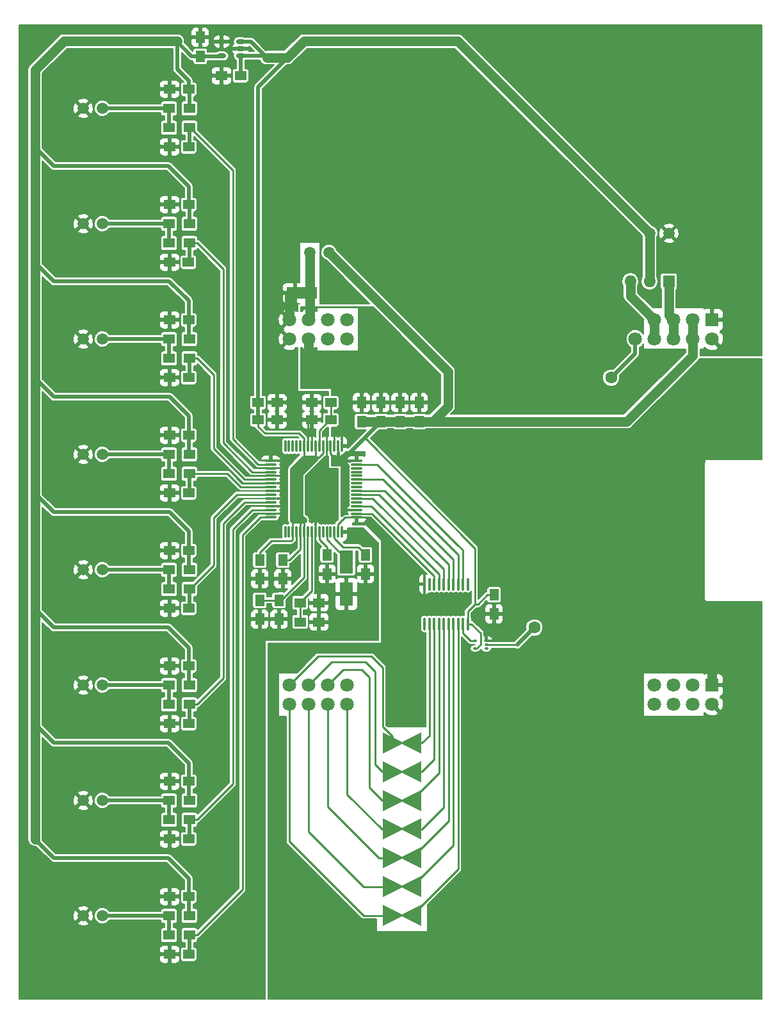
<source format=gtl>
G04 #@! TF.FileFunction,Copper,L1,Top,Signal*
%FSLAX46Y46*%
G04 Gerber Fmt 4.6, Leading zero omitted, Abs format (unit mm)*
G04 Created by KiCad (PCBNEW (2015-07-24 BZR 5989, Git 9b9c794)-product) date 27/07/2015 21:02:08*
%MOMM*%
G01*
G04 APERTURE LIST*
%ADD10C,0.100000*%
%ADD11R,1.800000X1.800000*%
%ADD12C,1.800000*%
%ADD13R,1.500000X1.250000*%
%ADD14R,1.250000X1.500000*%
%ADD15O,1.559560X0.279400*%
%ADD16O,0.279400X1.559560*%
%ADD17C,1.501140*%
%ADD18R,1.500000X1.300000*%
%ADD19R,1.600000X1.600000*%
%ADD20O,1.600000X1.600000*%
%ADD21R,1.800860X3.149600*%
%ADD22O,0.657860X0.299720*%
%ADD23O,0.408940X1.658620*%
%ADD24O,1.210000X0.650000*%
%ADD25R,2.200000X1.600000*%
%ADD26C,1.600000*%
%ADD27C,0.254000*%
%ADD28C,1.270000*%
%ADD29C,0.508000*%
%ADD30C,0.762000*%
%ADD31C,0.177800*%
G04 APERTURE END LIST*
D10*
D11*
X130175000Y-55880000D03*
D12*
X130175000Y-58420000D03*
X127635000Y-55880000D03*
X127635000Y-58420000D03*
X125095000Y-55880000D03*
X125095000Y-58420000D03*
X122555000Y-55880000D03*
X122555000Y-58420000D03*
X120015000Y-58420000D03*
X81915000Y-55880000D03*
X81915000Y-58420000D03*
X79375000Y-55880000D03*
X79375000Y-58420000D03*
X76835000Y-55880000D03*
X76835000Y-58420000D03*
X74295000Y-55880000D03*
X74295000Y-58420000D03*
D11*
X130175000Y-104140000D03*
D12*
X130175000Y-106680000D03*
X127635000Y-104140000D03*
X127635000Y-106680000D03*
X125095000Y-104140000D03*
X125095000Y-106680000D03*
X122555000Y-104140000D03*
X122555000Y-106680000D03*
X81915000Y-104140000D03*
X81915000Y-106680000D03*
X79375000Y-104140000D03*
X79375000Y-106680000D03*
X76835000Y-104140000D03*
X76835000Y-106680000D03*
X74295000Y-104140000D03*
X74295000Y-106680000D03*
D13*
X75688210Y-95801047D03*
X78188210Y-95801047D03*
X75688210Y-93261047D03*
X78188210Y-93261047D03*
D14*
X86360000Y-69322000D03*
X86360000Y-66822000D03*
X83820000Y-69322000D03*
X83820000Y-66822000D03*
D15*
X71790560Y-74482960D03*
X71790560Y-74983340D03*
X71790560Y-75483720D03*
X71790560Y-75984100D03*
X71790560Y-76484480D03*
X71790560Y-76982320D03*
X71790560Y-77482700D03*
X71790560Y-77983080D03*
X71790560Y-78480920D03*
X71790560Y-78981300D03*
X71790560Y-79481680D03*
X71790560Y-79979520D03*
X71790560Y-80479900D03*
X71790560Y-80980280D03*
X71790560Y-81480660D03*
X71790560Y-81981040D03*
D16*
X73720960Y-83911440D03*
X74221340Y-83911440D03*
X74721720Y-83911440D03*
X75222100Y-83911440D03*
X75722480Y-83911440D03*
X76220320Y-83911440D03*
X76720700Y-83911440D03*
X77221080Y-83911440D03*
X77718920Y-83911440D03*
X78219300Y-83911440D03*
X78719680Y-83911440D03*
X79217520Y-83911440D03*
X79717900Y-83911440D03*
X80218280Y-83911440D03*
X80718660Y-83911440D03*
X81219040Y-83911440D03*
D15*
X83149440Y-81981040D03*
X83149440Y-81480660D03*
X83149440Y-80980280D03*
X83149440Y-80479900D03*
X83149440Y-79979520D03*
X83149440Y-79481680D03*
X83149440Y-78981300D03*
X83149440Y-78480920D03*
X83149440Y-77983080D03*
X83149440Y-77482700D03*
X83149440Y-76982320D03*
X83149440Y-76484480D03*
X83149440Y-75984100D03*
X83149440Y-75483720D03*
X83149440Y-74983340D03*
X83149440Y-74482960D03*
D16*
X81219040Y-72552560D03*
X80718660Y-72552560D03*
X80218280Y-72552560D03*
X79717900Y-72552560D03*
X79217520Y-72552560D03*
X78719680Y-72552560D03*
X78219300Y-72552560D03*
X77718920Y-72552560D03*
X77221080Y-72552560D03*
X76720700Y-72552560D03*
X76220320Y-72552560D03*
X75722480Y-72552560D03*
X75222100Y-72552560D03*
X74721720Y-72552560D03*
X74221340Y-72552560D03*
X73720960Y-72552560D03*
D13*
X70124000Y-66802000D03*
X72624000Y-66802000D03*
D14*
X73406000Y-87606710D03*
X73406000Y-90106710D03*
X70358000Y-87606710D03*
X70358000Y-90106710D03*
X72902497Y-92939958D03*
X72902497Y-95439958D03*
X70362497Y-92939958D03*
X70362497Y-95439958D03*
X79254274Y-86946314D03*
X79254274Y-89446314D03*
D13*
X79736000Y-66802000D03*
X77236000Y-66802000D03*
X79736000Y-69088000D03*
X77236000Y-69088000D03*
D14*
X84334274Y-86946314D03*
X84334274Y-89446314D03*
D13*
X70124000Y-69088000D03*
X72624000Y-69088000D03*
D14*
X88900000Y-69322000D03*
X88900000Y-66822000D03*
X91440000Y-69322000D03*
X91440000Y-66822000D03*
D17*
X124460000Y-44450000D03*
X121920000Y-44450000D03*
X76962000Y-46990000D03*
X79502000Y-46990000D03*
D13*
X60940000Y-25400000D03*
X58440000Y-25400000D03*
X60940000Y-40640000D03*
X58440000Y-40640000D03*
X58440000Y-33020000D03*
X60940000Y-33020000D03*
X58420000Y-48260000D03*
X60920000Y-48260000D03*
X60940000Y-55880000D03*
X58440000Y-55880000D03*
X60940000Y-71120000D03*
X58440000Y-71120000D03*
X58440000Y-63500000D03*
X60940000Y-63500000D03*
X58440000Y-78740000D03*
X60940000Y-78740000D03*
X60940000Y-86360000D03*
X58440000Y-86360000D03*
X60940000Y-101600000D03*
X58440000Y-101600000D03*
X58440000Y-93980000D03*
X60940000Y-93980000D03*
X58440000Y-109220000D03*
X60940000Y-109220000D03*
X60940000Y-116840000D03*
X58440000Y-116840000D03*
X60940000Y-132080000D03*
X58440000Y-132080000D03*
X58440000Y-124460000D03*
X60940000Y-124460000D03*
X58440000Y-139700000D03*
X60940000Y-139700000D03*
D18*
X61040000Y-27940000D03*
X58340000Y-27940000D03*
X61040000Y-43180000D03*
X58340000Y-43180000D03*
X61040000Y-58420000D03*
X58340000Y-58420000D03*
X61040000Y-73660000D03*
X58340000Y-73660000D03*
X61040000Y-88900000D03*
X58340000Y-88900000D03*
X61040000Y-104140000D03*
X58340000Y-104140000D03*
X61040000Y-119380000D03*
X58340000Y-119380000D03*
X61040000Y-134620000D03*
X58340000Y-134620000D03*
D19*
X124460000Y-50800000D03*
D20*
X121920000Y-50800000D03*
X119380000Y-50800000D03*
D17*
X46990000Y-134620000D03*
X49530000Y-134620000D03*
X46990000Y-119380000D03*
X49530000Y-119380000D03*
X46990000Y-104140000D03*
X49530000Y-104140000D03*
X46990000Y-88900000D03*
X49530000Y-88900000D03*
X46990000Y-73660000D03*
X49530000Y-73660000D03*
X46990000Y-58420000D03*
X49530000Y-58420000D03*
X46990000Y-43180000D03*
X49530000Y-43180000D03*
X46990000Y-27940000D03*
X49530000Y-27940000D03*
D21*
X81794274Y-92100294D03*
X81794274Y-87848334D03*
D13*
X67798000Y-23622000D03*
X65298000Y-23622000D03*
D14*
X62484000Y-21062000D03*
X62484000Y-18562000D03*
D18*
X61040000Y-30480000D03*
X58340000Y-30480000D03*
X61040000Y-45720000D03*
X58340000Y-45720000D03*
X61040000Y-60960000D03*
X58340000Y-60960000D03*
X61040000Y-76200000D03*
X58340000Y-76200000D03*
X61040000Y-91440000D03*
X58340000Y-91440000D03*
X61040000Y-106680000D03*
X58340000Y-106680000D03*
X61040000Y-121920000D03*
X58340000Y-121920000D03*
X61040000Y-137160000D03*
X58340000Y-137160000D03*
D22*
X100302060Y-99303840D03*
X100302060Y-98806000D03*
X100302060Y-98308160D03*
X98833940Y-98308160D03*
X98833940Y-99303840D03*
D23*
X97853500Y-90795162D03*
X97218500Y-90795162D03*
X96583500Y-90795162D03*
X95948500Y-90795162D03*
X95313500Y-90795162D03*
X94678500Y-90795162D03*
X94043500Y-90795162D03*
X93408500Y-90795162D03*
X92773500Y-90795162D03*
X92138500Y-90795162D03*
X92138500Y-96052962D03*
X92773500Y-96052962D03*
X93408500Y-96052962D03*
X94043500Y-96052962D03*
X94678500Y-96052962D03*
X95313500Y-96052962D03*
X95948500Y-96052962D03*
X96583500Y-96052962D03*
X97218500Y-96052962D03*
X97853500Y-96052962D03*
D24*
X67798000Y-21016000D03*
X67798000Y-20066000D03*
X67798000Y-19116000D03*
X65298000Y-19116000D03*
X65298000Y-21016000D03*
D14*
X101346000Y-92222000D03*
X101346000Y-94722000D03*
D10*
G36*
X91694000Y-120777000D02*
X89154000Y-119507000D01*
X89154000Y-119253000D01*
X91694000Y-117983000D01*
X91694000Y-120777000D01*
X91694000Y-120777000D01*
G37*
G36*
X86614000Y-117983000D02*
X89154000Y-119253000D01*
X89154000Y-119507000D01*
X86614000Y-120777000D01*
X86614000Y-117983000D01*
X86614000Y-117983000D01*
G37*
G36*
X91694000Y-116967000D02*
X89154000Y-115697000D01*
X89154000Y-115443000D01*
X91694000Y-114173000D01*
X91694000Y-116967000D01*
X91694000Y-116967000D01*
G37*
G36*
X86614000Y-114173000D02*
X89154000Y-115443000D01*
X89154000Y-115697000D01*
X86614000Y-116967000D01*
X86614000Y-114173000D01*
X86614000Y-114173000D01*
G37*
G36*
X91694000Y-113157000D02*
X89154000Y-111887000D01*
X89154000Y-111633000D01*
X91694000Y-110363000D01*
X91694000Y-113157000D01*
X91694000Y-113157000D01*
G37*
G36*
X86614000Y-110363000D02*
X89154000Y-111633000D01*
X89154000Y-111887000D01*
X86614000Y-113157000D01*
X86614000Y-110363000D01*
X86614000Y-110363000D01*
G37*
G36*
X91697969Y-132189584D02*
X89157969Y-130919584D01*
X89157969Y-130665584D01*
X91697969Y-129395584D01*
X91697969Y-132189584D01*
X91697969Y-132189584D01*
G37*
G36*
X86617969Y-129395584D02*
X89157969Y-130665584D01*
X89157969Y-130919584D01*
X86617969Y-132189584D01*
X86617969Y-129395584D01*
X86617969Y-129395584D01*
G37*
G36*
X91697969Y-128379584D02*
X89157969Y-127109584D01*
X89157969Y-126855584D01*
X91697969Y-125585584D01*
X91697969Y-128379584D01*
X91697969Y-128379584D01*
G37*
G36*
X86617969Y-125585584D02*
X89157969Y-126855584D01*
X89157969Y-127109584D01*
X86617969Y-128379584D01*
X86617969Y-125585584D01*
X86617969Y-125585584D01*
G37*
G36*
X91697969Y-124569584D02*
X89157969Y-123299584D01*
X89157969Y-123045584D01*
X91697969Y-121775584D01*
X91697969Y-124569584D01*
X91697969Y-124569584D01*
G37*
G36*
X86617969Y-121775584D02*
X89157969Y-123045584D01*
X89157969Y-123299584D01*
X86617969Y-124569584D01*
X86617969Y-121775584D01*
X86617969Y-121775584D01*
G37*
G36*
X91697969Y-135999584D02*
X89157969Y-134729584D01*
X89157969Y-134475584D01*
X91697969Y-133205584D01*
X91697969Y-135999584D01*
X91697969Y-135999584D01*
G37*
G36*
X86617969Y-133205584D02*
X89157969Y-134475584D01*
X89157969Y-134729584D01*
X86617969Y-135999584D01*
X86617969Y-133205584D01*
X86617969Y-133205584D01*
G37*
D25*
X75046000Y-52324000D03*
X76846000Y-52324000D03*
D26*
X106680000Y-96520000D03*
X116840000Y-63500000D03*
X80772000Y-61976000D03*
X91440000Y-72644000D03*
D27*
X79254274Y-86946314D02*
X79254274Y-85942314D01*
X79254274Y-85942314D02*
X78219300Y-84907340D01*
X78219300Y-84907340D02*
X78219300Y-83911440D01*
D28*
X74676000Y-52324000D02*
X74295000Y-52705000D01*
X74295000Y-52705000D02*
X74295000Y-55880000D01*
X74946000Y-52324000D02*
X74676000Y-52324000D01*
D27*
X77221080Y-72552560D02*
X77221080Y-69102920D01*
X77221080Y-69102920D02*
X77236000Y-69088000D01*
X76720700Y-72552560D02*
X76720700Y-69603300D01*
X76720700Y-69603300D02*
X77236000Y-69088000D01*
X79736000Y-69088000D02*
X79736000Y-66802000D01*
X78219300Y-72552560D02*
X78219300Y-70479700D01*
X78219300Y-70479700D02*
X79611000Y-69088000D01*
X79611000Y-69088000D02*
X79736000Y-69088000D01*
X78232000Y-72539860D02*
X78219300Y-72552560D01*
X82728660Y-85925660D02*
X82477440Y-85925660D01*
X82477440Y-85925660D02*
X81356405Y-85925660D01*
X84334274Y-86946314D02*
X84334274Y-86821314D01*
X84334274Y-86821314D02*
X83438620Y-85925660D01*
X83438620Y-85925660D02*
X82477440Y-85925660D01*
X80197950Y-84767205D02*
X80197950Y-83911440D01*
X81356405Y-85925660D02*
X80197950Y-84767205D01*
X81794274Y-87848334D02*
X81794274Y-87521974D01*
X81794274Y-87521974D02*
X79217520Y-84945220D01*
X79217520Y-84945220D02*
X79217520Y-83911440D01*
X81280000Y-88044020D02*
X81280000Y-87369650D01*
X75675550Y-95489016D02*
X75675550Y-92949016D01*
X75675550Y-92949016D02*
X75960984Y-92949016D01*
X75960984Y-92949016D02*
X77221080Y-91688920D01*
X77221080Y-91688920D02*
X77221080Y-84945220D01*
X77221080Y-84945220D02*
X77221080Y-83911440D01*
X72902497Y-92939958D02*
X73176042Y-92939958D01*
X73176042Y-92939958D02*
X76199990Y-89916010D01*
X76199990Y-89916010D02*
X76199990Y-88426859D01*
X76199990Y-89408010D02*
X76199990Y-88426859D01*
X76199990Y-88426859D02*
X76199990Y-84767205D01*
X70362497Y-92939958D02*
X72902497Y-92939958D01*
X70358000Y-87606710D02*
X70358000Y-86602710D01*
X70358000Y-86602710D02*
X71870710Y-85090000D01*
X71870710Y-85090000D02*
X74513440Y-85090000D01*
X74513440Y-85090000D02*
X74721720Y-84881720D01*
X74721720Y-84881720D02*
X74721720Y-83911440D01*
X73406000Y-87606710D02*
X74285000Y-87606710D01*
X74285000Y-87606710D02*
X75722480Y-86169230D01*
X75722480Y-86169230D02*
X75722480Y-84945220D01*
X75722480Y-84945220D02*
X75722480Y-83911440D01*
X72929518Y-92279608D02*
X73328392Y-92279608D01*
X76199990Y-84767205D02*
X76199990Y-83911440D01*
X75722480Y-83911440D02*
X75722480Y-84833454D01*
X75722480Y-85285646D02*
X75722480Y-84833454D01*
D29*
X67798000Y-23622000D02*
X67798000Y-21016000D01*
X67798000Y-19116000D02*
X69154000Y-19116000D01*
X69154000Y-19116000D02*
X71267210Y-21229210D01*
X71267210Y-21229210D02*
X71054000Y-21016000D01*
X71054000Y-21016000D02*
X67798000Y-21016000D01*
X70124000Y-25126000D02*
X74020790Y-21229210D01*
D28*
X76200000Y-19050000D02*
X74020790Y-21229210D01*
X74020790Y-21229210D02*
X71267210Y-21229210D01*
X121920000Y-44450000D02*
X96520000Y-19050000D01*
X96520000Y-19050000D02*
X76200000Y-19050000D01*
D29*
X70124000Y-25126000D02*
X70124000Y-66802000D01*
D27*
X78719680Y-72552560D02*
X78719680Y-73517760D01*
X78719680Y-73517760D02*
X78187350Y-74050090D01*
X78187350Y-74050090D02*
X77724000Y-74050090D01*
D29*
X70124000Y-66802000D02*
X70124000Y-69088000D01*
D27*
X77724000Y-74168000D02*
X77724000Y-74050090D01*
X77724000Y-74050090D02*
X77724000Y-72557640D01*
D30*
X75204452Y-82341720D02*
X76194920Y-82341720D01*
X74721720Y-82341720D02*
X75204452Y-82341720D01*
X76200000Y-74168000D02*
X76814025Y-74168000D01*
X76814025Y-74168000D02*
X77724000Y-74168000D01*
X75204452Y-82341720D02*
X75204452Y-75777573D01*
X75204452Y-75777573D02*
X76814025Y-74168000D01*
X75692000Y-81838800D02*
X76194920Y-82341720D01*
X75692000Y-76200000D02*
X75692000Y-81838800D01*
X77724000Y-74168000D02*
X75692000Y-76200000D01*
X76194920Y-82341720D02*
X76220320Y-82316320D01*
X74721720Y-82341720D02*
X74721720Y-75646280D01*
X74721720Y-75646280D02*
X76200000Y-74168000D01*
D27*
X77724000Y-72557640D02*
X77718920Y-72552560D01*
X78719680Y-72552560D02*
X78740000Y-72572880D01*
X76220320Y-72552560D02*
X76200000Y-72572880D01*
X76200000Y-72572880D02*
X76200000Y-74168000D01*
X76220320Y-83911440D02*
X76220320Y-82316320D01*
X75722480Y-83911440D02*
X75722480Y-82326480D01*
X74721720Y-83911440D02*
X74721720Y-82341720D01*
D28*
X121920000Y-44450000D02*
X121920000Y-50800000D01*
D27*
X75722480Y-83911440D02*
X75722480Y-83271360D01*
X76220320Y-83911440D02*
X76220320Y-83271360D01*
X77718920Y-72552560D02*
X77718920Y-71889452D01*
X76220320Y-71518780D02*
X76220320Y-72552560D01*
X75567540Y-70866000D02*
X76220320Y-71518780D01*
X71023000Y-70866000D02*
X73548362Y-70866000D01*
X70124000Y-69967000D02*
X71023000Y-70866000D01*
X70124000Y-69088000D02*
X70124000Y-69967000D01*
X73548362Y-70866000D02*
X75567540Y-70866000D01*
X73297000Y-70866000D02*
X73548362Y-70866000D01*
X75722480Y-82814160D02*
X76194920Y-82341720D01*
X75722480Y-83911440D02*
X75722480Y-82814160D01*
X66802000Y-37487000D02*
X66802000Y-37820391D01*
X66802000Y-37820391D02*
X66802000Y-71628000D01*
X61040000Y-30480000D02*
X61140000Y-30480000D01*
X61140000Y-30480000D02*
X66802000Y-36142000D01*
X66802000Y-36142000D02*
X66802000Y-37820391D01*
D29*
X61040000Y-30480000D02*
X61040000Y-32920000D01*
X61040000Y-32920000D02*
X60940000Y-33020000D01*
D27*
X66802000Y-71628000D02*
X70157340Y-74983340D01*
X70157340Y-74983340D02*
X71790560Y-74983340D01*
X61040000Y-91440000D02*
X61140000Y-91440000D01*
X61140000Y-91440000D02*
X64262000Y-88318000D01*
X64262000Y-88318000D02*
X64262000Y-82042000D01*
D29*
X61040000Y-91440000D02*
X61040000Y-93880000D01*
X61040000Y-93880000D02*
X60940000Y-93980000D01*
D27*
X67322700Y-78981300D02*
X71790560Y-78981300D01*
X64262000Y-82042000D02*
X67322700Y-78981300D01*
X65532000Y-52715000D02*
X65532000Y-53064949D01*
X65532000Y-53064949D02*
X65532000Y-72136000D01*
X61040000Y-45720000D02*
X62044000Y-45720000D01*
X62044000Y-45720000D02*
X65532000Y-49208000D01*
X65532000Y-49208000D02*
X65532000Y-53064949D01*
D29*
X61040000Y-45720000D02*
X61040000Y-48140000D01*
X61040000Y-48140000D02*
X60920000Y-48260000D01*
D27*
X65532000Y-72136000D02*
X69380100Y-75984100D01*
X69380100Y-75984100D02*
X71790560Y-75984100D01*
X65532000Y-102225000D02*
X65532000Y-101871878D01*
X65532000Y-101871878D02*
X65532000Y-82804000D01*
X61040000Y-106680000D02*
X62044000Y-106680000D01*
X62044000Y-106680000D02*
X65532000Y-103192000D01*
X65532000Y-103192000D02*
X65532000Y-101871878D01*
D29*
X61040000Y-106680000D02*
X61040000Y-109120000D01*
X61040000Y-109120000D02*
X60940000Y-109220000D01*
D27*
X68356480Y-79979520D02*
X71790560Y-79979520D01*
X65532000Y-82804000D02*
X68356480Y-79979520D01*
X64262000Y-66685000D02*
X64262000Y-67053273D01*
X64262000Y-67053273D02*
X64262000Y-72898000D01*
X61040000Y-60960000D02*
X62044000Y-60960000D01*
X62044000Y-60960000D02*
X64262000Y-63178000D01*
X64262000Y-63178000D02*
X64262000Y-67053273D01*
D29*
X61040000Y-60960000D02*
X61040000Y-63400000D01*
X61040000Y-63400000D02*
X60940000Y-63500000D01*
D27*
X64262000Y-72898000D02*
X68346320Y-76982320D01*
X68346320Y-76982320D02*
X71790560Y-76982320D01*
X66802000Y-116730589D02*
X66802000Y-83566000D01*
X61040000Y-121920000D02*
X62044000Y-121920000D01*
X62044000Y-121920000D02*
X66802000Y-117162000D01*
X66802000Y-117162000D02*
X66802000Y-116730589D01*
D29*
X61040000Y-121920000D02*
X61040000Y-124360000D01*
X61040000Y-124360000D02*
X60940000Y-124460000D01*
D27*
X70911720Y-80980280D02*
X71790560Y-80980280D01*
X69387720Y-80980280D02*
X70911720Y-80980280D01*
X66802000Y-83566000D02*
X69387720Y-80980280D01*
X61040000Y-76200000D02*
X66040000Y-76200000D01*
X66040000Y-76200000D02*
X67823080Y-77983080D01*
D29*
X61040000Y-76200000D02*
X61040000Y-78640000D01*
X61040000Y-78640000D02*
X60940000Y-78740000D01*
D27*
X67818000Y-77978000D02*
X67823080Y-77983080D01*
X67823080Y-77983080D02*
X71790560Y-77983080D01*
X68072000Y-130419000D02*
X68072000Y-130254279D01*
X62044000Y-137160000D02*
X68072000Y-131132000D01*
X68072000Y-130254279D02*
X68072000Y-84328000D01*
X61040000Y-137160000D02*
X62044000Y-137160000D01*
X68072000Y-131132000D02*
X68072000Y-130254279D01*
D29*
X61040000Y-137160000D02*
X61040000Y-139600000D01*
X61040000Y-139600000D02*
X60940000Y-139700000D01*
D27*
X70418960Y-81981040D02*
X71790560Y-81981040D01*
X68072000Y-84328000D02*
X70418960Y-81981040D01*
X76835000Y-104140000D02*
X79883000Y-101092000D01*
X79883000Y-101092000D02*
X84328000Y-101092000D01*
X84328000Y-101092000D02*
X85598000Y-102362000D01*
X85598000Y-102362000D02*
X85598000Y-112017065D01*
X85598000Y-112017065D02*
X85598000Y-112110954D01*
X85598000Y-114142954D02*
X85598000Y-112017065D01*
X87884000Y-115570000D02*
X86514000Y-115570000D01*
X86514000Y-115570000D02*
X85598000Y-114654000D01*
X85598000Y-114654000D02*
X85598000Y-114142954D01*
X76835000Y-104140000D02*
X76190882Y-104140000D01*
X87887969Y-130792584D02*
X84098711Y-130792584D01*
X84098711Y-130792584D02*
X76835000Y-123528873D01*
X76835000Y-106680000D02*
X76835000Y-119577975D01*
X76835000Y-119577975D02*
X76835000Y-121031000D01*
X76835000Y-123528873D02*
X76835000Y-119577975D01*
X84836000Y-103124000D02*
X84836000Y-114119056D01*
X84836000Y-114119056D02*
X84836000Y-114669299D01*
X84836000Y-116701299D02*
X84836000Y-114119056D01*
X87884000Y-119380000D02*
X86514000Y-119380000D01*
X86514000Y-119380000D02*
X84836000Y-117702000D01*
X84836000Y-117702000D02*
X84836000Y-116701299D01*
X79375000Y-104140000D02*
X81407000Y-102108000D01*
X81407000Y-102108000D02*
X83820000Y-102108000D01*
X83820000Y-102108000D02*
X84836000Y-103124000D01*
X79375000Y-120226639D02*
X79375000Y-118426033D01*
X87887969Y-126982584D02*
X86130945Y-126982584D01*
X86130945Y-126982584D02*
X79375000Y-120226639D01*
X79375000Y-106680000D02*
X79375000Y-118426033D01*
X79375000Y-118426033D02*
X79375000Y-119761000D01*
D28*
X124460000Y-55245000D02*
X125095000Y-55880000D01*
X124460000Y-50800000D02*
X124460000Y-55245000D01*
X125095000Y-55880000D02*
X125095000Y-58420000D01*
X119380000Y-52705000D02*
X122555000Y-55880000D01*
X119380000Y-50800000D02*
X119380000Y-52705000D01*
X122555000Y-58420000D02*
X122555000Y-55880000D01*
D27*
X87884000Y-111760000D02*
X87884000Y-110898000D01*
X87884000Y-110898000D02*
X86614000Y-109628000D01*
X86614000Y-109628000D02*
X86614000Y-101854000D01*
X86614000Y-101854000D02*
X85090000Y-100330000D01*
X85090000Y-100330000D02*
X78105000Y-100330000D01*
X78105000Y-100330000D02*
X74295000Y-104140000D01*
X87887969Y-134602584D02*
X84098711Y-134602584D01*
X84098711Y-134602584D02*
X74295000Y-124798873D01*
X74295000Y-106680000D02*
X74295000Y-119632829D01*
X74295000Y-119632829D02*
X74295000Y-122301000D01*
X74295000Y-124798873D02*
X74295000Y-119632829D01*
X99013010Y-99303840D02*
X99543880Y-98772970D01*
X99543880Y-98772970D02*
X99543880Y-97284872D01*
X101346000Y-92222000D02*
X100467000Y-92222000D01*
X100467000Y-92222000D02*
X99217000Y-93472000D01*
X99217000Y-93472000D02*
X98806000Y-93472000D01*
X98833940Y-99303840D02*
X99013010Y-99303840D01*
X99543880Y-97284872D02*
X98311970Y-96052962D01*
X98311970Y-96052962D02*
X97853500Y-96052962D01*
X97853500Y-96052962D02*
X97853500Y-94424500D01*
X97853500Y-94424500D02*
X98806000Y-93472000D01*
X98806000Y-93472000D02*
X98806000Y-86061020D01*
X98806000Y-86061020D02*
X84223490Y-71478510D01*
D29*
X86360000Y-69342000D02*
X84223490Y-71478510D01*
X84223490Y-71478510D02*
X82042000Y-73660000D01*
D28*
X79502000Y-46990000D02*
X95250000Y-62738000D01*
X95250000Y-62738000D02*
X95250000Y-67310000D01*
X95250000Y-67310000D02*
X93238000Y-69322000D01*
X93238000Y-69322000D02*
X91440000Y-69322000D01*
X118892000Y-69322000D02*
X91440000Y-69322000D01*
D27*
X80614520Y-74482960D02*
X80718660Y-74378820D01*
X79717900Y-72552560D02*
X79717900Y-73586340D01*
X79717900Y-73586340D02*
X80614520Y-74482960D01*
X80614520Y-74482960D02*
X82115660Y-74482960D01*
X82115660Y-74482960D02*
X83149440Y-74482960D01*
D28*
X127635000Y-55880000D02*
X127635000Y-58420000D01*
D27*
X82042000Y-73660000D02*
X82296000Y-73406000D01*
D29*
X86360000Y-69322000D02*
X86360000Y-69342000D01*
D28*
X127635000Y-58420000D02*
X127635000Y-60579000D01*
X127635000Y-60579000D02*
X118892000Y-69322000D01*
X83820000Y-69322000D02*
X86360000Y-69322000D01*
D27*
X80718660Y-74378820D02*
X80718660Y-72552560D01*
D28*
X91440000Y-69322000D02*
X88900000Y-69322000D01*
X88900000Y-69322000D02*
X86360000Y-69322000D01*
X93335000Y-69322000D02*
X91440000Y-69322000D01*
D27*
X81915000Y-117939275D02*
X81915000Y-117438655D01*
X87887969Y-123172584D02*
X86517969Y-123172584D01*
X86517969Y-123172584D02*
X81915000Y-118569615D01*
X81915000Y-118569615D02*
X81915000Y-117939275D01*
X81915000Y-106680000D02*
X81915000Y-117438655D01*
X81915000Y-117438655D02*
X81915000Y-118491000D01*
X90424000Y-119380000D02*
X94043500Y-115760500D01*
X94043500Y-115760500D02*
X94043500Y-96052962D01*
X90427969Y-134602584D02*
X96583500Y-128447053D01*
X96583500Y-128447053D02*
X96583500Y-96052962D01*
X90427969Y-123172584D02*
X91797969Y-123172584D01*
X91797969Y-123172584D02*
X94678500Y-120292053D01*
X94678500Y-120292053D02*
X94678500Y-97136272D01*
X94678500Y-97136272D02*
X94678500Y-96052962D01*
X90427969Y-126982584D02*
X95313500Y-122097053D01*
X95313500Y-122097053D02*
X95313500Y-96052962D01*
X90424000Y-111760000D02*
X91794000Y-111760000D01*
X91794000Y-111760000D02*
X92773500Y-110780500D01*
X92773500Y-110780500D02*
X92773500Y-97136272D01*
X92773500Y-97136272D02*
X92773500Y-96052962D01*
X90427969Y-130792584D02*
X95948500Y-125272053D01*
X95948500Y-125272053D02*
X95948500Y-96052962D01*
X90424000Y-115570000D02*
X91794000Y-115570000D01*
X91794000Y-115570000D02*
X93408500Y-113955500D01*
X93408500Y-113955500D02*
X93408500Y-97136272D01*
X93408500Y-97136272D02*
X93408500Y-96052962D01*
D29*
X60940000Y-25400000D02*
X60940000Y-24267000D01*
X60940000Y-24267000D02*
X59436000Y-22763000D01*
X59436000Y-22763000D02*
X59436000Y-19050000D01*
X62484000Y-21062000D02*
X61351000Y-21062000D01*
X61351000Y-21062000D02*
X59436000Y-19147000D01*
X59436000Y-19147000D02*
X59436000Y-19050000D01*
X62484000Y-21062000D02*
X65252000Y-21062000D01*
X65252000Y-21062000D02*
X65298000Y-21016000D01*
X59593000Y-19050000D02*
X59436000Y-19050000D01*
X62530000Y-21016000D02*
X62484000Y-21062000D01*
D28*
X59436000Y-19050000D02*
X44450000Y-19050000D01*
X40640000Y-22860000D02*
X40640000Y-33055986D01*
X44450000Y-19050000D02*
X40640000Y-22860000D01*
D29*
X43144014Y-35560000D02*
X40640000Y-33055986D01*
D28*
X40640000Y-33055986D02*
X40640000Y-48332858D01*
D29*
X58263000Y-35560000D02*
X43144014Y-35560000D01*
X43107142Y-50800000D02*
X40640000Y-48332858D01*
X58380000Y-50800000D02*
X43107142Y-50800000D01*
D28*
X40640000Y-48332858D02*
X40640000Y-63567946D01*
D29*
X60940000Y-38237000D02*
X58263000Y-35560000D01*
X43112054Y-66040000D02*
X40640000Y-63567946D01*
X60940000Y-53360000D02*
X58380000Y-50800000D01*
D28*
X40640000Y-63567946D02*
X40640000Y-78830584D01*
D29*
X58420000Y-66040000D02*
X43112054Y-66040000D01*
X43089416Y-81280000D02*
X40640000Y-78830584D01*
D28*
X40640000Y-78830584D02*
X40640000Y-94065672D01*
D29*
X60940000Y-68560000D02*
X58420000Y-66040000D01*
X58420000Y-81280000D02*
X43089416Y-81280000D01*
X43094328Y-96520000D02*
X40640000Y-94065672D01*
D28*
X40640000Y-94065672D02*
X40640000Y-109269966D01*
D29*
X60940000Y-83800000D02*
X58420000Y-81280000D01*
X43130034Y-111760000D02*
X40640000Y-109269966D01*
X58263000Y-96520000D02*
X43094328Y-96520000D01*
X43148097Y-127000000D02*
X40640000Y-124491903D01*
X58263000Y-127000000D02*
X43148097Y-127000000D01*
D28*
X40640000Y-109269966D02*
X40640000Y-124491903D01*
X40640000Y-124491903D02*
X40640000Y-124460000D01*
D29*
X60940000Y-99197000D02*
X58263000Y-96520000D01*
X58263000Y-111760000D02*
X43130034Y-111760000D01*
X60940000Y-129677000D02*
X58263000Y-127000000D01*
X60940000Y-114437000D02*
X58263000Y-111760000D01*
X60940000Y-40640000D02*
X60940000Y-38237000D01*
X60940000Y-55880000D02*
X60940000Y-53360000D01*
X60940000Y-71120000D02*
X60940000Y-68560000D01*
X60940000Y-86360000D02*
X60940000Y-83800000D01*
X60940000Y-101600000D02*
X60940000Y-99197000D01*
X60940000Y-116840000D02*
X60940000Y-114437000D01*
X60940000Y-116840000D02*
X60940000Y-119280000D01*
X60940000Y-119280000D02*
X61040000Y-119380000D01*
X60940000Y-101600000D02*
X60940000Y-104040000D01*
X60940000Y-104040000D02*
X61040000Y-104140000D01*
X60940000Y-86360000D02*
X60940000Y-88800000D01*
X60940000Y-88800000D02*
X61040000Y-88900000D01*
X60940000Y-71120000D02*
X60940000Y-73560000D01*
X60940000Y-73560000D02*
X61040000Y-73660000D01*
X60940000Y-55880000D02*
X60940000Y-58320000D01*
X60940000Y-58320000D02*
X61040000Y-58420000D01*
X61040000Y-43180000D02*
X61040000Y-40740000D01*
X61040000Y-40740000D02*
X60940000Y-40640000D01*
X61040000Y-27940000D02*
X61040000Y-25500000D01*
X61040000Y-25500000D02*
X60940000Y-25400000D01*
X60940000Y-132080000D02*
X60940000Y-134520000D01*
X60940000Y-134520000D02*
X61040000Y-134620000D01*
X60940000Y-129677000D02*
X60940000Y-132080000D01*
X58340000Y-30480000D02*
X58340000Y-27940000D01*
X49530000Y-27940000D02*
X58340000Y-27940000D01*
X58340000Y-43180000D02*
X58340000Y-45720000D01*
X49530000Y-43180000D02*
X58340000Y-43180000D01*
X58340000Y-58420000D02*
X58340000Y-60960000D01*
X49530000Y-58420000D02*
X58340000Y-58420000D01*
X58340000Y-73660000D02*
X58340000Y-76200000D01*
X49530000Y-73660000D02*
X58340000Y-73660000D01*
X58340000Y-88900000D02*
X58340000Y-91440000D01*
X49530000Y-88900000D02*
X58340000Y-88900000D01*
X58340000Y-104140000D02*
X58340000Y-106680000D01*
X49530000Y-104140000D02*
X58340000Y-104140000D01*
X58340000Y-119380000D02*
X58340000Y-121920000D01*
X49530000Y-119380000D02*
X58340000Y-119380000D01*
X58340000Y-134620000D02*
X58340000Y-137160000D01*
X49530000Y-134620000D02*
X58340000Y-134620000D01*
D27*
X83149440Y-79458810D02*
X85300810Y-79458810D01*
X85300810Y-79458810D02*
X94678500Y-88836500D01*
X94678500Y-88836500D02*
X94678500Y-90795162D01*
X96485503Y-85563503D02*
X85905340Y-74983340D01*
X97218500Y-90795162D02*
X97218500Y-86296500D01*
X97218500Y-86296500D02*
X96485503Y-85563503D01*
X84183220Y-74983340D02*
X83149440Y-74983340D01*
X85905340Y-74983340D02*
X84183220Y-74983340D01*
X83149440Y-78981300D02*
X86093300Y-78981300D01*
X86093300Y-78981300D02*
X95313500Y-88201500D01*
X95313500Y-88201500D02*
X95313500Y-90795162D01*
X83149440Y-78480920D02*
X86862920Y-78480920D01*
X86862920Y-78480920D02*
X95948500Y-87566500D01*
X95948500Y-87566500D02*
X95948500Y-90795162D01*
X83149440Y-81480660D02*
X85177308Y-81480660D01*
X85177308Y-81480660D02*
X93408500Y-89711852D01*
X93408500Y-89711852D02*
X93408500Y-90795162D01*
X96583500Y-90795162D02*
X96583500Y-86931500D01*
X96583500Y-86931500D02*
X95758000Y-86106000D01*
X96520000Y-86868000D02*
X94259416Y-84607416D01*
X94259416Y-84607416D02*
X86634320Y-76982320D01*
X86634320Y-76982320D02*
X84183220Y-76982320D01*
X84183220Y-76982320D02*
X83149440Y-76982320D01*
X92365766Y-87793766D02*
X85072230Y-80500230D01*
X92456000Y-87884000D02*
X92365766Y-87793766D01*
X94043500Y-89471500D02*
X94043500Y-90795162D01*
X92365766Y-87793766D02*
X94043500Y-89471500D01*
X85072230Y-80500230D02*
X84005205Y-80500230D01*
X84005205Y-80500230D02*
X83149440Y-80500230D01*
D29*
X106680000Y-96520000D02*
X104394000Y-98806000D01*
D27*
X104394000Y-98806000D02*
X100226053Y-98806000D01*
D29*
X120015000Y-58420000D02*
X120015000Y-60325000D01*
X120015000Y-60325000D02*
X116840000Y-63500000D01*
D27*
X80718660Y-83911440D02*
X80718660Y-82877660D01*
X80718660Y-82877660D02*
X81615280Y-81981040D01*
X81615280Y-81981040D02*
X82115660Y-81981040D01*
X82115660Y-81981040D02*
X83149440Y-81981040D01*
D28*
X76946000Y-52324000D02*
X76946000Y-55769000D01*
X76946000Y-55769000D02*
X76835000Y-55880000D01*
X76962000Y-46990000D02*
X76962000Y-52308000D01*
X76962000Y-52308000D02*
X76946000Y-52324000D01*
X77724000Y-61976000D02*
X76835000Y-61087000D01*
X76835000Y-61087000D02*
X76835000Y-58420000D01*
X80772000Y-61976000D02*
X77724000Y-61976000D01*
X124968000Y-90678000D02*
X106934000Y-72644000D01*
X106934000Y-72644000D02*
X91440000Y-72644000D01*
X124968000Y-96763000D02*
X124968000Y-90678000D01*
X130175000Y-104140000D02*
X130175000Y-101970000D01*
X130175000Y-101970000D02*
X124968000Y-96763000D01*
X76962000Y-55753000D02*
X76835000Y-55880000D01*
D27*
X98833940Y-98308160D02*
X98251010Y-98308160D01*
X98251010Y-98308160D02*
X97218500Y-97275650D01*
X97218500Y-97275650D02*
X97218500Y-97136272D01*
X97218500Y-97136272D02*
X97218500Y-96052962D01*
D31*
G36*
X136717100Y-74333100D02*
X129286000Y-74333100D01*
X129251979Y-74339867D01*
X129223138Y-74359138D01*
X129203867Y-74387979D01*
X129197100Y-74422000D01*
X129197100Y-74661305D01*
X129130814Y-74760510D01*
X129097100Y-74930000D01*
X129097100Y-92710000D01*
X129130814Y-92879490D01*
X129201262Y-92984924D01*
X129203867Y-92998021D01*
X129223138Y-93026862D01*
X129251979Y-93046133D01*
X129265076Y-93048738D01*
X129370510Y-93119186D01*
X129540000Y-93152900D01*
X136717100Y-93152900D01*
X136717100Y-145607100D01*
X71462900Y-145607100D01*
X71462900Y-98640900D01*
X86360000Y-98640900D01*
X86394021Y-98634133D01*
X86422862Y-98614862D01*
X86442133Y-98586021D01*
X86448900Y-98552000D01*
X86448900Y-90960262D01*
X91337130Y-90960262D01*
X91337130Y-91585102D01*
X91461312Y-91879206D01*
X91688590Y-92103400D01*
X91913186Y-92189045D01*
X92036265Y-92064084D01*
X92036265Y-90960262D01*
X91337130Y-90960262D01*
X86448900Y-90960262D01*
X86448900Y-90005222D01*
X91337130Y-90005222D01*
X91337130Y-90630062D01*
X92036265Y-90630062D01*
X92036265Y-89526240D01*
X91913186Y-89401279D01*
X91688590Y-89486924D01*
X91461312Y-89711118D01*
X91337130Y-90005222D01*
X86448900Y-90005222D01*
X86448900Y-85090000D01*
X86442133Y-85055980D01*
X86442133Y-85055979D01*
X86422862Y-85027138D01*
X84390862Y-82995138D01*
X84362021Y-82975867D01*
X84328000Y-82969100D01*
X82638900Y-82969100D01*
X82638900Y-82717640D01*
X82984340Y-82717640D01*
X82984340Y-82050890D01*
X83314540Y-82050890D01*
X83314540Y-82717640D01*
X83954620Y-82717640D01*
X84223937Y-82598389D01*
X84427118Y-82385152D01*
X84502846Y-82164740D01*
X84372727Y-82050890D01*
X83314540Y-82050890D01*
X82984340Y-82050890D01*
X82984340Y-82050890D01*
X82964340Y-82050890D01*
X82964340Y-81963260D01*
X83811515Y-81963260D01*
X83875362Y-81950560D01*
X84982670Y-81950560D01*
X92476271Y-89444162D01*
X92363814Y-89401279D01*
X92240735Y-89526240D01*
X92240735Y-90073933D01*
X92226130Y-90147357D01*
X92226130Y-91442967D01*
X92240735Y-91516391D01*
X92240735Y-92064084D01*
X92363814Y-92189045D01*
X92588410Y-92103400D01*
X92714854Y-91978672D01*
X92773500Y-91990337D01*
X92982969Y-91948671D01*
X93091000Y-91876487D01*
X93199031Y-91948671D01*
X93408500Y-91990337D01*
X93617969Y-91948671D01*
X93726000Y-91876487D01*
X93834031Y-91948671D01*
X94043500Y-91990337D01*
X94252969Y-91948671D01*
X94361000Y-91876487D01*
X94469031Y-91948671D01*
X94678500Y-91990337D01*
X94887969Y-91948671D01*
X94996000Y-91876487D01*
X95104031Y-91948671D01*
X95313500Y-91990337D01*
X95522969Y-91948671D01*
X95631000Y-91876487D01*
X95739031Y-91948671D01*
X95948500Y-91990337D01*
X96157969Y-91948671D01*
X96266000Y-91876487D01*
X96374031Y-91948671D01*
X96583500Y-91990337D01*
X96792969Y-91948671D01*
X96901000Y-91876487D01*
X97009031Y-91948671D01*
X97218500Y-91990337D01*
X97427969Y-91948671D01*
X97536000Y-91876487D01*
X97644031Y-91948671D01*
X97853500Y-91990337D01*
X98062969Y-91948671D01*
X98240549Y-91830016D01*
X98336100Y-91687014D01*
X98336100Y-93277361D01*
X97521231Y-94092231D01*
X97419369Y-94244677D01*
X97383600Y-94424500D01*
X97383600Y-94890627D01*
X97218500Y-94857787D01*
X97009031Y-94899453D01*
X96901000Y-94971637D01*
X96792969Y-94899453D01*
X96583500Y-94857787D01*
X96374031Y-94899453D01*
X96266000Y-94971637D01*
X96157969Y-94899453D01*
X95948500Y-94857787D01*
X95739031Y-94899453D01*
X95631000Y-94971637D01*
X95522969Y-94899453D01*
X95313500Y-94857787D01*
X95104031Y-94899453D01*
X94996000Y-94971637D01*
X94887969Y-94899453D01*
X94678500Y-94857787D01*
X94469031Y-94899453D01*
X94361000Y-94971637D01*
X94252969Y-94899453D01*
X94043500Y-94857787D01*
X93834031Y-94899453D01*
X93726000Y-94971637D01*
X93617969Y-94899453D01*
X93408500Y-94857787D01*
X93199031Y-94899453D01*
X93091000Y-94971637D01*
X92982969Y-94899453D01*
X92773500Y-94857787D01*
X92564031Y-94899453D01*
X92456000Y-94971637D01*
X92347969Y-94899453D01*
X92138500Y-94857787D01*
X91929031Y-94899453D01*
X91751451Y-95018108D01*
X91632796Y-95195688D01*
X91591130Y-95405157D01*
X91591130Y-96700767D01*
X91632796Y-96910236D01*
X91751451Y-97087816D01*
X91929031Y-97206471D01*
X92138500Y-97248137D01*
X92303600Y-97215297D01*
X92303600Y-109639100D01*
X87289638Y-109639100D01*
X87083900Y-109433362D01*
X87083900Y-101854000D01*
X87048131Y-101674177D01*
X87024025Y-101638100D01*
X86946269Y-101521730D01*
X85422269Y-99997731D01*
X85269823Y-99895869D01*
X85090000Y-99860100D01*
X78105000Y-99860100D01*
X77925177Y-99895869D01*
X77772731Y-99997730D01*
X75243362Y-102527100D01*
X72898000Y-102527100D01*
X72863979Y-102533867D01*
X72835138Y-102553138D01*
X72815867Y-102581979D01*
X72809100Y-102616000D01*
X72809100Y-108204000D01*
X72815867Y-108238021D01*
X72835138Y-108266862D01*
X72863979Y-108286133D01*
X72898000Y-108292900D01*
X73825100Y-108292900D01*
X73825100Y-124798873D01*
X73853129Y-124939783D01*
X73860869Y-124978696D01*
X73962731Y-125131142D01*
X83766441Y-134934853D01*
X83831536Y-134978348D01*
X83918888Y-135036715D01*
X84098711Y-135072484D01*
X85763100Y-135072484D01*
X85763100Y-136652000D01*
X85769867Y-136686021D01*
X85789138Y-136714862D01*
X85817979Y-136734133D01*
X85852000Y-136740900D01*
X92456000Y-136740900D01*
X92490021Y-136734133D01*
X92518862Y-136714862D01*
X92538133Y-136686021D01*
X92544900Y-136652000D01*
X92544900Y-133150191D01*
X96915769Y-128779323D01*
X97017631Y-128626876D01*
X97053400Y-128447053D01*
X97053400Y-102616000D01*
X121069100Y-102616000D01*
X121069100Y-108204000D01*
X121075867Y-108238021D01*
X121095138Y-108266862D01*
X121123979Y-108286133D01*
X121158000Y-108292900D01*
X129032000Y-108292900D01*
X129066021Y-108286133D01*
X129094862Y-108266862D01*
X129114133Y-108238021D01*
X129120900Y-108204000D01*
X129120900Y-107781846D01*
X129213772Y-107874718D01*
X129325081Y-107763409D01*
X129416740Y-108004541D01*
X129981339Y-108193890D01*
X130575421Y-108152763D01*
X130933260Y-108004541D01*
X131024920Y-107763406D01*
X130175000Y-106913487D01*
X130160858Y-106927629D01*
X129927371Y-106694142D01*
X129941513Y-106680000D01*
X129927371Y-106665858D01*
X130160858Y-106432371D01*
X130175000Y-106446513D01*
X130189142Y-106432371D01*
X130422629Y-106665858D01*
X130408487Y-106680000D01*
X131258406Y-107529920D01*
X131499541Y-107438260D01*
X131688890Y-106873661D01*
X131647763Y-106279579D01*
X131499541Y-105921740D01*
X131258409Y-105830081D01*
X131369718Y-105718772D01*
X131260280Y-105609334D01*
X131413117Y-105546027D01*
X131581028Y-105378117D01*
X131671900Y-105158731D01*
X131671900Y-104454325D01*
X131522675Y-104305100D01*
X130340100Y-104305100D01*
X130340100Y-104325100D01*
X130009900Y-104325100D01*
X130009900Y-104305100D01*
X129989900Y-104305100D01*
X129989900Y-103974900D01*
X130009900Y-103974900D01*
X130009900Y-102792325D01*
X130340100Y-102792325D01*
X130340100Y-103974900D01*
X131522675Y-103974900D01*
X131671900Y-103825675D01*
X131671900Y-103121269D01*
X131581028Y-102901883D01*
X131413117Y-102733973D01*
X131193731Y-102643100D01*
X130489325Y-102643100D01*
X130340100Y-102792325D01*
X130009900Y-102792325D01*
X130009900Y-102792325D01*
X129860675Y-102643100D01*
X129156269Y-102643100D01*
X129120900Y-102657750D01*
X129120900Y-102616000D01*
X129114133Y-102581979D01*
X129094862Y-102553138D01*
X129066021Y-102533867D01*
X129032000Y-102527100D01*
X121158000Y-102527100D01*
X121123979Y-102533867D01*
X121095138Y-102553138D01*
X121075867Y-102581979D01*
X121069100Y-102616000D01*
X97053400Y-102616000D01*
X97053400Y-97775088D01*
X97918741Y-98640430D01*
X98071187Y-98742291D01*
X98251010Y-98778060D01*
X98526783Y-98778060D01*
X98641708Y-98800920D01*
X98851392Y-98800920D01*
X98841232Y-98811080D01*
X98641708Y-98811080D01*
X98453137Y-98848589D01*
X98293274Y-98955406D01*
X98186457Y-99115269D01*
X98148948Y-99303840D01*
X98186457Y-99492411D01*
X98293274Y-99652274D01*
X98453137Y-99759091D01*
X98641708Y-99796600D01*
X99026172Y-99796600D01*
X99214743Y-99759091D01*
X99374606Y-99652274D01*
X99466211Y-99515177D01*
X99627102Y-99354286D01*
X99654577Y-99492411D01*
X99761394Y-99652274D01*
X99921257Y-99759091D01*
X100109828Y-99796600D01*
X100494292Y-99796600D01*
X100682863Y-99759091D01*
X100842726Y-99652274D01*
X100949543Y-99492411D01*
X100987052Y-99303840D01*
X100981494Y-99275900D01*
X104043507Y-99275900D01*
X104165576Y-99357464D01*
X104394000Y-99402900D01*
X104622424Y-99357464D01*
X104816072Y-99228072D01*
X106402047Y-97642097D01*
X106451666Y-97662701D01*
X106906340Y-97663098D01*
X107326555Y-97489469D01*
X107648339Y-97168246D01*
X107822701Y-96748334D01*
X107823098Y-96293660D01*
X107649469Y-95873445D01*
X107328246Y-95551661D01*
X106908334Y-95377299D01*
X106453660Y-95376902D01*
X106033445Y-95550531D01*
X105711661Y-95871754D01*
X105537299Y-96291666D01*
X105536902Y-96746340D01*
X105558133Y-96797723D01*
X104019756Y-98336100D01*
X100609217Y-98336100D01*
X100494292Y-98313240D01*
X100116960Y-98313240D01*
X100116960Y-98233230D01*
X100137595Y-98233230D01*
X100137595Y-97709021D01*
X100466525Y-97709021D01*
X100466525Y-98233230D01*
X101073948Y-98233230D01*
X101203252Y-98117923D01*
X101077985Y-97856468D01*
X100859697Y-97662444D01*
X100583775Y-97566725D01*
X100466525Y-97709021D01*
X100137595Y-97709021D01*
X100137595Y-97709021D01*
X100020345Y-97566725D01*
X100013780Y-97569002D01*
X100013780Y-97284872D01*
X99978011Y-97105049D01*
X99966496Y-97087816D01*
X99876150Y-96952603D01*
X98644239Y-95720693D01*
X98491793Y-95618831D01*
X98400870Y-95600745D01*
X98400870Y-95405157D01*
X98359204Y-95195688D01*
X98323400Y-95142103D01*
X98323400Y-95036325D01*
X100124100Y-95036325D01*
X100124100Y-95590731D01*
X100214973Y-95810117D01*
X100382883Y-95978028D01*
X100602269Y-96068900D01*
X101031675Y-96068900D01*
X101180900Y-95919675D01*
X101180900Y-94887100D01*
X101511100Y-94887100D01*
X101511100Y-95919675D01*
X101660325Y-96068900D01*
X102089731Y-96068900D01*
X102309117Y-95978028D01*
X102477027Y-95810117D01*
X102567900Y-95590731D01*
X102567900Y-95036325D01*
X102418675Y-94887100D01*
X101511100Y-94887100D01*
X101180900Y-94887100D01*
X101180900Y-94887100D01*
X100273325Y-94887100D01*
X100124100Y-95036325D01*
X98323400Y-95036325D01*
X98323400Y-94619138D01*
X99000639Y-93941900D01*
X99217000Y-93941900D01*
X99396823Y-93906131D01*
X99475935Y-93853269D01*
X100124100Y-93853269D01*
X100124100Y-94407675D01*
X100273325Y-94556900D01*
X101180900Y-94556900D01*
X101180900Y-93524325D01*
X101511100Y-93524325D01*
X101511100Y-94556900D01*
X102418675Y-94556900D01*
X102567900Y-94407675D01*
X102567900Y-93853269D01*
X102477027Y-93633883D01*
X102309117Y-93465972D01*
X102089731Y-93375100D01*
X101660325Y-93375100D01*
X101511100Y-93524325D01*
X101180900Y-93524325D01*
X101180900Y-93524325D01*
X101031675Y-93375100D01*
X100602269Y-93375100D01*
X100382883Y-93465972D01*
X100214973Y-93633883D01*
X100124100Y-93853269D01*
X99475935Y-93853269D01*
X99549269Y-93804269D01*
X100373032Y-92980506D01*
X100396750Y-93102747D01*
X100472236Y-93217661D01*
X100586194Y-93294583D01*
X100721000Y-93321618D01*
X101971000Y-93321618D01*
X102101747Y-93296250D01*
X102216661Y-93220764D01*
X102293583Y-93106806D01*
X102320618Y-92972000D01*
X102320618Y-91472000D01*
X102295250Y-91341253D01*
X102219764Y-91226339D01*
X102105806Y-91149417D01*
X101971000Y-91122382D01*
X100721000Y-91122382D01*
X100590253Y-91147750D01*
X100475339Y-91223236D01*
X100398417Y-91337194D01*
X100371382Y-91472000D01*
X100371382Y-91771120D01*
X100287177Y-91787869D01*
X100134731Y-91889730D01*
X99275900Y-92748562D01*
X99275900Y-86061020D01*
X99240131Y-85881197D01*
X99235142Y-85873731D01*
X99138269Y-85728750D01*
X84977831Y-71568313D01*
X86124526Y-70421618D01*
X86985000Y-70421618D01*
X87115747Y-70396250D01*
X87230661Y-70320764D01*
X87244744Y-70299900D01*
X88014569Y-70299900D01*
X88026236Y-70317661D01*
X88140194Y-70394583D01*
X88275000Y-70421618D01*
X89525000Y-70421618D01*
X89655747Y-70396250D01*
X89770661Y-70320764D01*
X89784744Y-70299900D01*
X90554569Y-70299900D01*
X90566236Y-70317661D01*
X90680194Y-70394583D01*
X90815000Y-70421618D01*
X92065000Y-70421618D01*
X92195747Y-70396250D01*
X92310661Y-70320764D01*
X92324744Y-70299900D01*
X118892000Y-70299900D01*
X119266226Y-70225462D01*
X119583480Y-70013480D01*
X128326480Y-61270480D01*
X128474535Y-61048900D01*
X136717100Y-61048900D01*
X136717100Y-74333100D01*
X136717100Y-74333100D01*
G37*
X136717100Y-74333100D02*
X129286000Y-74333100D01*
X129251979Y-74339867D01*
X129223138Y-74359138D01*
X129203867Y-74387979D01*
X129197100Y-74422000D01*
X129197100Y-74661305D01*
X129130814Y-74760510D01*
X129097100Y-74930000D01*
X129097100Y-92710000D01*
X129130814Y-92879490D01*
X129201262Y-92984924D01*
X129203867Y-92998021D01*
X129223138Y-93026862D01*
X129251979Y-93046133D01*
X129265076Y-93048738D01*
X129370510Y-93119186D01*
X129540000Y-93152900D01*
X136717100Y-93152900D01*
X136717100Y-145607100D01*
X71462900Y-145607100D01*
X71462900Y-98640900D01*
X86360000Y-98640900D01*
X86394021Y-98634133D01*
X86422862Y-98614862D01*
X86442133Y-98586021D01*
X86448900Y-98552000D01*
X86448900Y-90960262D01*
X91337130Y-90960262D01*
X91337130Y-91585102D01*
X91461312Y-91879206D01*
X91688590Y-92103400D01*
X91913186Y-92189045D01*
X92036265Y-92064084D01*
X92036265Y-90960262D01*
X91337130Y-90960262D01*
X86448900Y-90960262D01*
X86448900Y-90005222D01*
X91337130Y-90005222D01*
X91337130Y-90630062D01*
X92036265Y-90630062D01*
X92036265Y-89526240D01*
X91913186Y-89401279D01*
X91688590Y-89486924D01*
X91461312Y-89711118D01*
X91337130Y-90005222D01*
X86448900Y-90005222D01*
X86448900Y-85090000D01*
X86442133Y-85055980D01*
X86442133Y-85055979D01*
X86422862Y-85027138D01*
X84390862Y-82995138D01*
X84362021Y-82975867D01*
X84328000Y-82969100D01*
X82638900Y-82969100D01*
X82638900Y-82717640D01*
X82984340Y-82717640D01*
X82984340Y-82050890D01*
X83314540Y-82050890D01*
X83314540Y-82717640D01*
X83954620Y-82717640D01*
X84223937Y-82598389D01*
X84427118Y-82385152D01*
X84502846Y-82164740D01*
X84372727Y-82050890D01*
X83314540Y-82050890D01*
X82984340Y-82050890D01*
X82984340Y-82050890D01*
X82964340Y-82050890D01*
X82964340Y-81963260D01*
X83811515Y-81963260D01*
X83875362Y-81950560D01*
X84982670Y-81950560D01*
X92476271Y-89444162D01*
X92363814Y-89401279D01*
X92240735Y-89526240D01*
X92240735Y-90073933D01*
X92226130Y-90147357D01*
X92226130Y-91442967D01*
X92240735Y-91516391D01*
X92240735Y-92064084D01*
X92363814Y-92189045D01*
X92588410Y-92103400D01*
X92714854Y-91978672D01*
X92773500Y-91990337D01*
X92982969Y-91948671D01*
X93091000Y-91876487D01*
X93199031Y-91948671D01*
X93408500Y-91990337D01*
X93617969Y-91948671D01*
X93726000Y-91876487D01*
X93834031Y-91948671D01*
X94043500Y-91990337D01*
X94252969Y-91948671D01*
X94361000Y-91876487D01*
X94469031Y-91948671D01*
X94678500Y-91990337D01*
X94887969Y-91948671D01*
X94996000Y-91876487D01*
X95104031Y-91948671D01*
X95313500Y-91990337D01*
X95522969Y-91948671D01*
X95631000Y-91876487D01*
X95739031Y-91948671D01*
X95948500Y-91990337D01*
X96157969Y-91948671D01*
X96266000Y-91876487D01*
X96374031Y-91948671D01*
X96583500Y-91990337D01*
X96792969Y-91948671D01*
X96901000Y-91876487D01*
X97009031Y-91948671D01*
X97218500Y-91990337D01*
X97427969Y-91948671D01*
X97536000Y-91876487D01*
X97644031Y-91948671D01*
X97853500Y-91990337D01*
X98062969Y-91948671D01*
X98240549Y-91830016D01*
X98336100Y-91687014D01*
X98336100Y-93277361D01*
X97521231Y-94092231D01*
X97419369Y-94244677D01*
X97383600Y-94424500D01*
X97383600Y-94890627D01*
X97218500Y-94857787D01*
X97009031Y-94899453D01*
X96901000Y-94971637D01*
X96792969Y-94899453D01*
X96583500Y-94857787D01*
X96374031Y-94899453D01*
X96266000Y-94971637D01*
X96157969Y-94899453D01*
X95948500Y-94857787D01*
X95739031Y-94899453D01*
X95631000Y-94971637D01*
X95522969Y-94899453D01*
X95313500Y-94857787D01*
X95104031Y-94899453D01*
X94996000Y-94971637D01*
X94887969Y-94899453D01*
X94678500Y-94857787D01*
X94469031Y-94899453D01*
X94361000Y-94971637D01*
X94252969Y-94899453D01*
X94043500Y-94857787D01*
X93834031Y-94899453D01*
X93726000Y-94971637D01*
X93617969Y-94899453D01*
X93408500Y-94857787D01*
X93199031Y-94899453D01*
X93091000Y-94971637D01*
X92982969Y-94899453D01*
X92773500Y-94857787D01*
X92564031Y-94899453D01*
X92456000Y-94971637D01*
X92347969Y-94899453D01*
X92138500Y-94857787D01*
X91929031Y-94899453D01*
X91751451Y-95018108D01*
X91632796Y-95195688D01*
X91591130Y-95405157D01*
X91591130Y-96700767D01*
X91632796Y-96910236D01*
X91751451Y-97087816D01*
X91929031Y-97206471D01*
X92138500Y-97248137D01*
X92303600Y-97215297D01*
X92303600Y-109639100D01*
X87289638Y-109639100D01*
X87083900Y-109433362D01*
X87083900Y-101854000D01*
X87048131Y-101674177D01*
X87024025Y-101638100D01*
X86946269Y-101521730D01*
X85422269Y-99997731D01*
X85269823Y-99895869D01*
X85090000Y-99860100D01*
X78105000Y-99860100D01*
X77925177Y-99895869D01*
X77772731Y-99997730D01*
X75243362Y-102527100D01*
X72898000Y-102527100D01*
X72863979Y-102533867D01*
X72835138Y-102553138D01*
X72815867Y-102581979D01*
X72809100Y-102616000D01*
X72809100Y-108204000D01*
X72815867Y-108238021D01*
X72835138Y-108266862D01*
X72863979Y-108286133D01*
X72898000Y-108292900D01*
X73825100Y-108292900D01*
X73825100Y-124798873D01*
X73853129Y-124939783D01*
X73860869Y-124978696D01*
X73962731Y-125131142D01*
X83766441Y-134934853D01*
X83831536Y-134978348D01*
X83918888Y-135036715D01*
X84098711Y-135072484D01*
X85763100Y-135072484D01*
X85763100Y-136652000D01*
X85769867Y-136686021D01*
X85789138Y-136714862D01*
X85817979Y-136734133D01*
X85852000Y-136740900D01*
X92456000Y-136740900D01*
X92490021Y-136734133D01*
X92518862Y-136714862D01*
X92538133Y-136686021D01*
X92544900Y-136652000D01*
X92544900Y-133150191D01*
X96915769Y-128779323D01*
X97017631Y-128626876D01*
X97053400Y-128447053D01*
X97053400Y-102616000D01*
X121069100Y-102616000D01*
X121069100Y-108204000D01*
X121075867Y-108238021D01*
X121095138Y-108266862D01*
X121123979Y-108286133D01*
X121158000Y-108292900D01*
X129032000Y-108292900D01*
X129066021Y-108286133D01*
X129094862Y-108266862D01*
X129114133Y-108238021D01*
X129120900Y-108204000D01*
X129120900Y-107781846D01*
X129213772Y-107874718D01*
X129325081Y-107763409D01*
X129416740Y-108004541D01*
X129981339Y-108193890D01*
X130575421Y-108152763D01*
X130933260Y-108004541D01*
X131024920Y-107763406D01*
X130175000Y-106913487D01*
X130160858Y-106927629D01*
X129927371Y-106694142D01*
X129941513Y-106680000D01*
X129927371Y-106665858D01*
X130160858Y-106432371D01*
X130175000Y-106446513D01*
X130189142Y-106432371D01*
X130422629Y-106665858D01*
X130408487Y-106680000D01*
X131258406Y-107529920D01*
X131499541Y-107438260D01*
X131688890Y-106873661D01*
X131647763Y-106279579D01*
X131499541Y-105921740D01*
X131258409Y-105830081D01*
X131369718Y-105718772D01*
X131260280Y-105609334D01*
X131413117Y-105546027D01*
X131581028Y-105378117D01*
X131671900Y-105158731D01*
X131671900Y-104454325D01*
X131522675Y-104305100D01*
X130340100Y-104305100D01*
X130340100Y-104325100D01*
X130009900Y-104325100D01*
X130009900Y-104305100D01*
X129989900Y-104305100D01*
X129989900Y-103974900D01*
X130009900Y-103974900D01*
X130009900Y-102792325D01*
X130340100Y-102792325D01*
X130340100Y-103974900D01*
X131522675Y-103974900D01*
X131671900Y-103825675D01*
X131671900Y-103121269D01*
X131581028Y-102901883D01*
X131413117Y-102733973D01*
X131193731Y-102643100D01*
X130489325Y-102643100D01*
X130340100Y-102792325D01*
X130009900Y-102792325D01*
X130009900Y-102792325D01*
X129860675Y-102643100D01*
X129156269Y-102643100D01*
X129120900Y-102657750D01*
X129120900Y-102616000D01*
X129114133Y-102581979D01*
X129094862Y-102553138D01*
X129066021Y-102533867D01*
X129032000Y-102527100D01*
X121158000Y-102527100D01*
X121123979Y-102533867D01*
X121095138Y-102553138D01*
X121075867Y-102581979D01*
X121069100Y-102616000D01*
X97053400Y-102616000D01*
X97053400Y-97775088D01*
X97918741Y-98640430D01*
X98071187Y-98742291D01*
X98251010Y-98778060D01*
X98526783Y-98778060D01*
X98641708Y-98800920D01*
X98851392Y-98800920D01*
X98841232Y-98811080D01*
X98641708Y-98811080D01*
X98453137Y-98848589D01*
X98293274Y-98955406D01*
X98186457Y-99115269D01*
X98148948Y-99303840D01*
X98186457Y-99492411D01*
X98293274Y-99652274D01*
X98453137Y-99759091D01*
X98641708Y-99796600D01*
X99026172Y-99796600D01*
X99214743Y-99759091D01*
X99374606Y-99652274D01*
X99466211Y-99515177D01*
X99627102Y-99354286D01*
X99654577Y-99492411D01*
X99761394Y-99652274D01*
X99921257Y-99759091D01*
X100109828Y-99796600D01*
X100494292Y-99796600D01*
X100682863Y-99759091D01*
X100842726Y-99652274D01*
X100949543Y-99492411D01*
X100987052Y-99303840D01*
X100981494Y-99275900D01*
X104043507Y-99275900D01*
X104165576Y-99357464D01*
X104394000Y-99402900D01*
X104622424Y-99357464D01*
X104816072Y-99228072D01*
X106402047Y-97642097D01*
X106451666Y-97662701D01*
X106906340Y-97663098D01*
X107326555Y-97489469D01*
X107648339Y-97168246D01*
X107822701Y-96748334D01*
X107823098Y-96293660D01*
X107649469Y-95873445D01*
X107328246Y-95551661D01*
X106908334Y-95377299D01*
X106453660Y-95376902D01*
X106033445Y-95550531D01*
X105711661Y-95871754D01*
X105537299Y-96291666D01*
X105536902Y-96746340D01*
X105558133Y-96797723D01*
X104019756Y-98336100D01*
X100609217Y-98336100D01*
X100494292Y-98313240D01*
X100116960Y-98313240D01*
X100116960Y-98233230D01*
X100137595Y-98233230D01*
X100137595Y-97709021D01*
X100466525Y-97709021D01*
X100466525Y-98233230D01*
X101073948Y-98233230D01*
X101203252Y-98117923D01*
X101077985Y-97856468D01*
X100859697Y-97662444D01*
X100583775Y-97566725D01*
X100466525Y-97709021D01*
X100137595Y-97709021D01*
X100137595Y-97709021D01*
X100020345Y-97566725D01*
X100013780Y-97569002D01*
X100013780Y-97284872D01*
X99978011Y-97105049D01*
X99966496Y-97087816D01*
X99876150Y-96952603D01*
X98644239Y-95720693D01*
X98491793Y-95618831D01*
X98400870Y-95600745D01*
X98400870Y-95405157D01*
X98359204Y-95195688D01*
X98323400Y-95142103D01*
X98323400Y-95036325D01*
X100124100Y-95036325D01*
X100124100Y-95590731D01*
X100214973Y-95810117D01*
X100382883Y-95978028D01*
X100602269Y-96068900D01*
X101031675Y-96068900D01*
X101180900Y-95919675D01*
X101180900Y-94887100D01*
X101511100Y-94887100D01*
X101511100Y-95919675D01*
X101660325Y-96068900D01*
X102089731Y-96068900D01*
X102309117Y-95978028D01*
X102477027Y-95810117D01*
X102567900Y-95590731D01*
X102567900Y-95036325D01*
X102418675Y-94887100D01*
X101511100Y-94887100D01*
X101180900Y-94887100D01*
X101180900Y-94887100D01*
X100273325Y-94887100D01*
X100124100Y-95036325D01*
X98323400Y-95036325D01*
X98323400Y-94619138D01*
X99000639Y-93941900D01*
X99217000Y-93941900D01*
X99396823Y-93906131D01*
X99475935Y-93853269D01*
X100124100Y-93853269D01*
X100124100Y-94407675D01*
X100273325Y-94556900D01*
X101180900Y-94556900D01*
X101180900Y-93524325D01*
X101511100Y-93524325D01*
X101511100Y-94556900D01*
X102418675Y-94556900D01*
X102567900Y-94407675D01*
X102567900Y-93853269D01*
X102477027Y-93633883D01*
X102309117Y-93465972D01*
X102089731Y-93375100D01*
X101660325Y-93375100D01*
X101511100Y-93524325D01*
X101180900Y-93524325D01*
X101180900Y-93524325D01*
X101031675Y-93375100D01*
X100602269Y-93375100D01*
X100382883Y-93465972D01*
X100214973Y-93633883D01*
X100124100Y-93853269D01*
X99475935Y-93853269D01*
X99549269Y-93804269D01*
X100373032Y-92980506D01*
X100396750Y-93102747D01*
X100472236Y-93217661D01*
X100586194Y-93294583D01*
X100721000Y-93321618D01*
X101971000Y-93321618D01*
X102101747Y-93296250D01*
X102216661Y-93220764D01*
X102293583Y-93106806D01*
X102320618Y-92972000D01*
X102320618Y-91472000D01*
X102295250Y-91341253D01*
X102219764Y-91226339D01*
X102105806Y-91149417D01*
X101971000Y-91122382D01*
X100721000Y-91122382D01*
X100590253Y-91147750D01*
X100475339Y-91223236D01*
X100398417Y-91337194D01*
X100371382Y-91472000D01*
X100371382Y-91771120D01*
X100287177Y-91787869D01*
X100134731Y-91889730D01*
X99275900Y-92748562D01*
X99275900Y-86061020D01*
X99240131Y-85881197D01*
X99235142Y-85873731D01*
X99138269Y-85728750D01*
X84977831Y-71568313D01*
X86124526Y-70421618D01*
X86985000Y-70421618D01*
X87115747Y-70396250D01*
X87230661Y-70320764D01*
X87244744Y-70299900D01*
X88014569Y-70299900D01*
X88026236Y-70317661D01*
X88140194Y-70394583D01*
X88275000Y-70421618D01*
X89525000Y-70421618D01*
X89655747Y-70396250D01*
X89770661Y-70320764D01*
X89784744Y-70299900D01*
X90554569Y-70299900D01*
X90566236Y-70317661D01*
X90680194Y-70394583D01*
X90815000Y-70421618D01*
X92065000Y-70421618D01*
X92195747Y-70396250D01*
X92310661Y-70320764D01*
X92324744Y-70299900D01*
X118892000Y-70299900D01*
X119266226Y-70225462D01*
X119583480Y-70013480D01*
X128326480Y-61270480D01*
X128474535Y-61048900D01*
X136717100Y-61048900D01*
X136717100Y-74333100D01*
G36*
X94272100Y-63143060D02*
X94272100Y-66904940D01*
X92832940Y-68344100D01*
X92325431Y-68344100D01*
X92313764Y-68326339D01*
X92199806Y-68249417D01*
X92065000Y-68222382D01*
X90815000Y-68222382D01*
X90684253Y-68247750D01*
X90569339Y-68323236D01*
X90555256Y-68344100D01*
X89785431Y-68344100D01*
X89773764Y-68326339D01*
X89659806Y-68249417D01*
X89525000Y-68222382D01*
X88275000Y-68222382D01*
X88144253Y-68247750D01*
X88029339Y-68323236D01*
X88015256Y-68344100D01*
X87245431Y-68344100D01*
X87233764Y-68326339D01*
X87119806Y-68249417D01*
X86985000Y-68222382D01*
X85735000Y-68222382D01*
X85604253Y-68247750D01*
X85489339Y-68323236D01*
X85475256Y-68344100D01*
X84705431Y-68344100D01*
X84693764Y-68326339D01*
X84579806Y-68249417D01*
X84445000Y-68222382D01*
X83195000Y-68222382D01*
X83064253Y-68247750D01*
X82949339Y-68323236D01*
X82872417Y-68437194D01*
X82845382Y-68572000D01*
X82845382Y-69305500D01*
X82842100Y-69322000D01*
X82845382Y-69338500D01*
X82845382Y-70072000D01*
X82870750Y-70202747D01*
X82946236Y-70317661D01*
X83060194Y-70394583D01*
X83195000Y-70421618D01*
X84436238Y-70421618D01*
X82048756Y-72809100D01*
X81955640Y-72809100D01*
X81955640Y-72717660D01*
X81288890Y-72717660D01*
X81288890Y-72737660D01*
X81201260Y-72737660D01*
X81201260Y-71890485D01*
X81164524Y-71705802D01*
X81149190Y-71682853D01*
X81149190Y-71329273D01*
X81288890Y-71329273D01*
X81288890Y-72387460D01*
X81955640Y-72387460D01*
X81955640Y-71747380D01*
X81836389Y-71478063D01*
X81623152Y-71274882D01*
X81402740Y-71199154D01*
X81288890Y-71329273D01*
X81149190Y-71329273D01*
X81149190Y-71329273D01*
X81035340Y-71199154D01*
X80814928Y-71274882D01*
X80718660Y-71366610D01*
X80622392Y-71274882D01*
X80401980Y-71199154D01*
X80288130Y-71329273D01*
X80288130Y-71682853D01*
X80272796Y-71705802D01*
X80236060Y-71890485D01*
X80236060Y-72737660D01*
X80200500Y-72737660D01*
X80200500Y-71890485D01*
X80163764Y-71705802D01*
X80148430Y-71682853D01*
X80148430Y-71329273D01*
X80034580Y-71199154D01*
X79844900Y-71264323D01*
X79844900Y-70062618D01*
X80486000Y-70062618D01*
X80616747Y-70037250D01*
X80731661Y-69961764D01*
X80808583Y-69847806D01*
X80835618Y-69713000D01*
X80835618Y-68463000D01*
X80810250Y-68332253D01*
X80734764Y-68217339D01*
X80620806Y-68140417D01*
X80486000Y-68113382D01*
X80205900Y-68113382D01*
X80205900Y-67776618D01*
X80486000Y-67776618D01*
X80616747Y-67751250D01*
X80731661Y-67675764D01*
X80808583Y-67561806D01*
X80835618Y-67427000D01*
X80835618Y-67136325D01*
X82598100Y-67136325D01*
X82598100Y-67690731D01*
X82688973Y-67910117D01*
X82856883Y-68078028D01*
X83076269Y-68168900D01*
X83505675Y-68168900D01*
X83654900Y-68019675D01*
X83654900Y-66987100D01*
X83985100Y-66987100D01*
X83985100Y-68019675D01*
X84134325Y-68168900D01*
X84563731Y-68168900D01*
X84783117Y-68078028D01*
X84951027Y-67910117D01*
X85041900Y-67690731D01*
X85041900Y-67136325D01*
X85138100Y-67136325D01*
X85138100Y-67690731D01*
X85228973Y-67910117D01*
X85396883Y-68078028D01*
X85616269Y-68168900D01*
X86045675Y-68168900D01*
X86194900Y-68019675D01*
X86194900Y-66987100D01*
X86525100Y-66987100D01*
X86525100Y-68019675D01*
X86674325Y-68168900D01*
X87103731Y-68168900D01*
X87323117Y-68078028D01*
X87491027Y-67910117D01*
X87581900Y-67690731D01*
X87581900Y-67136325D01*
X87678100Y-67136325D01*
X87678100Y-67690731D01*
X87768973Y-67910117D01*
X87936883Y-68078028D01*
X88156269Y-68168900D01*
X88585675Y-68168900D01*
X88734900Y-68019675D01*
X88734900Y-66987100D01*
X89065100Y-66987100D01*
X89065100Y-68019675D01*
X89214325Y-68168900D01*
X89643731Y-68168900D01*
X89863117Y-68078028D01*
X90031027Y-67910117D01*
X90121900Y-67690731D01*
X90121900Y-67136325D01*
X90218100Y-67136325D01*
X90218100Y-67690731D01*
X90308973Y-67910117D01*
X90476883Y-68078028D01*
X90696269Y-68168900D01*
X91125675Y-68168900D01*
X91274900Y-68019675D01*
X91274900Y-66987100D01*
X91605100Y-66987100D01*
X91605100Y-68019675D01*
X91754325Y-68168900D01*
X92183731Y-68168900D01*
X92403117Y-68078028D01*
X92571027Y-67910117D01*
X92661900Y-67690731D01*
X92661900Y-67136325D01*
X92512675Y-66987100D01*
X91605100Y-66987100D01*
X91274900Y-66987100D01*
X91274900Y-66987100D01*
X90367325Y-66987100D01*
X90218100Y-67136325D01*
X90121900Y-67136325D01*
X90121900Y-67136325D01*
X89972675Y-66987100D01*
X89065100Y-66987100D01*
X88734900Y-66987100D01*
X88734900Y-66987100D01*
X87827325Y-66987100D01*
X87678100Y-67136325D01*
X87581900Y-67136325D01*
X87581900Y-67136325D01*
X87432675Y-66987100D01*
X86525100Y-66987100D01*
X86194900Y-66987100D01*
X86194900Y-66987100D01*
X85287325Y-66987100D01*
X85138100Y-67136325D01*
X85041900Y-67136325D01*
X85041900Y-67136325D01*
X84892675Y-66987100D01*
X83985100Y-66987100D01*
X83654900Y-66987100D01*
X83654900Y-66987100D01*
X82747325Y-66987100D01*
X82598100Y-67136325D01*
X80835618Y-67136325D01*
X80835618Y-66177000D01*
X80810250Y-66046253D01*
X80749170Y-65953269D01*
X82598100Y-65953269D01*
X82598100Y-66507675D01*
X82747325Y-66656900D01*
X83654900Y-66656900D01*
X83654900Y-65624325D01*
X83985100Y-65624325D01*
X83985100Y-66656900D01*
X84892675Y-66656900D01*
X85041900Y-66507675D01*
X85041900Y-65953269D01*
X85138100Y-65953269D01*
X85138100Y-66507675D01*
X85287325Y-66656900D01*
X86194900Y-66656900D01*
X86194900Y-65624325D01*
X86525100Y-65624325D01*
X86525100Y-66656900D01*
X87432675Y-66656900D01*
X87581900Y-66507675D01*
X87581900Y-65953269D01*
X87678100Y-65953269D01*
X87678100Y-66507675D01*
X87827325Y-66656900D01*
X88734900Y-66656900D01*
X88734900Y-65624325D01*
X89065100Y-65624325D01*
X89065100Y-66656900D01*
X89972675Y-66656900D01*
X90121900Y-66507675D01*
X90121900Y-65953269D01*
X90218100Y-65953269D01*
X90218100Y-66507675D01*
X90367325Y-66656900D01*
X91274900Y-66656900D01*
X91274900Y-65624325D01*
X91605100Y-65624325D01*
X91605100Y-66656900D01*
X92512675Y-66656900D01*
X92661900Y-66507675D01*
X92661900Y-65953269D01*
X92571027Y-65733883D01*
X92403117Y-65565972D01*
X92183731Y-65475100D01*
X91754325Y-65475100D01*
X91605100Y-65624325D01*
X91274900Y-65624325D01*
X91274900Y-65624325D01*
X91125675Y-65475100D01*
X90696269Y-65475100D01*
X90476883Y-65565972D01*
X90308973Y-65733883D01*
X90218100Y-65953269D01*
X90121900Y-65953269D01*
X90121900Y-65953269D01*
X90031027Y-65733883D01*
X89863117Y-65565972D01*
X89643731Y-65475100D01*
X89214325Y-65475100D01*
X89065100Y-65624325D01*
X88734900Y-65624325D01*
X88734900Y-65624325D01*
X88585675Y-65475100D01*
X88156269Y-65475100D01*
X87936883Y-65565972D01*
X87768973Y-65733883D01*
X87678100Y-65953269D01*
X87581900Y-65953269D01*
X87581900Y-65953269D01*
X87491027Y-65733883D01*
X87323117Y-65565972D01*
X87103731Y-65475100D01*
X86674325Y-65475100D01*
X86525100Y-65624325D01*
X86194900Y-65624325D01*
X86194900Y-65624325D01*
X86045675Y-65475100D01*
X85616269Y-65475100D01*
X85396883Y-65565972D01*
X85228973Y-65733883D01*
X85138100Y-65953269D01*
X85041900Y-65953269D01*
X85041900Y-65953269D01*
X84951027Y-65733883D01*
X84783117Y-65565972D01*
X84563731Y-65475100D01*
X84134325Y-65475100D01*
X83985100Y-65624325D01*
X83654900Y-65624325D01*
X83654900Y-65624325D01*
X83505675Y-65475100D01*
X83076269Y-65475100D01*
X82856883Y-65565972D01*
X82688973Y-65733883D01*
X82598100Y-65953269D01*
X80749170Y-65953269D01*
X80734764Y-65931339D01*
X80620806Y-65854417D01*
X80486000Y-65827382D01*
X79844900Y-65827382D01*
X79844900Y-65024000D01*
X79838133Y-64989979D01*
X79818862Y-64961138D01*
X79790021Y-64941867D01*
X79756000Y-64935100D01*
X75780900Y-64935100D01*
X75780900Y-59521846D01*
X75873772Y-59614718D01*
X75985081Y-59503409D01*
X76076740Y-59744541D01*
X76641339Y-59933890D01*
X77235421Y-59892763D01*
X77593260Y-59744541D01*
X77684919Y-59503409D01*
X77796228Y-59614718D01*
X77889100Y-59521846D01*
X77889100Y-59944000D01*
X77892721Y-59962209D01*
X77895862Y-59978008D01*
X77895865Y-59978013D01*
X77895867Y-59978021D01*
X77906001Y-59993188D01*
X77915128Y-60006852D01*
X77915133Y-60006856D01*
X77915138Y-60006862D01*
X77928789Y-60015983D01*
X77943966Y-60026128D01*
X77943973Y-60026129D01*
X77943979Y-60026133D01*
X77959763Y-60029272D01*
X77977986Y-60032900D01*
X77978000Y-60032900D01*
X83311986Y-60033741D01*
X83311993Y-60033739D01*
X83312000Y-60033741D01*
X83330209Y-60030119D01*
X83346008Y-60026979D01*
X83346013Y-60026975D01*
X83346021Y-60026974D01*
X83361188Y-60016839D01*
X83374852Y-60007713D01*
X83374856Y-60007707D01*
X83374862Y-60007703D01*
X83383983Y-59994051D01*
X83394128Y-59978875D01*
X83394129Y-59978867D01*
X83394133Y-59978862D01*
X83397272Y-59963077D01*
X83400900Y-59944855D01*
X83400898Y-59944847D01*
X83400900Y-59944841D01*
X83400900Y-54356841D01*
X83397278Y-54338631D01*
X83394138Y-54322833D01*
X83394134Y-54322827D01*
X83394133Y-54322820D01*
X83383998Y-54307652D01*
X83374872Y-54293989D01*
X83374866Y-54293984D01*
X83374862Y-54293979D01*
X83361210Y-54284857D01*
X83346034Y-54274713D01*
X83346026Y-54274711D01*
X83346021Y-54274708D01*
X83330236Y-54271568D01*
X83312014Y-54267941D01*
X77978014Y-54267100D01*
X77978006Y-54267101D01*
X77978000Y-54267100D01*
X77959790Y-54270721D01*
X77943992Y-54273862D01*
X77943986Y-54273865D01*
X77943979Y-54273867D01*
X77928811Y-54284001D01*
X77915148Y-54293128D01*
X77915138Y-54293138D01*
X77906016Y-54306789D01*
X77895872Y-54321966D01*
X77895870Y-54321973D01*
X77895867Y-54321979D01*
X77892727Y-54337763D01*
X77889100Y-54355986D01*
X77889101Y-54355993D01*
X77889100Y-54356000D01*
X77889100Y-54778154D01*
X77796228Y-54685282D01*
X77684919Y-54796591D01*
X77593260Y-54555459D01*
X77028661Y-54366110D01*
X76434579Y-54407237D01*
X76076740Y-54555459D01*
X75985081Y-54796591D01*
X75873772Y-54685282D01*
X75780900Y-54778154D01*
X75780900Y-54190900D01*
X85319940Y-54190900D01*
X94272100Y-63143060D01*
X94272100Y-63143060D01*
G37*
X94272100Y-63143060D02*
X94272100Y-66904940D01*
X92832940Y-68344100D01*
X92325431Y-68344100D01*
X92313764Y-68326339D01*
X92199806Y-68249417D01*
X92065000Y-68222382D01*
X90815000Y-68222382D01*
X90684253Y-68247750D01*
X90569339Y-68323236D01*
X90555256Y-68344100D01*
X89785431Y-68344100D01*
X89773764Y-68326339D01*
X89659806Y-68249417D01*
X89525000Y-68222382D01*
X88275000Y-68222382D01*
X88144253Y-68247750D01*
X88029339Y-68323236D01*
X88015256Y-68344100D01*
X87245431Y-68344100D01*
X87233764Y-68326339D01*
X87119806Y-68249417D01*
X86985000Y-68222382D01*
X85735000Y-68222382D01*
X85604253Y-68247750D01*
X85489339Y-68323236D01*
X85475256Y-68344100D01*
X84705431Y-68344100D01*
X84693764Y-68326339D01*
X84579806Y-68249417D01*
X84445000Y-68222382D01*
X83195000Y-68222382D01*
X83064253Y-68247750D01*
X82949339Y-68323236D01*
X82872417Y-68437194D01*
X82845382Y-68572000D01*
X82845382Y-69305500D01*
X82842100Y-69322000D01*
X82845382Y-69338500D01*
X82845382Y-70072000D01*
X82870750Y-70202747D01*
X82946236Y-70317661D01*
X83060194Y-70394583D01*
X83195000Y-70421618D01*
X84436238Y-70421618D01*
X82048756Y-72809100D01*
X81955640Y-72809100D01*
X81955640Y-72717660D01*
X81288890Y-72717660D01*
X81288890Y-72737660D01*
X81201260Y-72737660D01*
X81201260Y-71890485D01*
X81164524Y-71705802D01*
X81149190Y-71682853D01*
X81149190Y-71329273D01*
X81288890Y-71329273D01*
X81288890Y-72387460D01*
X81955640Y-72387460D01*
X81955640Y-71747380D01*
X81836389Y-71478063D01*
X81623152Y-71274882D01*
X81402740Y-71199154D01*
X81288890Y-71329273D01*
X81149190Y-71329273D01*
X81149190Y-71329273D01*
X81035340Y-71199154D01*
X80814928Y-71274882D01*
X80718660Y-71366610D01*
X80622392Y-71274882D01*
X80401980Y-71199154D01*
X80288130Y-71329273D01*
X80288130Y-71682853D01*
X80272796Y-71705802D01*
X80236060Y-71890485D01*
X80236060Y-72737660D01*
X80200500Y-72737660D01*
X80200500Y-71890485D01*
X80163764Y-71705802D01*
X80148430Y-71682853D01*
X80148430Y-71329273D01*
X80034580Y-71199154D01*
X79844900Y-71264323D01*
X79844900Y-70062618D01*
X80486000Y-70062618D01*
X80616747Y-70037250D01*
X80731661Y-69961764D01*
X80808583Y-69847806D01*
X80835618Y-69713000D01*
X80835618Y-68463000D01*
X80810250Y-68332253D01*
X80734764Y-68217339D01*
X80620806Y-68140417D01*
X80486000Y-68113382D01*
X80205900Y-68113382D01*
X80205900Y-67776618D01*
X80486000Y-67776618D01*
X80616747Y-67751250D01*
X80731661Y-67675764D01*
X80808583Y-67561806D01*
X80835618Y-67427000D01*
X80835618Y-67136325D01*
X82598100Y-67136325D01*
X82598100Y-67690731D01*
X82688973Y-67910117D01*
X82856883Y-68078028D01*
X83076269Y-68168900D01*
X83505675Y-68168900D01*
X83654900Y-68019675D01*
X83654900Y-66987100D01*
X83985100Y-66987100D01*
X83985100Y-68019675D01*
X84134325Y-68168900D01*
X84563731Y-68168900D01*
X84783117Y-68078028D01*
X84951027Y-67910117D01*
X85041900Y-67690731D01*
X85041900Y-67136325D01*
X85138100Y-67136325D01*
X85138100Y-67690731D01*
X85228973Y-67910117D01*
X85396883Y-68078028D01*
X85616269Y-68168900D01*
X86045675Y-68168900D01*
X86194900Y-68019675D01*
X86194900Y-66987100D01*
X86525100Y-66987100D01*
X86525100Y-68019675D01*
X86674325Y-68168900D01*
X87103731Y-68168900D01*
X87323117Y-68078028D01*
X87491027Y-67910117D01*
X87581900Y-67690731D01*
X87581900Y-67136325D01*
X87678100Y-67136325D01*
X87678100Y-67690731D01*
X87768973Y-67910117D01*
X87936883Y-68078028D01*
X88156269Y-68168900D01*
X88585675Y-68168900D01*
X88734900Y-68019675D01*
X88734900Y-66987100D01*
X89065100Y-66987100D01*
X89065100Y-68019675D01*
X89214325Y-68168900D01*
X89643731Y-68168900D01*
X89863117Y-68078028D01*
X90031027Y-67910117D01*
X90121900Y-67690731D01*
X90121900Y-67136325D01*
X90218100Y-67136325D01*
X90218100Y-67690731D01*
X90308973Y-67910117D01*
X90476883Y-68078028D01*
X90696269Y-68168900D01*
X91125675Y-68168900D01*
X91274900Y-68019675D01*
X91274900Y-66987100D01*
X91605100Y-66987100D01*
X91605100Y-68019675D01*
X91754325Y-68168900D01*
X92183731Y-68168900D01*
X92403117Y-68078028D01*
X92571027Y-67910117D01*
X92661900Y-67690731D01*
X92661900Y-67136325D01*
X92512675Y-66987100D01*
X91605100Y-66987100D01*
X91274900Y-66987100D01*
X91274900Y-66987100D01*
X90367325Y-66987100D01*
X90218100Y-67136325D01*
X90121900Y-67136325D01*
X90121900Y-67136325D01*
X89972675Y-66987100D01*
X89065100Y-66987100D01*
X88734900Y-66987100D01*
X88734900Y-66987100D01*
X87827325Y-66987100D01*
X87678100Y-67136325D01*
X87581900Y-67136325D01*
X87581900Y-67136325D01*
X87432675Y-66987100D01*
X86525100Y-66987100D01*
X86194900Y-66987100D01*
X86194900Y-66987100D01*
X85287325Y-66987100D01*
X85138100Y-67136325D01*
X85041900Y-67136325D01*
X85041900Y-67136325D01*
X84892675Y-66987100D01*
X83985100Y-66987100D01*
X83654900Y-66987100D01*
X83654900Y-66987100D01*
X82747325Y-66987100D01*
X82598100Y-67136325D01*
X80835618Y-67136325D01*
X80835618Y-66177000D01*
X80810250Y-66046253D01*
X80749170Y-65953269D01*
X82598100Y-65953269D01*
X82598100Y-66507675D01*
X82747325Y-66656900D01*
X83654900Y-66656900D01*
X83654900Y-65624325D01*
X83985100Y-65624325D01*
X83985100Y-66656900D01*
X84892675Y-66656900D01*
X85041900Y-66507675D01*
X85041900Y-65953269D01*
X85138100Y-65953269D01*
X85138100Y-66507675D01*
X85287325Y-66656900D01*
X86194900Y-66656900D01*
X86194900Y-65624325D01*
X86525100Y-65624325D01*
X86525100Y-66656900D01*
X87432675Y-66656900D01*
X87581900Y-66507675D01*
X87581900Y-65953269D01*
X87678100Y-65953269D01*
X87678100Y-66507675D01*
X87827325Y-66656900D01*
X88734900Y-66656900D01*
X88734900Y-65624325D01*
X89065100Y-65624325D01*
X89065100Y-66656900D01*
X89972675Y-66656900D01*
X90121900Y-66507675D01*
X90121900Y-65953269D01*
X90218100Y-65953269D01*
X90218100Y-66507675D01*
X90367325Y-66656900D01*
X91274900Y-66656900D01*
X91274900Y-65624325D01*
X91605100Y-65624325D01*
X91605100Y-66656900D01*
X92512675Y-66656900D01*
X92661900Y-66507675D01*
X92661900Y-65953269D01*
X92571027Y-65733883D01*
X92403117Y-65565972D01*
X92183731Y-65475100D01*
X91754325Y-65475100D01*
X91605100Y-65624325D01*
X91274900Y-65624325D01*
X91274900Y-65624325D01*
X91125675Y-65475100D01*
X90696269Y-65475100D01*
X90476883Y-65565972D01*
X90308973Y-65733883D01*
X90218100Y-65953269D01*
X90121900Y-65953269D01*
X90121900Y-65953269D01*
X90031027Y-65733883D01*
X89863117Y-65565972D01*
X89643731Y-65475100D01*
X89214325Y-65475100D01*
X89065100Y-65624325D01*
X88734900Y-65624325D01*
X88734900Y-65624325D01*
X88585675Y-65475100D01*
X88156269Y-65475100D01*
X87936883Y-65565972D01*
X87768973Y-65733883D01*
X87678100Y-65953269D01*
X87581900Y-65953269D01*
X87581900Y-65953269D01*
X87491027Y-65733883D01*
X87323117Y-65565972D01*
X87103731Y-65475100D01*
X86674325Y-65475100D01*
X86525100Y-65624325D01*
X86194900Y-65624325D01*
X86194900Y-65624325D01*
X86045675Y-65475100D01*
X85616269Y-65475100D01*
X85396883Y-65565972D01*
X85228973Y-65733883D01*
X85138100Y-65953269D01*
X85041900Y-65953269D01*
X85041900Y-65953269D01*
X84951027Y-65733883D01*
X84783117Y-65565972D01*
X84563731Y-65475100D01*
X84134325Y-65475100D01*
X83985100Y-65624325D01*
X83654900Y-65624325D01*
X83654900Y-65624325D01*
X83505675Y-65475100D01*
X83076269Y-65475100D01*
X82856883Y-65565972D01*
X82688973Y-65733883D01*
X82598100Y-65953269D01*
X80749170Y-65953269D01*
X80734764Y-65931339D01*
X80620806Y-65854417D01*
X80486000Y-65827382D01*
X79844900Y-65827382D01*
X79844900Y-65024000D01*
X79838133Y-64989979D01*
X79818862Y-64961138D01*
X79790021Y-64941867D01*
X79756000Y-64935100D01*
X75780900Y-64935100D01*
X75780900Y-59521846D01*
X75873772Y-59614718D01*
X75985081Y-59503409D01*
X76076740Y-59744541D01*
X76641339Y-59933890D01*
X77235421Y-59892763D01*
X77593260Y-59744541D01*
X77684919Y-59503409D01*
X77796228Y-59614718D01*
X77889100Y-59521846D01*
X77889100Y-59944000D01*
X77892721Y-59962209D01*
X77895862Y-59978008D01*
X77895865Y-59978013D01*
X77895867Y-59978021D01*
X77906001Y-59993188D01*
X77915128Y-60006852D01*
X77915133Y-60006856D01*
X77915138Y-60006862D01*
X77928789Y-60015983D01*
X77943966Y-60026128D01*
X77943973Y-60026129D01*
X77943979Y-60026133D01*
X77959763Y-60029272D01*
X77977986Y-60032900D01*
X77978000Y-60032900D01*
X83311986Y-60033741D01*
X83311993Y-60033739D01*
X83312000Y-60033741D01*
X83330209Y-60030119D01*
X83346008Y-60026979D01*
X83346013Y-60026975D01*
X83346021Y-60026974D01*
X83361188Y-60016839D01*
X83374852Y-60007713D01*
X83374856Y-60007707D01*
X83374862Y-60007703D01*
X83383983Y-59994051D01*
X83394128Y-59978875D01*
X83394129Y-59978867D01*
X83394133Y-59978862D01*
X83397272Y-59963077D01*
X83400900Y-59944855D01*
X83400898Y-59944847D01*
X83400900Y-59944841D01*
X83400900Y-54356841D01*
X83397278Y-54338631D01*
X83394138Y-54322833D01*
X83394134Y-54322827D01*
X83394133Y-54322820D01*
X83383998Y-54307652D01*
X83374872Y-54293989D01*
X83374866Y-54293984D01*
X83374862Y-54293979D01*
X83361210Y-54284857D01*
X83346034Y-54274713D01*
X83346026Y-54274711D01*
X83346021Y-54274708D01*
X83330236Y-54271568D01*
X83312014Y-54267941D01*
X77978014Y-54267100D01*
X77978006Y-54267101D01*
X77978000Y-54267100D01*
X77959790Y-54270721D01*
X77943992Y-54273862D01*
X77943986Y-54273865D01*
X77943979Y-54273867D01*
X77928811Y-54284001D01*
X77915148Y-54293128D01*
X77915138Y-54293138D01*
X77906016Y-54306789D01*
X77895872Y-54321966D01*
X77895870Y-54321973D01*
X77895867Y-54321979D01*
X77892727Y-54337763D01*
X77889100Y-54355986D01*
X77889101Y-54355993D01*
X77889100Y-54356000D01*
X77889100Y-54778154D01*
X77796228Y-54685282D01*
X77684919Y-54796591D01*
X77593260Y-54555459D01*
X77028661Y-54366110D01*
X76434579Y-54407237D01*
X76076740Y-54555459D01*
X75985081Y-54796591D01*
X75873772Y-54685282D01*
X75780900Y-54778154D01*
X75780900Y-54190900D01*
X85319940Y-54190900D01*
X94272100Y-63143060D01*
G36*
X77082629Y-58405858D02*
X77068487Y-58420000D01*
X77082629Y-58434142D01*
X76849142Y-58667629D01*
X76835000Y-58653487D01*
X76820858Y-58667629D01*
X76587371Y-58434142D01*
X76601513Y-58420000D01*
X76587371Y-58405858D01*
X76820858Y-58172371D01*
X76835000Y-58186513D01*
X76849142Y-58172371D01*
X77082629Y-58405858D01*
X77082629Y-58405858D01*
G37*
X77082629Y-58405858D02*
X77068487Y-58420000D01*
X77082629Y-58434142D01*
X76849142Y-58667629D01*
X76835000Y-58653487D01*
X76820858Y-58667629D01*
X76587371Y-58434142D01*
X76601513Y-58420000D01*
X76587371Y-58405858D01*
X76820858Y-58172371D01*
X76835000Y-58186513D01*
X76849142Y-58172371D01*
X77082629Y-58405858D01*
G36*
X77082629Y-55865858D02*
X77068487Y-55880000D01*
X77082629Y-55894142D01*
X76849142Y-56127629D01*
X76835000Y-56113487D01*
X76820858Y-56127629D01*
X76587371Y-55894142D01*
X76601513Y-55880000D01*
X76587371Y-55865858D01*
X76820858Y-55632371D01*
X76835000Y-55646513D01*
X76849142Y-55632371D01*
X77082629Y-55865858D01*
X77082629Y-55865858D01*
G37*
X77082629Y-55865858D02*
X77068487Y-55880000D01*
X77082629Y-55894142D01*
X76849142Y-56127629D01*
X76835000Y-56113487D01*
X76820858Y-56127629D01*
X76587371Y-55894142D01*
X76601513Y-55880000D01*
X76587371Y-55865858D01*
X76820858Y-55632371D01*
X76835000Y-55646513D01*
X76849142Y-55632371D01*
X77082629Y-55865858D01*
D27*
G36*
X80784909Y-73394209D02*
X80788510Y-73399598D01*
X80788510Y-73804617D01*
X80908346Y-73943759D01*
X81176653Y-73830239D01*
X81334504Y-73661319D01*
X81398863Y-73648517D01*
X81551309Y-73546655D01*
X81653171Y-73394209D01*
X81676087Y-73279000D01*
X84201000Y-73279000D01*
X84201000Y-73814962D01*
X83916520Y-73708260D01*
X83276440Y-73708260D01*
X83276440Y-74413110D01*
X83296440Y-74413110D01*
X83296440Y-74513440D01*
X82487614Y-74513440D01*
X82307791Y-74549209D01*
X82302402Y-74552810D01*
X81897383Y-74552810D01*
X81758241Y-74672646D01*
X81871761Y-74940953D01*
X82040681Y-75098804D01*
X82053483Y-75163163D01*
X82100501Y-75233530D01*
X82053483Y-75303897D01*
X82017714Y-75483720D01*
X82053483Y-75663543D01*
X82100501Y-75733910D01*
X82053483Y-75804277D01*
X82017714Y-75984100D01*
X82053483Y-76163923D01*
X82100501Y-76234290D01*
X82053483Y-76304657D01*
X82017714Y-76484480D01*
X82053483Y-76664303D01*
X82099653Y-76733400D01*
X82053483Y-76802497D01*
X82017714Y-76982320D01*
X82053483Y-77162143D01*
X82100501Y-77232510D01*
X82053483Y-77302877D01*
X82017714Y-77482700D01*
X82053483Y-77662523D01*
X82100501Y-77732890D01*
X82053483Y-77803257D01*
X82017714Y-77983080D01*
X82053483Y-78162903D01*
X82099653Y-78232000D01*
X82053483Y-78301097D01*
X82017714Y-78480920D01*
X82053483Y-78660743D01*
X82100501Y-78731110D01*
X82053483Y-78801477D01*
X82017714Y-78981300D01*
X82053483Y-79161123D01*
X82100501Y-79231490D01*
X82053483Y-79301857D01*
X82017714Y-79481680D01*
X82053483Y-79661503D01*
X82099653Y-79730600D01*
X82053483Y-79799697D01*
X82017714Y-79979520D01*
X82053483Y-80159343D01*
X82100501Y-80229710D01*
X82053483Y-80300077D01*
X82040681Y-80364436D01*
X81871761Y-80522287D01*
X81758241Y-80790594D01*
X81897383Y-80910430D01*
X82302402Y-80910430D01*
X82307791Y-80914031D01*
X82487614Y-80949800D01*
X83111081Y-80949800D01*
X83149440Y-80957430D01*
X83296440Y-80957430D01*
X83296440Y-81010760D01*
X82487614Y-81010760D01*
X82307791Y-81046529D01*
X82302402Y-81050130D01*
X81897383Y-81050130D01*
X81758241Y-81169966D01*
X81871761Y-81438273D01*
X81963328Y-81523840D01*
X81615280Y-81523840D01*
X81440317Y-81558642D01*
X81291991Y-81657751D01*
X81153000Y-81796742D01*
X81153000Y-75184000D01*
X81143333Y-75135399D01*
X81115803Y-75094197D01*
X81074601Y-75066667D01*
X81026000Y-75057000D01*
X79883000Y-75057000D01*
X79883000Y-74293274D01*
X81758241Y-74293274D01*
X81897383Y-74413110D01*
X83022440Y-74413110D01*
X83022440Y-73708260D01*
X82382360Y-73708260D01*
X82095562Y-73815831D01*
X81871761Y-74024967D01*
X81758241Y-74293274D01*
X79883000Y-74293274D01*
X79883000Y-73915212D01*
X79907586Y-73943759D01*
X80175893Y-73830239D01*
X80218280Y-73784880D01*
X80260667Y-73830239D01*
X80528974Y-73943759D01*
X80648810Y-73804617D01*
X80648810Y-73399598D01*
X80652411Y-73394209D01*
X80675327Y-73279000D01*
X80761993Y-73279000D01*
X80784909Y-73394209D01*
X80784909Y-73394209D01*
G37*
X80784909Y-73394209D02*
X80788510Y-73399598D01*
X80788510Y-73804617D01*
X80908346Y-73943759D01*
X81176653Y-73830239D01*
X81334504Y-73661319D01*
X81398863Y-73648517D01*
X81551309Y-73546655D01*
X81653171Y-73394209D01*
X81676087Y-73279000D01*
X84201000Y-73279000D01*
X84201000Y-73814962D01*
X83916520Y-73708260D01*
X83276440Y-73708260D01*
X83276440Y-74413110D01*
X83296440Y-74413110D01*
X83296440Y-74513440D01*
X82487614Y-74513440D01*
X82307791Y-74549209D01*
X82302402Y-74552810D01*
X81897383Y-74552810D01*
X81758241Y-74672646D01*
X81871761Y-74940953D01*
X82040681Y-75098804D01*
X82053483Y-75163163D01*
X82100501Y-75233530D01*
X82053483Y-75303897D01*
X82017714Y-75483720D01*
X82053483Y-75663543D01*
X82100501Y-75733910D01*
X82053483Y-75804277D01*
X82017714Y-75984100D01*
X82053483Y-76163923D01*
X82100501Y-76234290D01*
X82053483Y-76304657D01*
X82017714Y-76484480D01*
X82053483Y-76664303D01*
X82099653Y-76733400D01*
X82053483Y-76802497D01*
X82017714Y-76982320D01*
X82053483Y-77162143D01*
X82100501Y-77232510D01*
X82053483Y-77302877D01*
X82017714Y-77482700D01*
X82053483Y-77662523D01*
X82100501Y-77732890D01*
X82053483Y-77803257D01*
X82017714Y-77983080D01*
X82053483Y-78162903D01*
X82099653Y-78232000D01*
X82053483Y-78301097D01*
X82017714Y-78480920D01*
X82053483Y-78660743D01*
X82100501Y-78731110D01*
X82053483Y-78801477D01*
X82017714Y-78981300D01*
X82053483Y-79161123D01*
X82100501Y-79231490D01*
X82053483Y-79301857D01*
X82017714Y-79481680D01*
X82053483Y-79661503D01*
X82099653Y-79730600D01*
X82053483Y-79799697D01*
X82017714Y-79979520D01*
X82053483Y-80159343D01*
X82100501Y-80229710D01*
X82053483Y-80300077D01*
X82040681Y-80364436D01*
X81871761Y-80522287D01*
X81758241Y-80790594D01*
X81897383Y-80910430D01*
X82302402Y-80910430D01*
X82307791Y-80914031D01*
X82487614Y-80949800D01*
X83111081Y-80949800D01*
X83149440Y-80957430D01*
X83296440Y-80957430D01*
X83296440Y-81010760D01*
X82487614Y-81010760D01*
X82307791Y-81046529D01*
X82302402Y-81050130D01*
X81897383Y-81050130D01*
X81758241Y-81169966D01*
X81871761Y-81438273D01*
X81963328Y-81523840D01*
X81615280Y-81523840D01*
X81440317Y-81558642D01*
X81291991Y-81657751D01*
X81153000Y-81796742D01*
X81153000Y-75184000D01*
X81143333Y-75135399D01*
X81115803Y-75094197D01*
X81074601Y-75066667D01*
X81026000Y-75057000D01*
X79883000Y-75057000D01*
X79883000Y-74293274D01*
X81758241Y-74293274D01*
X81897383Y-74413110D01*
X83022440Y-74413110D01*
X83022440Y-73708260D01*
X82382360Y-73708260D01*
X82095562Y-73815831D01*
X81871761Y-74024967D01*
X81758241Y-74293274D01*
X79883000Y-74293274D01*
X79883000Y-73915212D01*
X79907586Y-73943759D01*
X80175893Y-73830239D01*
X80218280Y-73784880D01*
X80260667Y-73830239D01*
X80528974Y-73943759D01*
X80648810Y-73804617D01*
X80648810Y-73399598D01*
X80652411Y-73394209D01*
X80675327Y-73279000D01*
X80761993Y-73279000D01*
X80784909Y-73394209D01*
D31*
G36*
X136717100Y-60617100D02*
X128605321Y-60617100D01*
X128612900Y-60579000D01*
X128612900Y-59778900D01*
X129032000Y-59778900D01*
X129066021Y-59772133D01*
X129094862Y-59752862D01*
X129114133Y-59724021D01*
X129120900Y-59690000D01*
X129120900Y-59521846D01*
X129213772Y-59614718D01*
X129325081Y-59503409D01*
X129416740Y-59744541D01*
X129981339Y-59933890D01*
X130575421Y-59892763D01*
X130933260Y-59744541D01*
X131024920Y-59503406D01*
X130175000Y-58653487D01*
X130160858Y-58667629D01*
X129927371Y-58434142D01*
X129941513Y-58420000D01*
X129927371Y-58405858D01*
X130160858Y-58172371D01*
X130175000Y-58186513D01*
X130189142Y-58172371D01*
X130422629Y-58405858D01*
X130408487Y-58420000D01*
X131258406Y-59269920D01*
X131499541Y-59178260D01*
X131688890Y-58613661D01*
X131647763Y-58019579D01*
X131499541Y-57661740D01*
X131258409Y-57570081D01*
X131369718Y-57458772D01*
X131260280Y-57349334D01*
X131413117Y-57286027D01*
X131581028Y-57118117D01*
X131671900Y-56898731D01*
X131671900Y-56194325D01*
X131522675Y-56045100D01*
X130340100Y-56045100D01*
X130340100Y-56065100D01*
X130009900Y-56065100D01*
X130009900Y-56045100D01*
X129989900Y-56045100D01*
X129989900Y-55714900D01*
X130009900Y-55714900D01*
X130009900Y-54532325D01*
X130340100Y-54532325D01*
X130340100Y-55714900D01*
X131522675Y-55714900D01*
X131671900Y-55565675D01*
X131671900Y-54861269D01*
X131581028Y-54641883D01*
X131413117Y-54473973D01*
X131193731Y-54383100D01*
X130489325Y-54383100D01*
X130340100Y-54532325D01*
X130009900Y-54532325D01*
X130009900Y-54532325D01*
X129860675Y-54383100D01*
X129156269Y-54383100D01*
X129120900Y-54397750D01*
X129120900Y-54356000D01*
X129114133Y-54321979D01*
X129094862Y-54293138D01*
X129066021Y-54273867D01*
X129032000Y-54267100D01*
X125437900Y-54267100D01*
X125437900Y-51893276D01*
X125505661Y-51848764D01*
X125582583Y-51734806D01*
X125609618Y-51600000D01*
X125609618Y-50000000D01*
X125584250Y-49869253D01*
X125508764Y-49754339D01*
X125394806Y-49677417D01*
X125260000Y-49650382D01*
X123660000Y-49650382D01*
X123529253Y-49675750D01*
X123414339Y-49751236D01*
X123337417Y-49865194D01*
X123310382Y-50000000D01*
X123310382Y-51600000D01*
X123335750Y-51730747D01*
X123411236Y-51845661D01*
X123482100Y-51893494D01*
X123482100Y-54267100D01*
X122325060Y-54267100D01*
X120357900Y-52299940D01*
X120357900Y-51376498D01*
X120435902Y-51259760D01*
X120522900Y-50822391D01*
X120522900Y-50777609D01*
X120435902Y-50340240D01*
X120188152Y-49969457D01*
X119817369Y-49721707D01*
X119380000Y-49634709D01*
X118942631Y-49721707D01*
X118571848Y-49969457D01*
X118324098Y-50340240D01*
X118237100Y-50777609D01*
X118237100Y-50822391D01*
X118324098Y-51259760D01*
X118402100Y-51376498D01*
X118402100Y-52705000D01*
X118476538Y-53079226D01*
X118688520Y-53396480D01*
X121069100Y-55777060D01*
X121069100Y-57716679D01*
X120719966Y-57366935D01*
X120263313Y-57177316D01*
X119768857Y-57176885D01*
X119311873Y-57365706D01*
X118961935Y-57715034D01*
X118772316Y-58171687D01*
X118771885Y-58666143D01*
X118960706Y-59123127D01*
X119310034Y-59473065D01*
X119418100Y-59517938D01*
X119418100Y-60077756D01*
X117117953Y-62377903D01*
X117068334Y-62357299D01*
X116613660Y-62356902D01*
X116193445Y-62530531D01*
X115871661Y-62851754D01*
X115697299Y-63271666D01*
X115696902Y-63726340D01*
X115870531Y-64146555D01*
X116191754Y-64468339D01*
X116611666Y-64642701D01*
X117066340Y-64643098D01*
X117486555Y-64469469D01*
X117808339Y-64148246D01*
X117982701Y-63728334D01*
X117983098Y-63273660D01*
X117961867Y-63222277D01*
X120437072Y-60747072D01*
X120566464Y-60553424D01*
X120611900Y-60325000D01*
X120611900Y-59518186D01*
X120718127Y-59474294D01*
X121068065Y-59124966D01*
X121069100Y-59122473D01*
X121069100Y-59690000D01*
X121075867Y-59724021D01*
X121095138Y-59752862D01*
X121123979Y-59772133D01*
X121158000Y-59778900D01*
X126657100Y-59778900D01*
X126657100Y-60173940D01*
X118486940Y-68344100D01*
X95598860Y-68344100D01*
X95941480Y-68001480D01*
X96153462Y-67684226D01*
X96227901Y-67310000D01*
X96227900Y-67309995D01*
X96227900Y-62738000D01*
X96153462Y-62363774D01*
X95941480Y-62046520D01*
X80544433Y-46649473D01*
X80429539Y-46371408D01*
X80122210Y-46063542D01*
X79720459Y-45896721D01*
X79285450Y-45896341D01*
X78883408Y-46062461D01*
X78575542Y-46369790D01*
X78408721Y-46771541D01*
X78408341Y-47206550D01*
X78574461Y-47608592D01*
X78881790Y-47916458D01*
X79161745Y-48032705D01*
X84888140Y-53759100D01*
X78320900Y-53759100D01*
X78320900Y-45720000D01*
X78314133Y-45685979D01*
X78294862Y-45657138D01*
X78266021Y-45637867D01*
X78232000Y-45631100D01*
X75692000Y-45631100D01*
X75657979Y-45637867D01*
X75629138Y-45657138D01*
X75609867Y-45685979D01*
X75603100Y-45720000D01*
X75603100Y-50927100D01*
X75360325Y-50927100D01*
X75211100Y-51076325D01*
X75211100Y-52158900D01*
X75231100Y-52158900D01*
X75231100Y-52489100D01*
X75211100Y-52489100D01*
X75211100Y-53571675D01*
X75360325Y-53720900D01*
X75603100Y-53720900D01*
X75603100Y-53759100D01*
X75438000Y-53759100D01*
X75403979Y-53765867D01*
X75375138Y-53785138D01*
X75355867Y-53813979D01*
X75349100Y-53848000D01*
X75349100Y-54778154D01*
X75256228Y-54685282D01*
X75144919Y-54796591D01*
X75053260Y-54555459D01*
X74488661Y-54366110D01*
X73894579Y-54407237D01*
X73536740Y-54555459D01*
X73445080Y-54796594D01*
X74295000Y-55646513D01*
X74309142Y-55632371D01*
X74542629Y-55865858D01*
X74528487Y-55880000D01*
X74542629Y-55894142D01*
X74309142Y-56127629D01*
X74295000Y-56113487D01*
X73445080Y-56963406D01*
X73516008Y-57150000D01*
X73445080Y-57336594D01*
X74295000Y-58186513D01*
X74309142Y-58172371D01*
X74542629Y-58405858D01*
X74528487Y-58420000D01*
X74542629Y-58434142D01*
X74309142Y-58667629D01*
X74295000Y-58653487D01*
X73445080Y-59503406D01*
X73536740Y-59744541D01*
X74101339Y-59933890D01*
X74695421Y-59892763D01*
X75053260Y-59744541D01*
X75144919Y-59503409D01*
X75256228Y-59614718D01*
X75349100Y-59521846D01*
X75349100Y-65278000D01*
X75355867Y-65312021D01*
X75375138Y-65340862D01*
X75403979Y-65360133D01*
X75438000Y-65366900D01*
X79413100Y-65366900D01*
X79413100Y-65827382D01*
X78986000Y-65827382D01*
X78855253Y-65852750D01*
X78740339Y-65928236D01*
X78663417Y-66042194D01*
X78636382Y-66177000D01*
X78636382Y-67427000D01*
X78661750Y-67557747D01*
X78737236Y-67672661D01*
X78851194Y-67749583D01*
X78986000Y-67776618D01*
X79266100Y-67776618D01*
X79266100Y-68113382D01*
X78986000Y-68113382D01*
X78855253Y-68138750D01*
X78740339Y-68214236D01*
X78663417Y-68328194D01*
X78636382Y-68463000D01*
X78636382Y-69398080D01*
X78582900Y-69451562D01*
X78582900Y-69402325D01*
X78433675Y-69253100D01*
X77401100Y-69253100D01*
X77401100Y-70160675D01*
X77550325Y-70309900D01*
X77783175Y-70309900D01*
X77749400Y-70479700D01*
X77749400Y-71393233D01*
X77625192Y-71274882D01*
X77404780Y-71199154D01*
X77290930Y-71329273D01*
X77290930Y-71433166D01*
X77124812Y-71274882D01*
X77094539Y-71264481D01*
X77037380Y-71199154D01*
X76970890Y-71221998D01*
X76904400Y-71199154D01*
X76847241Y-71264481D01*
X76816968Y-71274882D01*
X76669631Y-71415271D01*
X76654451Y-71338957D01*
X76650850Y-71333568D01*
X76650850Y-71329273D01*
X76638707Y-71315395D01*
X76560446Y-71198269D01*
X76552589Y-71186510D01*
X75899809Y-70533731D01*
X75747363Y-70431869D01*
X75567540Y-70396100D01*
X71217638Y-70396100D01*
X70882506Y-70060968D01*
X71004747Y-70037250D01*
X71119661Y-69961764D01*
X71196583Y-69847806D01*
X71223618Y-69713000D01*
X71223618Y-69402325D01*
X71277100Y-69402325D01*
X71277100Y-69831731D01*
X71367972Y-70051117D01*
X71535883Y-70219027D01*
X71755269Y-70309900D01*
X72309675Y-70309900D01*
X72458900Y-70160675D01*
X72458900Y-69253100D01*
X72789100Y-69253100D01*
X72789100Y-70160675D01*
X72938325Y-70309900D01*
X73492731Y-70309900D01*
X73712117Y-70219027D01*
X73880028Y-70051117D01*
X73970900Y-69831731D01*
X73970900Y-69402325D01*
X75889100Y-69402325D01*
X75889100Y-69831731D01*
X75979972Y-70051117D01*
X76147883Y-70219027D01*
X76367269Y-70309900D01*
X76921675Y-70309900D01*
X77070900Y-70160675D01*
X77070900Y-69253100D01*
X76038325Y-69253100D01*
X75889100Y-69402325D01*
X73970900Y-69402325D01*
X73970900Y-69402325D01*
X73821675Y-69253100D01*
X72789100Y-69253100D01*
X72458900Y-69253100D01*
X72458900Y-69253100D01*
X71426325Y-69253100D01*
X71277100Y-69402325D01*
X71223618Y-69402325D01*
X71223618Y-68463000D01*
X71198250Y-68332253D01*
X71122764Y-68217339D01*
X71008806Y-68140417D01*
X70874000Y-68113382D01*
X70720900Y-68113382D01*
X70720900Y-67776618D01*
X70874000Y-67776618D01*
X71004747Y-67751250D01*
X71119661Y-67675764D01*
X71196583Y-67561806D01*
X71223618Y-67427000D01*
X71223618Y-67116325D01*
X71277100Y-67116325D01*
X71277100Y-67545731D01*
X71367972Y-67765117D01*
X71535883Y-67933027D01*
X71564788Y-67945000D01*
X71535883Y-67956973D01*
X71367972Y-68124883D01*
X71277100Y-68344269D01*
X71277100Y-68773675D01*
X71426325Y-68922900D01*
X72458900Y-68922900D01*
X72458900Y-68015325D01*
X72388575Y-67945000D01*
X72458900Y-67874675D01*
X72458900Y-66967100D01*
X72789100Y-66967100D01*
X72789100Y-67874675D01*
X72859425Y-67945000D01*
X72789100Y-68015325D01*
X72789100Y-68922900D01*
X73821675Y-68922900D01*
X73970900Y-68773675D01*
X73970900Y-68344269D01*
X73880028Y-68124883D01*
X73712117Y-67956973D01*
X73683212Y-67945000D01*
X73712117Y-67933027D01*
X73880028Y-67765117D01*
X73970900Y-67545731D01*
X73970900Y-67116325D01*
X75889100Y-67116325D01*
X75889100Y-67545731D01*
X75979972Y-67765117D01*
X76147883Y-67933027D01*
X76176788Y-67945000D01*
X76147883Y-67956973D01*
X75979972Y-68124883D01*
X75889100Y-68344269D01*
X75889100Y-68773675D01*
X76038325Y-68922900D01*
X77070900Y-68922900D01*
X77070900Y-68015325D01*
X77000575Y-67945000D01*
X77070900Y-67874675D01*
X77070900Y-66967100D01*
X77401100Y-66967100D01*
X77401100Y-67874675D01*
X77471425Y-67945000D01*
X77401100Y-68015325D01*
X77401100Y-68922900D01*
X78433675Y-68922900D01*
X78582900Y-68773675D01*
X78582900Y-68344269D01*
X78492028Y-68124883D01*
X78324117Y-67956973D01*
X78295212Y-67945000D01*
X78324117Y-67933027D01*
X78492028Y-67765117D01*
X78582900Y-67545731D01*
X78582900Y-67116325D01*
X78433675Y-66967100D01*
X77401100Y-66967100D01*
X77070900Y-66967100D01*
X77070900Y-66967100D01*
X76038325Y-66967100D01*
X75889100Y-67116325D01*
X73970900Y-67116325D01*
X73970900Y-67116325D01*
X73821675Y-66967100D01*
X72789100Y-66967100D01*
X72458900Y-66967100D01*
X72458900Y-66967100D01*
X71426325Y-66967100D01*
X71277100Y-67116325D01*
X71223618Y-67116325D01*
X71223618Y-66177000D01*
X71200582Y-66058269D01*
X71277100Y-66058269D01*
X71277100Y-66487675D01*
X71426325Y-66636900D01*
X72458900Y-66636900D01*
X72458900Y-65729325D01*
X72789100Y-65729325D01*
X72789100Y-66636900D01*
X73821675Y-66636900D01*
X73970900Y-66487675D01*
X73970900Y-66058269D01*
X75889100Y-66058269D01*
X75889100Y-66487675D01*
X76038325Y-66636900D01*
X77070900Y-66636900D01*
X77070900Y-65729325D01*
X77401100Y-65729325D01*
X77401100Y-66636900D01*
X78433675Y-66636900D01*
X78582900Y-66487675D01*
X78582900Y-66058269D01*
X78492028Y-65838883D01*
X78324117Y-65670973D01*
X78104731Y-65580100D01*
X77550325Y-65580100D01*
X77401100Y-65729325D01*
X77070900Y-65729325D01*
X77070900Y-65729325D01*
X76921675Y-65580100D01*
X76367269Y-65580100D01*
X76147883Y-65670973D01*
X75979972Y-65838883D01*
X75889100Y-66058269D01*
X73970900Y-66058269D01*
X73970900Y-66058269D01*
X73880028Y-65838883D01*
X73712117Y-65670973D01*
X73492731Y-65580100D01*
X72938325Y-65580100D01*
X72789100Y-65729325D01*
X72458900Y-65729325D01*
X72458900Y-65729325D01*
X72309675Y-65580100D01*
X71755269Y-65580100D01*
X71535883Y-65670973D01*
X71367972Y-65838883D01*
X71277100Y-66058269D01*
X71200582Y-66058269D01*
X71198250Y-66046253D01*
X71122764Y-65931339D01*
X71008806Y-65854417D01*
X70874000Y-65827382D01*
X70720900Y-65827382D01*
X70720900Y-58226339D01*
X72781110Y-58226339D01*
X72822237Y-58820421D01*
X72970459Y-59178260D01*
X73211594Y-59269920D01*
X74061513Y-58420000D01*
X73211594Y-57570080D01*
X72970459Y-57661740D01*
X72781110Y-58226339D01*
X70720900Y-58226339D01*
X70720900Y-55686339D01*
X72781110Y-55686339D01*
X72822237Y-56280421D01*
X72970459Y-56638260D01*
X73211594Y-56729920D01*
X74061513Y-55880000D01*
X73211594Y-55030080D01*
X72970459Y-55121740D01*
X72781110Y-55686339D01*
X70720900Y-55686339D01*
X70720900Y-52638325D01*
X73349100Y-52638325D01*
X73349100Y-53242731D01*
X73439973Y-53462117D01*
X73607883Y-53630028D01*
X73827269Y-53720900D01*
X74731675Y-53720900D01*
X74880900Y-53571675D01*
X74880900Y-52489100D01*
X73498325Y-52489100D01*
X73349100Y-52638325D01*
X70720900Y-52638325D01*
X70720900Y-51405269D01*
X73349100Y-51405269D01*
X73349100Y-52009675D01*
X73498325Y-52158900D01*
X74880900Y-52158900D01*
X74880900Y-51076325D01*
X74731675Y-50927100D01*
X73827269Y-50927100D01*
X73607883Y-51017972D01*
X73439973Y-51185883D01*
X73349100Y-51405269D01*
X70720900Y-51405269D01*
X70720900Y-25373244D01*
X73887034Y-22207110D01*
X74020790Y-22207110D01*
X74395016Y-22132672D01*
X74712270Y-21920690D01*
X76605059Y-20027900D01*
X96114940Y-20027900D01*
X120877567Y-44790526D01*
X120942100Y-44946709D01*
X120942100Y-50223502D01*
X120864098Y-50340240D01*
X120777100Y-50777609D01*
X120777100Y-50822391D01*
X120864098Y-51259760D01*
X121111848Y-51630543D01*
X121482631Y-51878293D01*
X121920000Y-51965291D01*
X122357369Y-51878293D01*
X122728152Y-51630543D01*
X122975902Y-51259760D01*
X123062900Y-50822391D01*
X123062900Y-50777609D01*
X122975902Y-50340240D01*
X122897900Y-50223502D01*
X122897900Y-45424791D01*
X123718695Y-45424791D01*
X123791881Y-45650471D01*
X124302139Y-45814769D01*
X124836430Y-45771293D01*
X125128119Y-45650471D01*
X125201305Y-45424791D01*
X124460000Y-44683487D01*
X123718695Y-45424791D01*
X122897900Y-45424791D01*
X122897900Y-44946323D01*
X123013279Y-44668459D01*
X123013607Y-44292139D01*
X123095231Y-44292139D01*
X123138707Y-44826430D01*
X123259529Y-45118119D01*
X123485209Y-45191305D01*
X124226513Y-44450000D01*
X124693487Y-44450000D01*
X125434791Y-45191305D01*
X125660471Y-45118119D01*
X125824769Y-44607861D01*
X125781293Y-44073570D01*
X125660471Y-43781881D01*
X125434791Y-43708695D01*
X124693487Y-44450000D01*
X124226513Y-44450000D01*
X124226513Y-44450000D01*
X123485209Y-43708695D01*
X123259529Y-43781881D01*
X123095231Y-44292139D01*
X123013607Y-44292139D01*
X123013659Y-44233450D01*
X122847539Y-43831408D01*
X122540210Y-43523542D01*
X122423811Y-43475209D01*
X123718695Y-43475209D01*
X124460000Y-44216513D01*
X125201305Y-43475209D01*
X125128119Y-43249529D01*
X124617861Y-43085231D01*
X124083570Y-43128707D01*
X123791881Y-43249529D01*
X123718695Y-43475209D01*
X122423811Y-43475209D01*
X122260253Y-43407294D01*
X97211480Y-18358520D01*
X96894226Y-18146538D01*
X96520000Y-18072100D01*
X76200000Y-18072100D01*
X75825773Y-18146538D01*
X75698699Y-18231446D01*
X75508520Y-18358520D01*
X75508518Y-18358523D01*
X73615730Y-20251310D01*
X71267210Y-20251310D01*
X71155646Y-20273502D01*
X69576072Y-18693928D01*
X69382424Y-18564536D01*
X69154000Y-18519100D01*
X68382334Y-18519100D01*
X68352164Y-18498941D01*
X68096570Y-18448100D01*
X67499430Y-18448100D01*
X67243836Y-18498941D01*
X67027153Y-18643723D01*
X66882371Y-18860406D01*
X66831530Y-19116000D01*
X66882371Y-19371594D01*
X66890014Y-19383032D01*
X66831437Y-19425159D01*
X66647128Y-19763542D01*
X66762606Y-19903500D01*
X67632900Y-19903500D01*
X67632900Y-19880900D01*
X67963100Y-19880900D01*
X67963100Y-19903500D01*
X68833394Y-19903500D01*
X68948872Y-19763542D01*
X68938673Y-19744817D01*
X69612956Y-20419100D01*
X68921289Y-20419100D01*
X68948872Y-20368458D01*
X68833394Y-20228500D01*
X67963100Y-20228500D01*
X67963100Y-20251100D01*
X67632900Y-20251100D01*
X67632900Y-20228500D01*
X66762606Y-20228500D01*
X66647128Y-20368458D01*
X66831437Y-20706841D01*
X66890014Y-20748968D01*
X66882371Y-20760406D01*
X66831530Y-21016000D01*
X66882371Y-21271594D01*
X67027153Y-21488277D01*
X67201100Y-21604504D01*
X67201100Y-22647382D01*
X67048000Y-22647382D01*
X66917253Y-22672750D01*
X66802339Y-22748236D01*
X66725417Y-22862194D01*
X66698382Y-22997000D01*
X66698382Y-24247000D01*
X66723750Y-24377747D01*
X66799236Y-24492661D01*
X66913194Y-24569583D01*
X67048000Y-24596618D01*
X68548000Y-24596618D01*
X68678747Y-24571250D01*
X68793661Y-24495764D01*
X68870583Y-24381806D01*
X68897618Y-24247000D01*
X68897618Y-22997000D01*
X68872250Y-22866253D01*
X68796764Y-22751339D01*
X68682806Y-22674417D01*
X68548000Y-22647382D01*
X68394900Y-22647382D01*
X68394900Y-21612900D01*
X70370072Y-21612900D01*
X70575730Y-21920690D01*
X70892984Y-22132672D01*
X71267210Y-22207110D01*
X72198746Y-22207110D01*
X69701928Y-24703928D01*
X69572536Y-24897576D01*
X69527100Y-25126000D01*
X69527100Y-65827382D01*
X69374000Y-65827382D01*
X69243253Y-65852750D01*
X69128339Y-65928236D01*
X69051417Y-66042194D01*
X69024382Y-66177000D01*
X69024382Y-67427000D01*
X69049750Y-67557747D01*
X69125236Y-67672661D01*
X69239194Y-67749583D01*
X69374000Y-67776618D01*
X69527100Y-67776618D01*
X69527100Y-68113382D01*
X69374000Y-68113382D01*
X69243253Y-68138750D01*
X69128339Y-68214236D01*
X69051417Y-68328194D01*
X69024382Y-68463000D01*
X69024382Y-69713000D01*
X69049750Y-69843747D01*
X69125236Y-69958661D01*
X69239194Y-70035583D01*
X69374000Y-70062618D01*
X69673120Y-70062618D01*
X69689869Y-70146823D01*
X69791731Y-70299269D01*
X70690731Y-71198269D01*
X70843177Y-71300131D01*
X71023000Y-71335900D01*
X75372902Y-71335900D01*
X75504123Y-71467121D01*
X75472290Y-71488391D01*
X75406783Y-71444621D01*
X75222100Y-71407885D01*
X75037417Y-71444621D01*
X74971910Y-71488391D01*
X74906403Y-71444621D01*
X74721720Y-71407885D01*
X74537037Y-71444621D01*
X74471530Y-71488391D01*
X74406023Y-71444621D01*
X74221340Y-71407885D01*
X74036657Y-71444621D01*
X73971150Y-71488391D01*
X73905643Y-71444621D01*
X73720960Y-71407885D01*
X73536277Y-71444621D01*
X73379710Y-71549235D01*
X73275096Y-71705802D01*
X73238360Y-71890485D01*
X73238360Y-73214635D01*
X73275096Y-73399318D01*
X73379710Y-73555885D01*
X73536277Y-73660499D01*
X73720960Y-73697235D01*
X73905643Y-73660499D01*
X73971150Y-73616729D01*
X74036657Y-73660499D01*
X74221340Y-73697235D01*
X74406023Y-73660499D01*
X74471530Y-73616729D01*
X74537037Y-73660499D01*
X74721720Y-73697235D01*
X74906403Y-73660499D01*
X74971910Y-73616729D01*
X75037417Y-73660499D01*
X75222100Y-73697235D01*
X75406783Y-73660499D01*
X75472290Y-73616729D01*
X75537797Y-73660499D01*
X75659536Y-73684715D01*
X74209845Y-75134405D01*
X74052924Y-75369255D01*
X74052924Y-75369256D01*
X73997819Y-75646280D01*
X73997820Y-75646285D01*
X73997820Y-82341720D01*
X74052924Y-82618745D01*
X74159982Y-82778970D01*
X74036657Y-82803501D01*
X73971150Y-82847271D01*
X73905643Y-82803501D01*
X73720960Y-82766765D01*
X73536277Y-82803501D01*
X73379710Y-82908115D01*
X73275096Y-83064682D01*
X73238360Y-83249365D01*
X73238360Y-84573515D01*
X73247626Y-84620100D01*
X71870710Y-84620100D01*
X71690887Y-84655869D01*
X71538441Y-84757731D01*
X70025731Y-86270441D01*
X69923869Y-86422887D01*
X69907120Y-86507092D01*
X69733000Y-86507092D01*
X69602253Y-86532460D01*
X69487339Y-86607946D01*
X69410417Y-86721904D01*
X69383382Y-86856710D01*
X69383382Y-88356710D01*
X69408750Y-88487457D01*
X69484236Y-88602371D01*
X69598194Y-88679293D01*
X69733000Y-88706328D01*
X70983000Y-88706328D01*
X71113747Y-88680960D01*
X71228661Y-88605474D01*
X71305583Y-88491516D01*
X71332618Y-88356710D01*
X71332618Y-86856710D01*
X71307250Y-86725963D01*
X71231764Y-86611049D01*
X71117806Y-86534127D01*
X71095579Y-86529669D01*
X72065348Y-85559900D01*
X74513440Y-85559900D01*
X74693263Y-85524131D01*
X74845709Y-85422269D01*
X75012151Y-85255828D01*
X75038400Y-85264846D01*
X75152250Y-85134727D01*
X75152250Y-85066932D01*
X75155851Y-85061543D01*
X75164238Y-85019379D01*
X75191620Y-84881720D01*
X75191620Y-84637362D01*
X75204320Y-84573515D01*
X75204320Y-83726340D01*
X75239880Y-83726340D01*
X75239880Y-84573515D01*
X75252580Y-84637362D01*
X75252580Y-85974591D01*
X74378968Y-86848204D01*
X74355250Y-86725963D01*
X74279764Y-86611049D01*
X74165806Y-86534127D01*
X74031000Y-86507092D01*
X72781000Y-86507092D01*
X72650253Y-86532460D01*
X72535339Y-86607946D01*
X72458417Y-86721904D01*
X72431382Y-86856710D01*
X72431382Y-88356710D01*
X72456750Y-88487457D01*
X72532236Y-88602371D01*
X72646194Y-88679293D01*
X72781000Y-88706328D01*
X74031000Y-88706328D01*
X74161747Y-88680960D01*
X74276661Y-88605474D01*
X74353583Y-88491516D01*
X74380618Y-88356710D01*
X74380618Y-88057590D01*
X74464823Y-88040841D01*
X74617269Y-87938979D01*
X75730090Y-86826159D01*
X75730090Y-89721371D01*
X74627900Y-90823561D01*
X74627900Y-90421035D01*
X74478675Y-90271810D01*
X73571100Y-90271810D01*
X73571100Y-91304385D01*
X73720325Y-91453610D01*
X73997852Y-91453610D01*
X73597153Y-91854309D01*
X73527497Y-91840340D01*
X73482390Y-91840340D01*
X73328392Y-91809708D01*
X72929518Y-91809708D01*
X72775520Y-91840340D01*
X72277497Y-91840340D01*
X72146750Y-91865708D01*
X72031836Y-91941194D01*
X71954914Y-92055152D01*
X71927879Y-92189958D01*
X71927879Y-92470058D01*
X71337115Y-92470058D01*
X71337115Y-92189958D01*
X71311747Y-92059211D01*
X71236261Y-91944297D01*
X71122303Y-91867375D01*
X70987497Y-91840340D01*
X69737497Y-91840340D01*
X69606750Y-91865708D01*
X69491836Y-91941194D01*
X69414914Y-92055152D01*
X69387879Y-92189958D01*
X69387879Y-93689958D01*
X69413247Y-93820705D01*
X69488733Y-93935619D01*
X69602691Y-94012541D01*
X69737497Y-94039576D01*
X70987497Y-94039576D01*
X71118244Y-94014208D01*
X71233158Y-93938722D01*
X71310080Y-93824764D01*
X71337115Y-93689958D01*
X71337115Y-93409858D01*
X71927879Y-93409858D01*
X71927879Y-93689958D01*
X71953247Y-93820705D01*
X72028733Y-93935619D01*
X72142691Y-94012541D01*
X72277497Y-94039576D01*
X73527497Y-94039576D01*
X73658244Y-94014208D01*
X73773158Y-93938722D01*
X73850080Y-93824764D01*
X73877115Y-93689958D01*
X73877115Y-92903423D01*
X76532259Y-90248280D01*
X76634121Y-90095833D01*
X76649311Y-90019466D01*
X76669890Y-89916010D01*
X76669890Y-84739567D01*
X76702920Y-84573515D01*
X76702920Y-83726340D01*
X76738480Y-83726340D01*
X76738480Y-84573515D01*
X76751180Y-84637362D01*
X76751180Y-91494281D01*
X75959033Y-92286429D01*
X74938210Y-92286429D01*
X74807463Y-92311797D01*
X74692549Y-92387283D01*
X74615627Y-92501241D01*
X74588592Y-92636047D01*
X74588592Y-93886047D01*
X74613960Y-94016794D01*
X74689446Y-94131708D01*
X74803404Y-94208630D01*
X74938210Y-94235665D01*
X75205650Y-94235665D01*
X75205650Y-94826429D01*
X74938210Y-94826429D01*
X74807463Y-94851797D01*
X74692549Y-94927283D01*
X74615627Y-95041241D01*
X74588592Y-95176047D01*
X74588592Y-96426047D01*
X74613960Y-96556794D01*
X74689446Y-96671708D01*
X74803404Y-96748630D01*
X74938210Y-96775665D01*
X76438210Y-96775665D01*
X76568957Y-96750297D01*
X76683871Y-96674811D01*
X76760793Y-96560853D01*
X76787828Y-96426047D01*
X76787828Y-96115372D01*
X76841310Y-96115372D01*
X76841310Y-96544778D01*
X76932182Y-96764164D01*
X77100093Y-96932074D01*
X77319479Y-97022947D01*
X77873885Y-97022947D01*
X78023110Y-96873722D01*
X78023110Y-95966147D01*
X78353310Y-95966147D01*
X78353310Y-96873722D01*
X78502535Y-97022947D01*
X79056941Y-97022947D01*
X79276327Y-96932074D01*
X79444238Y-96764164D01*
X79535110Y-96544778D01*
X79535110Y-96115372D01*
X79385885Y-95966147D01*
X78353310Y-95966147D01*
X78023110Y-95966147D01*
X78023110Y-95966147D01*
X76990535Y-95966147D01*
X76841310Y-96115372D01*
X76787828Y-96115372D01*
X76787828Y-95176047D01*
X76764792Y-95057316D01*
X76841310Y-95057316D01*
X76841310Y-95486722D01*
X76990535Y-95635947D01*
X78023110Y-95635947D01*
X78023110Y-94728372D01*
X78353310Y-94728372D01*
X78353310Y-95635947D01*
X79385885Y-95635947D01*
X79535110Y-95486722D01*
X79535110Y-95057316D01*
X79444238Y-94837930D01*
X79276327Y-94670020D01*
X79056941Y-94579147D01*
X78502535Y-94579147D01*
X78353310Y-94728372D01*
X78023110Y-94728372D01*
X78023110Y-94728372D01*
X77873885Y-94579147D01*
X77319479Y-94579147D01*
X77100093Y-94670020D01*
X76932182Y-94837930D01*
X76841310Y-95057316D01*
X76764792Y-95057316D01*
X76762460Y-95045300D01*
X76686974Y-94930386D01*
X76573016Y-94853464D01*
X76438210Y-94826429D01*
X76145450Y-94826429D01*
X76145450Y-94235665D01*
X76438210Y-94235665D01*
X76568957Y-94210297D01*
X76683871Y-94134811D01*
X76760793Y-94020853D01*
X76787828Y-93886047D01*
X76787828Y-93575372D01*
X76841310Y-93575372D01*
X76841310Y-94004778D01*
X76932182Y-94224164D01*
X77100093Y-94392074D01*
X77319479Y-94482947D01*
X77873885Y-94482947D01*
X78023110Y-94333722D01*
X78023110Y-93426147D01*
X78353310Y-93426147D01*
X78353310Y-94333722D01*
X78502535Y-94482947D01*
X79056941Y-94482947D01*
X79276327Y-94392074D01*
X79444238Y-94224164D01*
X79535110Y-94004778D01*
X79535110Y-93575372D01*
X79385885Y-93426147D01*
X78353310Y-93426147D01*
X78023110Y-93426147D01*
X78023110Y-93426147D01*
X76990535Y-93426147D01*
X76841310Y-93575372D01*
X76787828Y-93575372D01*
X76787828Y-92786710D01*
X76841310Y-92733228D01*
X76841310Y-92946722D01*
X76990535Y-93095947D01*
X78023110Y-93095947D01*
X78023110Y-92188372D01*
X78353310Y-92188372D01*
X78353310Y-93095947D01*
X79385885Y-93095947D01*
X79535110Y-92946722D01*
X79535110Y-92517316D01*
X79492572Y-92414619D01*
X80296944Y-92414619D01*
X80296944Y-93793825D01*
X80387817Y-94013211D01*
X80555727Y-94181122D01*
X80775113Y-94271994D01*
X81479949Y-94271994D01*
X81629174Y-94122769D01*
X81629174Y-92265394D01*
X81959374Y-92265394D01*
X81959374Y-94122769D01*
X82108599Y-94271994D01*
X82813435Y-94271994D01*
X83032821Y-94181122D01*
X83200731Y-94013211D01*
X83291604Y-93793825D01*
X83291604Y-92414619D01*
X83142379Y-92265394D01*
X81959374Y-92265394D01*
X81629174Y-92265394D01*
X81629174Y-92265394D01*
X80446169Y-92265394D01*
X80296944Y-92414619D01*
X79492572Y-92414619D01*
X79444238Y-92297930D01*
X79276327Y-92130020D01*
X79056941Y-92039147D01*
X78502535Y-92039147D01*
X78353310Y-92188372D01*
X78023110Y-92188372D01*
X78023110Y-92188372D01*
X77873885Y-92039147D01*
X77535392Y-92039147D01*
X77553350Y-92021189D01*
X77655211Y-91868743D01*
X77662914Y-91830016D01*
X77690980Y-91688920D01*
X77690980Y-89760639D01*
X78032374Y-89760639D01*
X78032374Y-90315045D01*
X78123247Y-90534431D01*
X78291157Y-90702342D01*
X78510543Y-90793214D01*
X78939949Y-90793214D01*
X79089174Y-90643989D01*
X79089174Y-89611414D01*
X79419374Y-89611414D01*
X79419374Y-90643989D01*
X79568599Y-90793214D01*
X79998005Y-90793214D01*
X80217391Y-90702342D01*
X80296944Y-90622789D01*
X80296944Y-91785969D01*
X80446169Y-91935194D01*
X81629174Y-91935194D01*
X81629174Y-90077819D01*
X81959374Y-90077819D01*
X81959374Y-91935194D01*
X83142379Y-91935194D01*
X83291604Y-91785969D01*
X83291604Y-90622789D01*
X83371157Y-90702342D01*
X83590543Y-90793214D01*
X84019949Y-90793214D01*
X84169174Y-90643989D01*
X84169174Y-89611414D01*
X84499374Y-89611414D01*
X84499374Y-90643989D01*
X84648599Y-90793214D01*
X85078005Y-90793214D01*
X85297391Y-90702342D01*
X85465301Y-90534431D01*
X85556174Y-90315045D01*
X85556174Y-89760639D01*
X85406949Y-89611414D01*
X84499374Y-89611414D01*
X84169174Y-89611414D01*
X84169174Y-89611414D01*
X83261599Y-89611414D01*
X83112374Y-89760639D01*
X83112374Y-90099019D01*
X83032821Y-90019466D01*
X82813435Y-89928594D01*
X82108599Y-89928594D01*
X81959374Y-90077819D01*
X81629174Y-90077819D01*
X81629174Y-90077819D01*
X81479949Y-89928594D01*
X80775113Y-89928594D01*
X80555727Y-90019466D01*
X80476174Y-90099019D01*
X80476174Y-89760639D01*
X80326949Y-89611414D01*
X79419374Y-89611414D01*
X79089174Y-89611414D01*
X79089174Y-89611414D01*
X78181599Y-89611414D01*
X78032374Y-89760639D01*
X77690980Y-89760639D01*
X77690980Y-88577583D01*
X78032374Y-88577583D01*
X78032374Y-89131989D01*
X78181599Y-89281214D01*
X79089174Y-89281214D01*
X79089174Y-88248639D01*
X79419374Y-88248639D01*
X79419374Y-89281214D01*
X80326949Y-89281214D01*
X80476174Y-89131989D01*
X80476174Y-88577583D01*
X80385301Y-88358197D01*
X80217391Y-88190286D01*
X79998005Y-88099414D01*
X79568599Y-88099414D01*
X79419374Y-88248639D01*
X79089174Y-88248639D01*
X79089174Y-88248639D01*
X78939949Y-88099414D01*
X78510543Y-88099414D01*
X78291157Y-88190286D01*
X78123247Y-88358197D01*
X78032374Y-88577583D01*
X77690980Y-88577583D01*
X77690980Y-84637362D01*
X77703680Y-84573515D01*
X77703680Y-83249365D01*
X77666944Y-83064682D01*
X77649070Y-83037931D01*
X77649070Y-82688153D01*
X77535220Y-82558034D01*
X77314808Y-82633762D01*
X77219810Y-82724280D01*
X77124812Y-82633762D01*
X76904400Y-82558034D01*
X76893709Y-82570252D01*
X76944221Y-82316320D01*
X76889116Y-82039296D01*
X76732195Y-81804445D01*
X76579101Y-81702152D01*
X76415900Y-81538950D01*
X76415900Y-76499850D01*
X78235875Y-74679875D01*
X78265999Y-74634791D01*
X78366519Y-74484351D01*
X78367173Y-74484221D01*
X78519619Y-74382359D01*
X79005681Y-73896298D01*
X79033820Y-73905966D01*
X79147670Y-73775847D01*
X79147670Y-73706774D01*
X79153811Y-73697583D01*
X79161287Y-73660000D01*
X79189580Y-73517760D01*
X79189580Y-73278482D01*
X79202280Y-73214635D01*
X79202280Y-72611184D01*
X79209899Y-72572880D01*
X79202280Y-72534576D01*
X79202280Y-71890485D01*
X79165544Y-71705802D01*
X79147670Y-71679051D01*
X79147670Y-71329273D01*
X79033820Y-71199154D01*
X78813408Y-71274882D01*
X78689200Y-71393233D01*
X78689200Y-70674338D01*
X79300920Y-70062618D01*
X79413100Y-70062618D01*
X79413100Y-71203236D01*
X79401220Y-71199154D01*
X79287370Y-71329273D01*
X79287370Y-71682853D01*
X79272036Y-71705802D01*
X79235300Y-71890485D01*
X79235300Y-73214635D01*
X79248000Y-73278482D01*
X79248000Y-73586340D01*
X79270128Y-73697583D01*
X79283769Y-73766163D01*
X79287370Y-73771552D01*
X79287370Y-73775847D01*
X79299513Y-73789725D01*
X79385631Y-73918609D01*
X79413100Y-73946078D01*
X79413100Y-75438000D01*
X79419867Y-75472021D01*
X79439138Y-75500862D01*
X79467979Y-75520133D01*
X79502000Y-75526900D01*
X80683100Y-75526900D01*
X80683100Y-82248682D01*
X80386391Y-82545391D01*
X80284529Y-82697837D01*
X80268819Y-82776818D01*
X80218280Y-82766765D01*
X80033597Y-82803501D01*
X79968090Y-82847271D01*
X79902583Y-82803501D01*
X79717900Y-82766765D01*
X79533217Y-82803501D01*
X79467710Y-82847271D01*
X79402203Y-82803501D01*
X79217520Y-82766765D01*
X79032837Y-82803501D01*
X78968600Y-82846422D01*
X78904363Y-82803501D01*
X78719680Y-82766765D01*
X78534997Y-82803501D01*
X78469490Y-82847271D01*
X78403983Y-82803501D01*
X78274046Y-82777655D01*
X78123032Y-82633762D01*
X77902620Y-82558034D01*
X77788770Y-82688153D01*
X77788770Y-83041733D01*
X77773436Y-83064682D01*
X77736700Y-83249365D01*
X77736700Y-84573515D01*
X77749400Y-84637362D01*
X77749400Y-84907340D01*
X77778993Y-85056115D01*
X77785169Y-85087163D01*
X77788770Y-85092552D01*
X77788770Y-85134727D01*
X77902620Y-85264846D01*
X77909801Y-85262379D01*
X78516080Y-85868658D01*
X78498527Y-85872064D01*
X78383613Y-85947550D01*
X78306691Y-86061508D01*
X78279656Y-86196314D01*
X78279656Y-87696314D01*
X78305024Y-87827061D01*
X78380510Y-87941975D01*
X78494468Y-88018897D01*
X78629274Y-88045932D01*
X79879274Y-88045932D01*
X80010021Y-88020564D01*
X80124935Y-87945078D01*
X80201857Y-87831120D01*
X80228892Y-87696314D01*
X80228892Y-86621131D01*
X80544226Y-86936465D01*
X80544226Y-89423134D01*
X80569594Y-89553881D01*
X80645080Y-89668795D01*
X80759038Y-89745717D01*
X80893844Y-89772752D01*
X82694704Y-89772752D01*
X82825451Y-89747384D01*
X82940365Y-89671898D01*
X83017287Y-89557940D01*
X83044322Y-89423134D01*
X83044322Y-88577583D01*
X83112374Y-88577583D01*
X83112374Y-89131989D01*
X83261599Y-89281214D01*
X84169174Y-89281214D01*
X84169174Y-88248639D01*
X84499374Y-88248639D01*
X84499374Y-89281214D01*
X85406949Y-89281214D01*
X85556174Y-89131989D01*
X85556174Y-88577583D01*
X85465301Y-88358197D01*
X85297391Y-88190286D01*
X85078005Y-88099414D01*
X84648599Y-88099414D01*
X84499374Y-88248639D01*
X84169174Y-88248639D01*
X84169174Y-88248639D01*
X84019949Y-88099414D01*
X83590543Y-88099414D01*
X83371157Y-88190286D01*
X83203247Y-88358197D01*
X83112374Y-88577583D01*
X83044322Y-88577583D01*
X83044322Y-86395560D01*
X83243982Y-86395560D01*
X83359656Y-86511234D01*
X83359656Y-87696314D01*
X83385024Y-87827061D01*
X83460510Y-87941975D01*
X83574468Y-88018897D01*
X83709274Y-88045932D01*
X84959274Y-88045932D01*
X85090021Y-88020564D01*
X85204935Y-87945078D01*
X85281857Y-87831120D01*
X85308892Y-87696314D01*
X85308892Y-86196314D01*
X85283524Y-86065567D01*
X85208038Y-85950653D01*
X85094080Y-85873731D01*
X84959274Y-85846696D01*
X84024194Y-85846696D01*
X83770889Y-85593391D01*
X83618443Y-85491529D01*
X83591833Y-85486236D01*
X83438620Y-85455760D01*
X81551044Y-85455760D01*
X81383404Y-85288120D01*
X81384142Y-85288120D01*
X81384142Y-85243590D01*
X81402740Y-85264846D01*
X81623152Y-85189118D01*
X81836389Y-84985937D01*
X81955640Y-84716620D01*
X81955640Y-84076540D01*
X81288890Y-84076540D01*
X81288890Y-84096540D01*
X81201260Y-84096540D01*
X81201260Y-83726340D01*
X81288890Y-83726340D01*
X81288890Y-83746340D01*
X81955640Y-83746340D01*
X81955640Y-83400900D01*
X84037176Y-83400900D01*
X86017100Y-85380824D01*
X86017100Y-98209100D01*
X71120000Y-98209100D01*
X71085979Y-98215867D01*
X71057138Y-98235138D01*
X71037867Y-98263979D01*
X71031100Y-98298000D01*
X71031100Y-145607100D01*
X38542900Y-145607100D01*
X38542900Y-140014325D01*
X57093100Y-140014325D01*
X57093100Y-140443731D01*
X57183972Y-140663117D01*
X57351883Y-140831027D01*
X57571269Y-140921900D01*
X58125675Y-140921900D01*
X58274900Y-140772675D01*
X58274900Y-139865100D01*
X58605100Y-139865100D01*
X58605100Y-140772675D01*
X58754325Y-140921900D01*
X59308731Y-140921900D01*
X59528117Y-140831027D01*
X59696028Y-140663117D01*
X59786900Y-140443731D01*
X59786900Y-140014325D01*
X59637675Y-139865100D01*
X58605100Y-139865100D01*
X58274900Y-139865100D01*
X58274900Y-139865100D01*
X57242325Y-139865100D01*
X57093100Y-140014325D01*
X38542900Y-140014325D01*
X38542900Y-138956269D01*
X57093100Y-138956269D01*
X57093100Y-139385675D01*
X57242325Y-139534900D01*
X58274900Y-139534900D01*
X58274900Y-138627325D01*
X58605100Y-138627325D01*
X58605100Y-139534900D01*
X59637675Y-139534900D01*
X59786900Y-139385675D01*
X59786900Y-139075000D01*
X59840382Y-139075000D01*
X59840382Y-140325000D01*
X59865750Y-140455747D01*
X59941236Y-140570661D01*
X60055194Y-140647583D01*
X60190000Y-140674618D01*
X61690000Y-140674618D01*
X61820747Y-140649250D01*
X61935661Y-140573764D01*
X62012583Y-140459806D01*
X62039618Y-140325000D01*
X62039618Y-139075000D01*
X62014250Y-138944253D01*
X61938764Y-138829339D01*
X61824806Y-138752417D01*
X61690000Y-138725382D01*
X61636900Y-138725382D01*
X61636900Y-138159618D01*
X61790000Y-138159618D01*
X61920747Y-138134250D01*
X62035661Y-138058764D01*
X62112583Y-137944806D01*
X62139618Y-137810000D01*
X62139618Y-137610880D01*
X62223823Y-137594131D01*
X62376269Y-137492269D01*
X68404269Y-131464270D01*
X68506131Y-131311823D01*
X68515945Y-131262483D01*
X68541900Y-131132000D01*
X68541900Y-95754283D01*
X69140597Y-95754283D01*
X69140597Y-96308689D01*
X69231470Y-96528075D01*
X69399380Y-96695986D01*
X69618766Y-96786858D01*
X70048172Y-96786858D01*
X70197397Y-96637633D01*
X70197397Y-95605058D01*
X70527597Y-95605058D01*
X70527597Y-96637633D01*
X70676822Y-96786858D01*
X71106228Y-96786858D01*
X71325614Y-96695986D01*
X71493524Y-96528075D01*
X71584397Y-96308689D01*
X71584397Y-95754283D01*
X71680597Y-95754283D01*
X71680597Y-96308689D01*
X71771470Y-96528075D01*
X71939380Y-96695986D01*
X72158766Y-96786858D01*
X72588172Y-96786858D01*
X72737397Y-96637633D01*
X72737397Y-95605058D01*
X73067597Y-95605058D01*
X73067597Y-96637633D01*
X73216822Y-96786858D01*
X73646228Y-96786858D01*
X73865614Y-96695986D01*
X74033524Y-96528075D01*
X74124397Y-96308689D01*
X74124397Y-95754283D01*
X73975172Y-95605058D01*
X73067597Y-95605058D01*
X72737397Y-95605058D01*
X72737397Y-95605058D01*
X71829822Y-95605058D01*
X71680597Y-95754283D01*
X71584397Y-95754283D01*
X71584397Y-95754283D01*
X71435172Y-95605058D01*
X70527597Y-95605058D01*
X70197397Y-95605058D01*
X70197397Y-95605058D01*
X69289822Y-95605058D01*
X69140597Y-95754283D01*
X68541900Y-95754283D01*
X68541900Y-94571227D01*
X69140597Y-94571227D01*
X69140597Y-95125633D01*
X69289822Y-95274858D01*
X70197397Y-95274858D01*
X70197397Y-94242283D01*
X70527597Y-94242283D01*
X70527597Y-95274858D01*
X71435172Y-95274858D01*
X71584397Y-95125633D01*
X71584397Y-94571227D01*
X71680597Y-94571227D01*
X71680597Y-95125633D01*
X71829822Y-95274858D01*
X72737397Y-95274858D01*
X72737397Y-94242283D01*
X73067597Y-94242283D01*
X73067597Y-95274858D01*
X73975172Y-95274858D01*
X74124397Y-95125633D01*
X74124397Y-94571227D01*
X74033524Y-94351841D01*
X73865614Y-94183930D01*
X73646228Y-94093058D01*
X73216822Y-94093058D01*
X73067597Y-94242283D01*
X72737397Y-94242283D01*
X72737397Y-94242283D01*
X72588172Y-94093058D01*
X72158766Y-94093058D01*
X71939380Y-94183930D01*
X71771470Y-94351841D01*
X71680597Y-94571227D01*
X71584397Y-94571227D01*
X71584397Y-94571227D01*
X71493524Y-94351841D01*
X71325614Y-94183930D01*
X71106228Y-94093058D01*
X70676822Y-94093058D01*
X70527597Y-94242283D01*
X70197397Y-94242283D01*
X70197397Y-94242283D01*
X70048172Y-94093058D01*
X69618766Y-94093058D01*
X69399380Y-94183930D01*
X69231470Y-94351841D01*
X69140597Y-94571227D01*
X68541900Y-94571227D01*
X68541900Y-90421035D01*
X69136100Y-90421035D01*
X69136100Y-90975441D01*
X69226973Y-91194827D01*
X69394883Y-91362738D01*
X69614269Y-91453610D01*
X70043675Y-91453610D01*
X70192900Y-91304385D01*
X70192900Y-90271810D01*
X70523100Y-90271810D01*
X70523100Y-91304385D01*
X70672325Y-91453610D01*
X71101731Y-91453610D01*
X71321117Y-91362738D01*
X71489027Y-91194827D01*
X71579900Y-90975441D01*
X71579900Y-90421035D01*
X72184100Y-90421035D01*
X72184100Y-90975441D01*
X72274973Y-91194827D01*
X72442883Y-91362738D01*
X72662269Y-91453610D01*
X73091675Y-91453610D01*
X73240900Y-91304385D01*
X73240900Y-90271810D01*
X72333325Y-90271810D01*
X72184100Y-90421035D01*
X71579900Y-90421035D01*
X71579900Y-90421035D01*
X71430675Y-90271810D01*
X70523100Y-90271810D01*
X70192900Y-90271810D01*
X70192900Y-90271810D01*
X69285325Y-90271810D01*
X69136100Y-90421035D01*
X68541900Y-90421035D01*
X68541900Y-89237979D01*
X69136100Y-89237979D01*
X69136100Y-89792385D01*
X69285325Y-89941610D01*
X70192900Y-89941610D01*
X70192900Y-88909035D01*
X70523100Y-88909035D01*
X70523100Y-89941610D01*
X71430675Y-89941610D01*
X71579900Y-89792385D01*
X71579900Y-89237979D01*
X72184100Y-89237979D01*
X72184100Y-89792385D01*
X72333325Y-89941610D01*
X73240900Y-89941610D01*
X73240900Y-88909035D01*
X73571100Y-88909035D01*
X73571100Y-89941610D01*
X74478675Y-89941610D01*
X74627900Y-89792385D01*
X74627900Y-89237979D01*
X74537027Y-89018593D01*
X74369117Y-88850682D01*
X74149731Y-88759810D01*
X73720325Y-88759810D01*
X73571100Y-88909035D01*
X73240900Y-88909035D01*
X73240900Y-88909035D01*
X73091675Y-88759810D01*
X72662269Y-88759810D01*
X72442883Y-88850682D01*
X72274973Y-89018593D01*
X72184100Y-89237979D01*
X71579900Y-89237979D01*
X71579900Y-89237979D01*
X71489027Y-89018593D01*
X71321117Y-88850682D01*
X71101731Y-88759810D01*
X70672325Y-88759810D01*
X70523100Y-88909035D01*
X70192900Y-88909035D01*
X70192900Y-88909035D01*
X70043675Y-88759810D01*
X69614269Y-88759810D01*
X69394883Y-88850682D01*
X69226973Y-89018593D01*
X69136100Y-89237979D01*
X68541900Y-89237979D01*
X68541900Y-84522638D01*
X70613599Y-82450940D01*
X71064638Y-82450940D01*
X71128485Y-82463640D01*
X72452635Y-82463640D01*
X72637318Y-82426904D01*
X72793885Y-82322290D01*
X72898499Y-82165723D01*
X72924345Y-82035786D01*
X73068238Y-81884772D01*
X73143966Y-81664360D01*
X73013847Y-81550510D01*
X72660267Y-81550510D01*
X72637318Y-81535176D01*
X72452635Y-81498440D01*
X71128485Y-81498440D01*
X71064638Y-81511140D01*
X70418960Y-81511140D01*
X70239137Y-81546909D01*
X70086691Y-81648770D01*
X67739731Y-83995731D01*
X67637869Y-84148177D01*
X67602100Y-84328000D01*
X67602100Y-130937361D01*
X62121718Y-136417744D01*
X62114250Y-136379253D01*
X62038764Y-136264339D01*
X61924806Y-136187417D01*
X61790000Y-136160382D01*
X60290000Y-136160382D01*
X60159253Y-136185750D01*
X60044339Y-136261236D01*
X59967417Y-136375194D01*
X59940382Y-136510000D01*
X59940382Y-137810000D01*
X59965750Y-137940747D01*
X60041236Y-138055661D01*
X60155194Y-138132583D01*
X60290000Y-138159618D01*
X60443100Y-138159618D01*
X60443100Y-138725382D01*
X60190000Y-138725382D01*
X60059253Y-138750750D01*
X59944339Y-138826236D01*
X59867417Y-138940194D01*
X59840382Y-139075000D01*
X59786900Y-139075000D01*
X59786900Y-138956269D01*
X59696028Y-138736883D01*
X59528117Y-138568973D01*
X59308731Y-138478100D01*
X58754325Y-138478100D01*
X58605100Y-138627325D01*
X58274900Y-138627325D01*
X58274900Y-138627325D01*
X58125675Y-138478100D01*
X57571269Y-138478100D01*
X57351883Y-138568973D01*
X57183972Y-138736883D01*
X57093100Y-138956269D01*
X38542900Y-138956269D01*
X38542900Y-135594791D01*
X46248695Y-135594791D01*
X46321881Y-135820471D01*
X46832139Y-135984769D01*
X47366430Y-135941293D01*
X47658119Y-135820471D01*
X47731305Y-135594791D01*
X46990000Y-134853487D01*
X46248695Y-135594791D01*
X38542900Y-135594791D01*
X38542900Y-134462139D01*
X45625231Y-134462139D01*
X45668707Y-134996430D01*
X45789529Y-135288119D01*
X46015209Y-135361305D01*
X46756513Y-134620000D01*
X47223487Y-134620000D01*
X47964791Y-135361305D01*
X48190471Y-135288119D01*
X48335871Y-134836550D01*
X48436341Y-134836550D01*
X48602461Y-135238592D01*
X48909790Y-135546458D01*
X49311541Y-135713279D01*
X49746550Y-135713659D01*
X50148592Y-135547539D01*
X50456458Y-135240210D01*
X50466137Y-135216900D01*
X57240382Y-135216900D01*
X57240382Y-135270000D01*
X57265750Y-135400747D01*
X57341236Y-135515661D01*
X57455194Y-135592583D01*
X57590000Y-135619618D01*
X57743100Y-135619618D01*
X57743100Y-136160382D01*
X57590000Y-136160382D01*
X57459253Y-136185750D01*
X57344339Y-136261236D01*
X57267417Y-136375194D01*
X57240382Y-136510000D01*
X57240382Y-137810000D01*
X57265750Y-137940747D01*
X57341236Y-138055661D01*
X57455194Y-138132583D01*
X57590000Y-138159618D01*
X59090000Y-138159618D01*
X59220747Y-138134250D01*
X59335661Y-138058764D01*
X59412583Y-137944806D01*
X59439618Y-137810000D01*
X59439618Y-136510000D01*
X59414250Y-136379253D01*
X59338764Y-136264339D01*
X59224806Y-136187417D01*
X59090000Y-136160382D01*
X58936900Y-136160382D01*
X58936900Y-135619618D01*
X59090000Y-135619618D01*
X59220747Y-135594250D01*
X59335661Y-135518764D01*
X59412583Y-135404806D01*
X59439618Y-135270000D01*
X59439618Y-133970000D01*
X59414250Y-133839253D01*
X59338764Y-133724339D01*
X59224806Y-133647417D01*
X59090000Y-133620382D01*
X57590000Y-133620382D01*
X57459253Y-133645750D01*
X57344339Y-133721236D01*
X57267417Y-133835194D01*
X57240382Y-133970000D01*
X57240382Y-134023100D01*
X50466502Y-134023100D01*
X50457539Y-134001408D01*
X50150210Y-133693542D01*
X49748459Y-133526721D01*
X49313450Y-133526341D01*
X48911408Y-133692461D01*
X48603542Y-133999790D01*
X48436721Y-134401541D01*
X48436341Y-134836550D01*
X48335871Y-134836550D01*
X48354769Y-134777861D01*
X48311293Y-134243570D01*
X48190471Y-133951881D01*
X47964791Y-133878695D01*
X47223487Y-134620000D01*
X46756513Y-134620000D01*
X46756513Y-134620000D01*
X46015209Y-133878695D01*
X45789529Y-133951881D01*
X45625231Y-134462139D01*
X38542900Y-134462139D01*
X38542900Y-133645209D01*
X46248695Y-133645209D01*
X46990000Y-134386513D01*
X47731305Y-133645209D01*
X47658119Y-133419529D01*
X47147861Y-133255231D01*
X46613570Y-133298707D01*
X46321881Y-133419529D01*
X46248695Y-133645209D01*
X38542900Y-133645209D01*
X38542900Y-132394325D01*
X57093100Y-132394325D01*
X57093100Y-132823731D01*
X57183972Y-133043117D01*
X57351883Y-133211027D01*
X57571269Y-133301900D01*
X58125675Y-133301900D01*
X58274900Y-133152675D01*
X58274900Y-132245100D01*
X58605100Y-132245100D01*
X58605100Y-133152675D01*
X58754325Y-133301900D01*
X59308731Y-133301900D01*
X59528117Y-133211027D01*
X59696028Y-133043117D01*
X59786900Y-132823731D01*
X59786900Y-132394325D01*
X59637675Y-132245100D01*
X58605100Y-132245100D01*
X58274900Y-132245100D01*
X58274900Y-132245100D01*
X57242325Y-132245100D01*
X57093100Y-132394325D01*
X38542900Y-132394325D01*
X38542900Y-131336269D01*
X57093100Y-131336269D01*
X57093100Y-131765675D01*
X57242325Y-131914900D01*
X58274900Y-131914900D01*
X58274900Y-131007325D01*
X58605100Y-131007325D01*
X58605100Y-131914900D01*
X59637675Y-131914900D01*
X59786900Y-131765675D01*
X59786900Y-131336269D01*
X59696028Y-131116883D01*
X59528117Y-130948973D01*
X59308731Y-130858100D01*
X58754325Y-130858100D01*
X58605100Y-131007325D01*
X58274900Y-131007325D01*
X58274900Y-131007325D01*
X58125675Y-130858100D01*
X57571269Y-130858100D01*
X57351883Y-130948973D01*
X57183972Y-131116883D01*
X57093100Y-131336269D01*
X38542900Y-131336269D01*
X38542900Y-22860000D01*
X39662100Y-22860000D01*
X39662100Y-124491903D01*
X39736538Y-124866129D01*
X39948520Y-125183383D01*
X40265774Y-125395365D01*
X40640000Y-125469803D01*
X40751564Y-125447611D01*
X42726025Y-127422072D01*
X42919673Y-127551464D01*
X43148097Y-127596900D01*
X58015756Y-127596900D01*
X60343100Y-129924244D01*
X60343100Y-131105382D01*
X60190000Y-131105382D01*
X60059253Y-131130750D01*
X59944339Y-131206236D01*
X59867417Y-131320194D01*
X59840382Y-131455000D01*
X59840382Y-132705000D01*
X59865750Y-132835747D01*
X59941236Y-132950661D01*
X60055194Y-133027583D01*
X60190000Y-133054618D01*
X60343100Y-133054618D01*
X60343100Y-133620382D01*
X60290000Y-133620382D01*
X60159253Y-133645750D01*
X60044339Y-133721236D01*
X59967417Y-133835194D01*
X59940382Y-133970000D01*
X59940382Y-135270000D01*
X59965750Y-135400747D01*
X60041236Y-135515661D01*
X60155194Y-135592583D01*
X60290000Y-135619618D01*
X61790000Y-135619618D01*
X61920747Y-135594250D01*
X62035661Y-135518764D01*
X62112583Y-135404806D01*
X62139618Y-135270000D01*
X62139618Y-133970000D01*
X62114250Y-133839253D01*
X62038764Y-133724339D01*
X61924806Y-133647417D01*
X61790000Y-133620382D01*
X61536900Y-133620382D01*
X61536900Y-133054618D01*
X61690000Y-133054618D01*
X61820747Y-133029250D01*
X61935661Y-132953764D01*
X62012583Y-132839806D01*
X62039618Y-132705000D01*
X62039618Y-131455000D01*
X62014250Y-131324253D01*
X61938764Y-131209339D01*
X61824806Y-131132417D01*
X61690000Y-131105382D01*
X61536900Y-131105382D01*
X61536900Y-129677000D01*
X61491464Y-129448576D01*
X61362072Y-129254928D01*
X58685072Y-126577928D01*
X58491424Y-126448536D01*
X58263000Y-126403100D01*
X43395341Y-126403100D01*
X41766566Y-124774325D01*
X57093100Y-124774325D01*
X57093100Y-125203731D01*
X57183972Y-125423117D01*
X57351883Y-125591027D01*
X57571269Y-125681900D01*
X58125675Y-125681900D01*
X58274900Y-125532675D01*
X58274900Y-124625100D01*
X58605100Y-124625100D01*
X58605100Y-125532675D01*
X58754325Y-125681900D01*
X59308731Y-125681900D01*
X59528117Y-125591027D01*
X59696028Y-125423117D01*
X59786900Y-125203731D01*
X59786900Y-124774325D01*
X59637675Y-124625100D01*
X58605100Y-124625100D01*
X58274900Y-124625100D01*
X58274900Y-124625100D01*
X57242325Y-124625100D01*
X57093100Y-124774325D01*
X41766566Y-124774325D01*
X41595708Y-124603467D01*
X41617900Y-124491903D01*
X41617900Y-123716269D01*
X57093100Y-123716269D01*
X57093100Y-124145675D01*
X57242325Y-124294900D01*
X58274900Y-124294900D01*
X58274900Y-123387325D01*
X58605100Y-123387325D01*
X58605100Y-124294900D01*
X59637675Y-124294900D01*
X59786900Y-124145675D01*
X59786900Y-123835000D01*
X59840382Y-123835000D01*
X59840382Y-125085000D01*
X59865750Y-125215747D01*
X59941236Y-125330661D01*
X60055194Y-125407583D01*
X60190000Y-125434618D01*
X61690000Y-125434618D01*
X61820747Y-125409250D01*
X61935661Y-125333764D01*
X62012583Y-125219806D01*
X62039618Y-125085000D01*
X62039618Y-123835000D01*
X62014250Y-123704253D01*
X61938764Y-123589339D01*
X61824806Y-123512417D01*
X61690000Y-123485382D01*
X61636900Y-123485382D01*
X61636900Y-122919618D01*
X61790000Y-122919618D01*
X61920747Y-122894250D01*
X62035661Y-122818764D01*
X62112583Y-122704806D01*
X62139618Y-122570000D01*
X62139618Y-122370880D01*
X62223823Y-122354131D01*
X62376269Y-122252269D01*
X67134269Y-117494270D01*
X67236131Y-117341823D01*
X67241150Y-117316590D01*
X67271900Y-117162000D01*
X67271900Y-83760638D01*
X69582359Y-81450180D01*
X71064638Y-81450180D01*
X71128485Y-81462880D01*
X72452635Y-81462880D01*
X72637318Y-81426144D01*
X72660267Y-81410810D01*
X73013847Y-81410810D01*
X73143966Y-81296960D01*
X73068238Y-81076548D01*
X72976510Y-80980280D01*
X73068238Y-80884012D01*
X73143966Y-80663600D01*
X73013847Y-80549750D01*
X72660267Y-80549750D01*
X72637318Y-80534416D01*
X72452635Y-80497680D01*
X71128485Y-80497680D01*
X71064638Y-80510380D01*
X69387720Y-80510380D01*
X69207897Y-80546149D01*
X69055450Y-80648011D01*
X66469731Y-83233731D01*
X66367869Y-83386177D01*
X66332100Y-83566000D01*
X66332100Y-116967361D01*
X62121718Y-121177744D01*
X62114250Y-121139253D01*
X62038764Y-121024339D01*
X61924806Y-120947417D01*
X61790000Y-120920382D01*
X60290000Y-120920382D01*
X60159253Y-120945750D01*
X60044339Y-121021236D01*
X59967417Y-121135194D01*
X59940382Y-121270000D01*
X59940382Y-122570000D01*
X59965750Y-122700747D01*
X60041236Y-122815661D01*
X60155194Y-122892583D01*
X60290000Y-122919618D01*
X60443100Y-122919618D01*
X60443100Y-123485382D01*
X60190000Y-123485382D01*
X60059253Y-123510750D01*
X59944339Y-123586236D01*
X59867417Y-123700194D01*
X59840382Y-123835000D01*
X59786900Y-123835000D01*
X59786900Y-123716269D01*
X59696028Y-123496883D01*
X59528117Y-123328973D01*
X59308731Y-123238100D01*
X58754325Y-123238100D01*
X58605100Y-123387325D01*
X58274900Y-123387325D01*
X58274900Y-123387325D01*
X58125675Y-123238100D01*
X57571269Y-123238100D01*
X57351883Y-123328973D01*
X57183972Y-123496883D01*
X57093100Y-123716269D01*
X41617900Y-123716269D01*
X41617900Y-120354791D01*
X46248695Y-120354791D01*
X46321881Y-120580471D01*
X46832139Y-120744769D01*
X47366430Y-120701293D01*
X47658119Y-120580471D01*
X47731305Y-120354791D01*
X46990000Y-119613487D01*
X46248695Y-120354791D01*
X41617900Y-120354791D01*
X41617900Y-119222139D01*
X45625231Y-119222139D01*
X45668707Y-119756430D01*
X45789529Y-120048119D01*
X46015209Y-120121305D01*
X46756513Y-119380000D01*
X47223487Y-119380000D01*
X47964791Y-120121305D01*
X48190471Y-120048119D01*
X48335871Y-119596550D01*
X48436341Y-119596550D01*
X48602461Y-119998592D01*
X48909790Y-120306458D01*
X49311541Y-120473279D01*
X49746550Y-120473659D01*
X50148592Y-120307539D01*
X50456458Y-120000210D01*
X50466137Y-119976900D01*
X57240382Y-119976900D01*
X57240382Y-120030000D01*
X57265750Y-120160747D01*
X57341236Y-120275661D01*
X57455194Y-120352583D01*
X57590000Y-120379618D01*
X57743100Y-120379618D01*
X57743100Y-120920382D01*
X57590000Y-120920382D01*
X57459253Y-120945750D01*
X57344339Y-121021236D01*
X57267417Y-121135194D01*
X57240382Y-121270000D01*
X57240382Y-122570000D01*
X57265750Y-122700747D01*
X57341236Y-122815661D01*
X57455194Y-122892583D01*
X57590000Y-122919618D01*
X59090000Y-122919618D01*
X59220747Y-122894250D01*
X59335661Y-122818764D01*
X59412583Y-122704806D01*
X59439618Y-122570000D01*
X59439618Y-121270000D01*
X59414250Y-121139253D01*
X59338764Y-121024339D01*
X59224806Y-120947417D01*
X59090000Y-120920382D01*
X58936900Y-120920382D01*
X58936900Y-120379618D01*
X59090000Y-120379618D01*
X59220747Y-120354250D01*
X59335661Y-120278764D01*
X59412583Y-120164806D01*
X59439618Y-120030000D01*
X59439618Y-118730000D01*
X59414250Y-118599253D01*
X59338764Y-118484339D01*
X59224806Y-118407417D01*
X59090000Y-118380382D01*
X57590000Y-118380382D01*
X57459253Y-118405750D01*
X57344339Y-118481236D01*
X57267417Y-118595194D01*
X57240382Y-118730000D01*
X57240382Y-118783100D01*
X50466502Y-118783100D01*
X50457539Y-118761408D01*
X50150210Y-118453542D01*
X49748459Y-118286721D01*
X49313450Y-118286341D01*
X48911408Y-118452461D01*
X48603542Y-118759790D01*
X48436721Y-119161541D01*
X48436341Y-119596550D01*
X48335871Y-119596550D01*
X48354769Y-119537861D01*
X48311293Y-119003570D01*
X48190471Y-118711881D01*
X47964791Y-118638695D01*
X47223487Y-119380000D01*
X46756513Y-119380000D01*
X46756513Y-119380000D01*
X46015209Y-118638695D01*
X45789529Y-118711881D01*
X45625231Y-119222139D01*
X41617900Y-119222139D01*
X41617900Y-118405209D01*
X46248695Y-118405209D01*
X46990000Y-119146513D01*
X47731305Y-118405209D01*
X47658119Y-118179529D01*
X47147861Y-118015231D01*
X46613570Y-118058707D01*
X46321881Y-118179529D01*
X46248695Y-118405209D01*
X41617900Y-118405209D01*
X41617900Y-117154325D01*
X57093100Y-117154325D01*
X57093100Y-117583731D01*
X57183972Y-117803117D01*
X57351883Y-117971027D01*
X57571269Y-118061900D01*
X58125675Y-118061900D01*
X58274900Y-117912675D01*
X58274900Y-117005100D01*
X58605100Y-117005100D01*
X58605100Y-117912675D01*
X58754325Y-118061900D01*
X59308731Y-118061900D01*
X59528117Y-117971027D01*
X59696028Y-117803117D01*
X59786900Y-117583731D01*
X59786900Y-117154325D01*
X59637675Y-117005100D01*
X58605100Y-117005100D01*
X58274900Y-117005100D01*
X58274900Y-117005100D01*
X57242325Y-117005100D01*
X57093100Y-117154325D01*
X41617900Y-117154325D01*
X41617900Y-116096269D01*
X57093100Y-116096269D01*
X57093100Y-116525675D01*
X57242325Y-116674900D01*
X58274900Y-116674900D01*
X58274900Y-115767325D01*
X58605100Y-115767325D01*
X58605100Y-116674900D01*
X59637675Y-116674900D01*
X59786900Y-116525675D01*
X59786900Y-116096269D01*
X59696028Y-115876883D01*
X59528117Y-115708973D01*
X59308731Y-115618100D01*
X58754325Y-115618100D01*
X58605100Y-115767325D01*
X58274900Y-115767325D01*
X58274900Y-115767325D01*
X58125675Y-115618100D01*
X57571269Y-115618100D01*
X57351883Y-115708973D01*
X57183972Y-115876883D01*
X57093100Y-116096269D01*
X41617900Y-116096269D01*
X41617900Y-111092010D01*
X42707962Y-112182072D01*
X42901610Y-112311464D01*
X43130034Y-112356900D01*
X58015756Y-112356900D01*
X60343100Y-114684244D01*
X60343100Y-115865382D01*
X60190000Y-115865382D01*
X60059253Y-115890750D01*
X59944339Y-115966236D01*
X59867417Y-116080194D01*
X59840382Y-116215000D01*
X59840382Y-117465000D01*
X59865750Y-117595747D01*
X59941236Y-117710661D01*
X60055194Y-117787583D01*
X60190000Y-117814618D01*
X60343100Y-117814618D01*
X60343100Y-118380382D01*
X60290000Y-118380382D01*
X60159253Y-118405750D01*
X60044339Y-118481236D01*
X59967417Y-118595194D01*
X59940382Y-118730000D01*
X59940382Y-120030000D01*
X59965750Y-120160747D01*
X60041236Y-120275661D01*
X60155194Y-120352583D01*
X60290000Y-120379618D01*
X61790000Y-120379618D01*
X61920747Y-120354250D01*
X62035661Y-120278764D01*
X62112583Y-120164806D01*
X62139618Y-120030000D01*
X62139618Y-118730000D01*
X62114250Y-118599253D01*
X62038764Y-118484339D01*
X61924806Y-118407417D01*
X61790000Y-118380382D01*
X61536900Y-118380382D01*
X61536900Y-117814618D01*
X61690000Y-117814618D01*
X61820747Y-117789250D01*
X61935661Y-117713764D01*
X62012583Y-117599806D01*
X62039618Y-117465000D01*
X62039618Y-116215000D01*
X62014250Y-116084253D01*
X61938764Y-115969339D01*
X61824806Y-115892417D01*
X61690000Y-115865382D01*
X61536900Y-115865382D01*
X61536900Y-114437000D01*
X61491464Y-114208576D01*
X61362072Y-114014928D01*
X58685072Y-111337928D01*
X58491424Y-111208536D01*
X58263000Y-111163100D01*
X43377278Y-111163100D01*
X41748503Y-109534325D01*
X57093100Y-109534325D01*
X57093100Y-109963731D01*
X57183972Y-110183117D01*
X57351883Y-110351027D01*
X57571269Y-110441900D01*
X58125675Y-110441900D01*
X58274900Y-110292675D01*
X58274900Y-109385100D01*
X58605100Y-109385100D01*
X58605100Y-110292675D01*
X58754325Y-110441900D01*
X59308731Y-110441900D01*
X59528117Y-110351027D01*
X59696028Y-110183117D01*
X59786900Y-109963731D01*
X59786900Y-109534325D01*
X59637675Y-109385100D01*
X58605100Y-109385100D01*
X58274900Y-109385100D01*
X58274900Y-109385100D01*
X57242325Y-109385100D01*
X57093100Y-109534325D01*
X41748503Y-109534325D01*
X41617900Y-109403722D01*
X41617900Y-108476269D01*
X57093100Y-108476269D01*
X57093100Y-108905675D01*
X57242325Y-109054900D01*
X58274900Y-109054900D01*
X58274900Y-108147325D01*
X58605100Y-108147325D01*
X58605100Y-109054900D01*
X59637675Y-109054900D01*
X59786900Y-108905675D01*
X59786900Y-108595000D01*
X59840382Y-108595000D01*
X59840382Y-109845000D01*
X59865750Y-109975747D01*
X59941236Y-110090661D01*
X60055194Y-110167583D01*
X60190000Y-110194618D01*
X61690000Y-110194618D01*
X61820747Y-110169250D01*
X61935661Y-110093764D01*
X62012583Y-109979806D01*
X62039618Y-109845000D01*
X62039618Y-108595000D01*
X62014250Y-108464253D01*
X61938764Y-108349339D01*
X61824806Y-108272417D01*
X61690000Y-108245382D01*
X61636900Y-108245382D01*
X61636900Y-107679618D01*
X61790000Y-107679618D01*
X61920747Y-107654250D01*
X62035661Y-107578764D01*
X62112583Y-107464806D01*
X62139618Y-107330000D01*
X62139618Y-107130880D01*
X62223823Y-107114131D01*
X62376269Y-107012269D01*
X65864270Y-103524269D01*
X65966131Y-103371823D01*
X65979657Y-103303823D01*
X66001900Y-103192000D01*
X66001900Y-82998638D01*
X68551119Y-80449420D01*
X71064638Y-80449420D01*
X71128485Y-80462120D01*
X72452635Y-80462120D01*
X72637318Y-80425384D01*
X72660267Y-80410050D01*
X73013847Y-80410050D01*
X73143966Y-80296200D01*
X73068238Y-80075788D01*
X72977720Y-79980790D01*
X73068238Y-79885792D01*
X73143966Y-79665380D01*
X73013847Y-79551530D01*
X72664069Y-79551530D01*
X72637318Y-79533656D01*
X72452635Y-79496920D01*
X71128485Y-79496920D01*
X71064638Y-79509620D01*
X68356480Y-79509620D01*
X68176657Y-79545389D01*
X68024211Y-79647250D01*
X65199731Y-82471731D01*
X65097869Y-82624177D01*
X65062100Y-82804000D01*
X65062100Y-102997361D01*
X62121718Y-105937744D01*
X62114250Y-105899253D01*
X62038764Y-105784339D01*
X61924806Y-105707417D01*
X61790000Y-105680382D01*
X60290000Y-105680382D01*
X60159253Y-105705750D01*
X60044339Y-105781236D01*
X59967417Y-105895194D01*
X59940382Y-106030000D01*
X59940382Y-107330000D01*
X59965750Y-107460747D01*
X60041236Y-107575661D01*
X60155194Y-107652583D01*
X60290000Y-107679618D01*
X60443100Y-107679618D01*
X60443100Y-108245382D01*
X60190000Y-108245382D01*
X60059253Y-108270750D01*
X59944339Y-108346236D01*
X59867417Y-108460194D01*
X59840382Y-108595000D01*
X59786900Y-108595000D01*
X59786900Y-108476269D01*
X59696028Y-108256883D01*
X59528117Y-108088973D01*
X59308731Y-107998100D01*
X58754325Y-107998100D01*
X58605100Y-108147325D01*
X58274900Y-108147325D01*
X58274900Y-108147325D01*
X58125675Y-107998100D01*
X57571269Y-107998100D01*
X57351883Y-108088973D01*
X57183972Y-108256883D01*
X57093100Y-108476269D01*
X41617900Y-108476269D01*
X41617900Y-105114791D01*
X46248695Y-105114791D01*
X46321881Y-105340471D01*
X46832139Y-105504769D01*
X47366430Y-105461293D01*
X47658119Y-105340471D01*
X47731305Y-105114791D01*
X46990000Y-104373487D01*
X46248695Y-105114791D01*
X41617900Y-105114791D01*
X41617900Y-103982139D01*
X45625231Y-103982139D01*
X45668707Y-104516430D01*
X45789529Y-104808119D01*
X46015209Y-104881305D01*
X46756513Y-104140000D01*
X47223487Y-104140000D01*
X47964791Y-104881305D01*
X48190471Y-104808119D01*
X48335871Y-104356550D01*
X48436341Y-104356550D01*
X48602461Y-104758592D01*
X48909790Y-105066458D01*
X49311541Y-105233279D01*
X49746550Y-105233659D01*
X50148592Y-105067539D01*
X50456458Y-104760210D01*
X50466137Y-104736900D01*
X57240382Y-104736900D01*
X57240382Y-104790000D01*
X57265750Y-104920747D01*
X57341236Y-105035661D01*
X57455194Y-105112583D01*
X57590000Y-105139618D01*
X57743100Y-105139618D01*
X57743100Y-105680382D01*
X57590000Y-105680382D01*
X57459253Y-105705750D01*
X57344339Y-105781236D01*
X57267417Y-105895194D01*
X57240382Y-106030000D01*
X57240382Y-107330000D01*
X57265750Y-107460747D01*
X57341236Y-107575661D01*
X57455194Y-107652583D01*
X57590000Y-107679618D01*
X59090000Y-107679618D01*
X59220747Y-107654250D01*
X59335661Y-107578764D01*
X59412583Y-107464806D01*
X59439618Y-107330000D01*
X59439618Y-106030000D01*
X59414250Y-105899253D01*
X59338764Y-105784339D01*
X59224806Y-105707417D01*
X59090000Y-105680382D01*
X58936900Y-105680382D01*
X58936900Y-105139618D01*
X59090000Y-105139618D01*
X59220747Y-105114250D01*
X59335661Y-105038764D01*
X59412583Y-104924806D01*
X59439618Y-104790000D01*
X59439618Y-103490000D01*
X59414250Y-103359253D01*
X59338764Y-103244339D01*
X59224806Y-103167417D01*
X59090000Y-103140382D01*
X57590000Y-103140382D01*
X57459253Y-103165750D01*
X57344339Y-103241236D01*
X57267417Y-103355194D01*
X57240382Y-103490000D01*
X57240382Y-103543100D01*
X50466502Y-103543100D01*
X50457539Y-103521408D01*
X50150210Y-103213542D01*
X49748459Y-103046721D01*
X49313450Y-103046341D01*
X48911408Y-103212461D01*
X48603542Y-103519790D01*
X48436721Y-103921541D01*
X48436341Y-104356550D01*
X48335871Y-104356550D01*
X48354769Y-104297861D01*
X48311293Y-103763570D01*
X48190471Y-103471881D01*
X47964791Y-103398695D01*
X47223487Y-104140000D01*
X46756513Y-104140000D01*
X46756513Y-104140000D01*
X46015209Y-103398695D01*
X45789529Y-103471881D01*
X45625231Y-103982139D01*
X41617900Y-103982139D01*
X41617900Y-103165209D01*
X46248695Y-103165209D01*
X46990000Y-103906513D01*
X47731305Y-103165209D01*
X47658119Y-102939529D01*
X47147861Y-102775231D01*
X46613570Y-102818707D01*
X46321881Y-102939529D01*
X46248695Y-103165209D01*
X41617900Y-103165209D01*
X41617900Y-101914325D01*
X57093100Y-101914325D01*
X57093100Y-102343731D01*
X57183972Y-102563117D01*
X57351883Y-102731027D01*
X57571269Y-102821900D01*
X58125675Y-102821900D01*
X58274900Y-102672675D01*
X58274900Y-101765100D01*
X58605100Y-101765100D01*
X58605100Y-102672675D01*
X58754325Y-102821900D01*
X59308731Y-102821900D01*
X59528117Y-102731027D01*
X59696028Y-102563117D01*
X59786900Y-102343731D01*
X59786900Y-101914325D01*
X59637675Y-101765100D01*
X58605100Y-101765100D01*
X58274900Y-101765100D01*
X58274900Y-101765100D01*
X57242325Y-101765100D01*
X57093100Y-101914325D01*
X41617900Y-101914325D01*
X41617900Y-100856269D01*
X57093100Y-100856269D01*
X57093100Y-101285675D01*
X57242325Y-101434900D01*
X58274900Y-101434900D01*
X58274900Y-100527325D01*
X58605100Y-100527325D01*
X58605100Y-101434900D01*
X59637675Y-101434900D01*
X59786900Y-101285675D01*
X59786900Y-100856269D01*
X59696028Y-100636883D01*
X59528117Y-100468973D01*
X59308731Y-100378100D01*
X58754325Y-100378100D01*
X58605100Y-100527325D01*
X58274900Y-100527325D01*
X58274900Y-100527325D01*
X58125675Y-100378100D01*
X57571269Y-100378100D01*
X57351883Y-100468973D01*
X57183972Y-100636883D01*
X57093100Y-100856269D01*
X41617900Y-100856269D01*
X41617900Y-95887716D01*
X42672256Y-96942072D01*
X42865904Y-97071464D01*
X43094328Y-97116900D01*
X58015756Y-97116900D01*
X60343100Y-99444244D01*
X60343100Y-100625382D01*
X60190000Y-100625382D01*
X60059253Y-100650750D01*
X59944339Y-100726236D01*
X59867417Y-100840194D01*
X59840382Y-100975000D01*
X59840382Y-102225000D01*
X59865750Y-102355747D01*
X59941236Y-102470661D01*
X60055194Y-102547583D01*
X60190000Y-102574618D01*
X60343100Y-102574618D01*
X60343100Y-103140382D01*
X60290000Y-103140382D01*
X60159253Y-103165750D01*
X60044339Y-103241236D01*
X59967417Y-103355194D01*
X59940382Y-103490000D01*
X59940382Y-104790000D01*
X59965750Y-104920747D01*
X60041236Y-105035661D01*
X60155194Y-105112583D01*
X60290000Y-105139618D01*
X61790000Y-105139618D01*
X61920747Y-105114250D01*
X62035661Y-105038764D01*
X62112583Y-104924806D01*
X62139618Y-104790000D01*
X62139618Y-103490000D01*
X62114250Y-103359253D01*
X62038764Y-103244339D01*
X61924806Y-103167417D01*
X61790000Y-103140382D01*
X61536900Y-103140382D01*
X61536900Y-102574618D01*
X61690000Y-102574618D01*
X61820747Y-102549250D01*
X61935661Y-102473764D01*
X62012583Y-102359806D01*
X62039618Y-102225000D01*
X62039618Y-100975000D01*
X62014250Y-100844253D01*
X61938764Y-100729339D01*
X61824806Y-100652417D01*
X61690000Y-100625382D01*
X61536900Y-100625382D01*
X61536900Y-99197000D01*
X61491464Y-98968576D01*
X61362072Y-98774928D01*
X58685072Y-96097928D01*
X58491424Y-95968536D01*
X58263000Y-95923100D01*
X43341572Y-95923100D01*
X41712797Y-94294325D01*
X57093100Y-94294325D01*
X57093100Y-94723731D01*
X57183972Y-94943117D01*
X57351883Y-95111027D01*
X57571269Y-95201900D01*
X58125675Y-95201900D01*
X58274900Y-95052675D01*
X58274900Y-94145100D01*
X58605100Y-94145100D01*
X58605100Y-95052675D01*
X58754325Y-95201900D01*
X59308731Y-95201900D01*
X59528117Y-95111027D01*
X59696028Y-94943117D01*
X59786900Y-94723731D01*
X59786900Y-94294325D01*
X59637675Y-94145100D01*
X58605100Y-94145100D01*
X58274900Y-94145100D01*
X58274900Y-94145100D01*
X57242325Y-94145100D01*
X57093100Y-94294325D01*
X41712797Y-94294325D01*
X41617900Y-94199428D01*
X41617900Y-93236269D01*
X57093100Y-93236269D01*
X57093100Y-93665675D01*
X57242325Y-93814900D01*
X58274900Y-93814900D01*
X58274900Y-92907325D01*
X58605100Y-92907325D01*
X58605100Y-93814900D01*
X59637675Y-93814900D01*
X59786900Y-93665675D01*
X59786900Y-93355000D01*
X59840382Y-93355000D01*
X59840382Y-94605000D01*
X59865750Y-94735747D01*
X59941236Y-94850661D01*
X60055194Y-94927583D01*
X60190000Y-94954618D01*
X61690000Y-94954618D01*
X61820747Y-94929250D01*
X61935661Y-94853764D01*
X62012583Y-94739806D01*
X62039618Y-94605000D01*
X62039618Y-93355000D01*
X62014250Y-93224253D01*
X61938764Y-93109339D01*
X61824806Y-93032417D01*
X61690000Y-93005382D01*
X61636900Y-93005382D01*
X61636900Y-92439618D01*
X61790000Y-92439618D01*
X61920747Y-92414250D01*
X62035661Y-92338764D01*
X62112583Y-92224806D01*
X62139618Y-92090000D01*
X62139618Y-91104920D01*
X64594270Y-88650269D01*
X64696131Y-88497823D01*
X64731900Y-88318000D01*
X64731900Y-82236638D01*
X67517339Y-79451200D01*
X71064638Y-79451200D01*
X71128485Y-79463900D01*
X72452635Y-79463900D01*
X72637318Y-79427164D01*
X72660267Y-79411830D01*
X73013847Y-79411830D01*
X73143966Y-79297980D01*
X73068238Y-79077568D01*
X72976510Y-78981300D01*
X73068238Y-78885032D01*
X73143966Y-78664620D01*
X73013847Y-78550770D01*
X72660267Y-78550770D01*
X72637318Y-78535436D01*
X72452635Y-78498700D01*
X71128485Y-78498700D01*
X71064638Y-78511400D01*
X67322700Y-78511400D01*
X67142877Y-78547169D01*
X66990430Y-78649031D01*
X63929731Y-81709731D01*
X63827869Y-81862177D01*
X63792100Y-82042000D01*
X63792100Y-88123361D01*
X61475080Y-90440382D01*
X60290000Y-90440382D01*
X60159253Y-90465750D01*
X60044339Y-90541236D01*
X59967417Y-90655194D01*
X59940382Y-90790000D01*
X59940382Y-92090000D01*
X59965750Y-92220747D01*
X60041236Y-92335661D01*
X60155194Y-92412583D01*
X60290000Y-92439618D01*
X60443100Y-92439618D01*
X60443100Y-93005382D01*
X60190000Y-93005382D01*
X60059253Y-93030750D01*
X59944339Y-93106236D01*
X59867417Y-93220194D01*
X59840382Y-93355000D01*
X59786900Y-93355000D01*
X59786900Y-93236269D01*
X59696028Y-93016883D01*
X59528117Y-92848973D01*
X59308731Y-92758100D01*
X58754325Y-92758100D01*
X58605100Y-92907325D01*
X58274900Y-92907325D01*
X58274900Y-92907325D01*
X58125675Y-92758100D01*
X57571269Y-92758100D01*
X57351883Y-92848973D01*
X57183972Y-93016883D01*
X57093100Y-93236269D01*
X41617900Y-93236269D01*
X41617900Y-89874791D01*
X46248695Y-89874791D01*
X46321881Y-90100471D01*
X46832139Y-90264769D01*
X47366430Y-90221293D01*
X47658119Y-90100471D01*
X47731305Y-89874791D01*
X46990000Y-89133487D01*
X46248695Y-89874791D01*
X41617900Y-89874791D01*
X41617900Y-88742139D01*
X45625231Y-88742139D01*
X45668707Y-89276430D01*
X45789529Y-89568119D01*
X46015209Y-89641305D01*
X46756513Y-88900000D01*
X47223487Y-88900000D01*
X47964791Y-89641305D01*
X48190471Y-89568119D01*
X48335871Y-89116550D01*
X48436341Y-89116550D01*
X48602461Y-89518592D01*
X48909790Y-89826458D01*
X49311541Y-89993279D01*
X49746550Y-89993659D01*
X50148592Y-89827539D01*
X50456458Y-89520210D01*
X50466137Y-89496900D01*
X57240382Y-89496900D01*
X57240382Y-89550000D01*
X57265750Y-89680747D01*
X57341236Y-89795661D01*
X57455194Y-89872583D01*
X57590000Y-89899618D01*
X57743100Y-89899618D01*
X57743100Y-90440382D01*
X57590000Y-90440382D01*
X57459253Y-90465750D01*
X57344339Y-90541236D01*
X57267417Y-90655194D01*
X57240382Y-90790000D01*
X57240382Y-92090000D01*
X57265750Y-92220747D01*
X57341236Y-92335661D01*
X57455194Y-92412583D01*
X57590000Y-92439618D01*
X59090000Y-92439618D01*
X59220747Y-92414250D01*
X59335661Y-92338764D01*
X59412583Y-92224806D01*
X59439618Y-92090000D01*
X59439618Y-90790000D01*
X59414250Y-90659253D01*
X59338764Y-90544339D01*
X59224806Y-90467417D01*
X59090000Y-90440382D01*
X58936900Y-90440382D01*
X58936900Y-89899618D01*
X59090000Y-89899618D01*
X59220747Y-89874250D01*
X59335661Y-89798764D01*
X59412583Y-89684806D01*
X59439618Y-89550000D01*
X59439618Y-88250000D01*
X59414250Y-88119253D01*
X59338764Y-88004339D01*
X59224806Y-87927417D01*
X59090000Y-87900382D01*
X57590000Y-87900382D01*
X57459253Y-87925750D01*
X57344339Y-88001236D01*
X57267417Y-88115194D01*
X57240382Y-88250000D01*
X57240382Y-88303100D01*
X50466502Y-88303100D01*
X50457539Y-88281408D01*
X50150210Y-87973542D01*
X49748459Y-87806721D01*
X49313450Y-87806341D01*
X48911408Y-87972461D01*
X48603542Y-88279790D01*
X48436721Y-88681541D01*
X48436341Y-89116550D01*
X48335871Y-89116550D01*
X48354769Y-89057861D01*
X48311293Y-88523570D01*
X48190471Y-88231881D01*
X47964791Y-88158695D01*
X47223487Y-88900000D01*
X46756513Y-88900000D01*
X46756513Y-88900000D01*
X46015209Y-88158695D01*
X45789529Y-88231881D01*
X45625231Y-88742139D01*
X41617900Y-88742139D01*
X41617900Y-87925209D01*
X46248695Y-87925209D01*
X46990000Y-88666513D01*
X47731305Y-87925209D01*
X47658119Y-87699529D01*
X47147861Y-87535231D01*
X46613570Y-87578707D01*
X46321881Y-87699529D01*
X46248695Y-87925209D01*
X41617900Y-87925209D01*
X41617900Y-86674325D01*
X57093100Y-86674325D01*
X57093100Y-87103731D01*
X57183972Y-87323117D01*
X57351883Y-87491027D01*
X57571269Y-87581900D01*
X58125675Y-87581900D01*
X58274900Y-87432675D01*
X58274900Y-86525100D01*
X58605100Y-86525100D01*
X58605100Y-87432675D01*
X58754325Y-87581900D01*
X59308731Y-87581900D01*
X59528117Y-87491027D01*
X59696028Y-87323117D01*
X59786900Y-87103731D01*
X59786900Y-86674325D01*
X59637675Y-86525100D01*
X58605100Y-86525100D01*
X58274900Y-86525100D01*
X58274900Y-86525100D01*
X57242325Y-86525100D01*
X57093100Y-86674325D01*
X41617900Y-86674325D01*
X41617900Y-85616269D01*
X57093100Y-85616269D01*
X57093100Y-86045675D01*
X57242325Y-86194900D01*
X58274900Y-86194900D01*
X58274900Y-85287325D01*
X58605100Y-85287325D01*
X58605100Y-86194900D01*
X59637675Y-86194900D01*
X59786900Y-86045675D01*
X59786900Y-85616269D01*
X59696028Y-85396883D01*
X59528117Y-85228973D01*
X59308731Y-85138100D01*
X58754325Y-85138100D01*
X58605100Y-85287325D01*
X58274900Y-85287325D01*
X58274900Y-85287325D01*
X58125675Y-85138100D01*
X57571269Y-85138100D01*
X57351883Y-85228973D01*
X57183972Y-85396883D01*
X57093100Y-85616269D01*
X41617900Y-85616269D01*
X41617900Y-80652628D01*
X42667344Y-81702072D01*
X42860992Y-81831464D01*
X43089416Y-81876900D01*
X58172756Y-81876900D01*
X60343100Y-84047244D01*
X60343100Y-85385382D01*
X60190000Y-85385382D01*
X60059253Y-85410750D01*
X59944339Y-85486236D01*
X59867417Y-85600194D01*
X59840382Y-85735000D01*
X59840382Y-86985000D01*
X59865750Y-87115747D01*
X59941236Y-87230661D01*
X60055194Y-87307583D01*
X60190000Y-87334618D01*
X60343100Y-87334618D01*
X60343100Y-87900382D01*
X60290000Y-87900382D01*
X60159253Y-87925750D01*
X60044339Y-88001236D01*
X59967417Y-88115194D01*
X59940382Y-88250000D01*
X59940382Y-89550000D01*
X59965750Y-89680747D01*
X60041236Y-89795661D01*
X60155194Y-89872583D01*
X60290000Y-89899618D01*
X61790000Y-89899618D01*
X61920747Y-89874250D01*
X62035661Y-89798764D01*
X62112583Y-89684806D01*
X62139618Y-89550000D01*
X62139618Y-88250000D01*
X62114250Y-88119253D01*
X62038764Y-88004339D01*
X61924806Y-87927417D01*
X61790000Y-87900382D01*
X61536900Y-87900382D01*
X61536900Y-87334618D01*
X61690000Y-87334618D01*
X61820747Y-87309250D01*
X61935661Y-87233764D01*
X62012583Y-87119806D01*
X62039618Y-86985000D01*
X62039618Y-85735000D01*
X62014250Y-85604253D01*
X61938764Y-85489339D01*
X61824806Y-85412417D01*
X61690000Y-85385382D01*
X61536900Y-85385382D01*
X61536900Y-83800000D01*
X61491464Y-83571576D01*
X61362072Y-83377928D01*
X58842072Y-80857928D01*
X58648424Y-80728536D01*
X58420000Y-80683100D01*
X43336660Y-80683100D01*
X41707885Y-79054325D01*
X57093100Y-79054325D01*
X57093100Y-79483731D01*
X57183972Y-79703117D01*
X57351883Y-79871027D01*
X57571269Y-79961900D01*
X58125675Y-79961900D01*
X58274900Y-79812675D01*
X58274900Y-78905100D01*
X58605100Y-78905100D01*
X58605100Y-79812675D01*
X58754325Y-79961900D01*
X59308731Y-79961900D01*
X59528117Y-79871027D01*
X59696028Y-79703117D01*
X59786900Y-79483731D01*
X59786900Y-79054325D01*
X59637675Y-78905100D01*
X58605100Y-78905100D01*
X58274900Y-78905100D01*
X58274900Y-78905100D01*
X57242325Y-78905100D01*
X57093100Y-79054325D01*
X41707885Y-79054325D01*
X41617900Y-78964340D01*
X41617900Y-77996269D01*
X57093100Y-77996269D01*
X57093100Y-78425675D01*
X57242325Y-78574900D01*
X58274900Y-78574900D01*
X58274900Y-77667325D01*
X58605100Y-77667325D01*
X58605100Y-78574900D01*
X59637675Y-78574900D01*
X59786900Y-78425675D01*
X59786900Y-78115000D01*
X59840382Y-78115000D01*
X59840382Y-79365000D01*
X59865750Y-79495747D01*
X59941236Y-79610661D01*
X60055194Y-79687583D01*
X60190000Y-79714618D01*
X61690000Y-79714618D01*
X61820747Y-79689250D01*
X61935661Y-79613764D01*
X62012583Y-79499806D01*
X62039618Y-79365000D01*
X62039618Y-78115000D01*
X62014250Y-77984253D01*
X61938764Y-77869339D01*
X61824806Y-77792417D01*
X61690000Y-77765382D01*
X61636900Y-77765382D01*
X61636900Y-77199618D01*
X61790000Y-77199618D01*
X61920747Y-77174250D01*
X62035661Y-77098764D01*
X62112583Y-76984806D01*
X62139618Y-76850000D01*
X62139618Y-76669900D01*
X65845362Y-76669900D01*
X67490811Y-78315350D01*
X67504251Y-78324330D01*
X67630238Y-78408512D01*
X67643257Y-78417211D01*
X67823080Y-78452980D01*
X71064638Y-78452980D01*
X71128485Y-78465680D01*
X72452635Y-78465680D01*
X72637318Y-78428944D01*
X72664069Y-78411070D01*
X73013847Y-78411070D01*
X73143966Y-78297220D01*
X73068238Y-78076808D01*
X72977720Y-77981810D01*
X73068238Y-77886812D01*
X73143966Y-77666400D01*
X73013847Y-77552550D01*
X72660267Y-77552550D01*
X72637318Y-77537216D01*
X72452635Y-77500480D01*
X71128485Y-77500480D01*
X71064638Y-77513180D01*
X68017719Y-77513180D01*
X66372269Y-75867731D01*
X66219823Y-75765869D01*
X66040000Y-75730100D01*
X62139618Y-75730100D01*
X62139618Y-75550000D01*
X62114250Y-75419253D01*
X62038764Y-75304339D01*
X61924806Y-75227417D01*
X61790000Y-75200382D01*
X60290000Y-75200382D01*
X60159253Y-75225750D01*
X60044339Y-75301236D01*
X59967417Y-75415194D01*
X59940382Y-75550000D01*
X59940382Y-76850000D01*
X59965750Y-76980747D01*
X60041236Y-77095661D01*
X60155194Y-77172583D01*
X60290000Y-77199618D01*
X60443100Y-77199618D01*
X60443100Y-77765382D01*
X60190000Y-77765382D01*
X60059253Y-77790750D01*
X59944339Y-77866236D01*
X59867417Y-77980194D01*
X59840382Y-78115000D01*
X59786900Y-78115000D01*
X59786900Y-77996269D01*
X59696028Y-77776883D01*
X59528117Y-77608973D01*
X59308731Y-77518100D01*
X58754325Y-77518100D01*
X58605100Y-77667325D01*
X58274900Y-77667325D01*
X58274900Y-77667325D01*
X58125675Y-77518100D01*
X57571269Y-77518100D01*
X57351883Y-77608973D01*
X57183972Y-77776883D01*
X57093100Y-77996269D01*
X41617900Y-77996269D01*
X41617900Y-74634791D01*
X46248695Y-74634791D01*
X46321881Y-74860471D01*
X46832139Y-75024769D01*
X47366430Y-74981293D01*
X47658119Y-74860471D01*
X47731305Y-74634791D01*
X46990000Y-73893487D01*
X46248695Y-74634791D01*
X41617900Y-74634791D01*
X41617900Y-73502139D01*
X45625231Y-73502139D01*
X45668707Y-74036430D01*
X45789529Y-74328119D01*
X46015209Y-74401305D01*
X46756513Y-73660000D01*
X47223487Y-73660000D01*
X47964791Y-74401305D01*
X48190471Y-74328119D01*
X48335871Y-73876550D01*
X48436341Y-73876550D01*
X48602461Y-74278592D01*
X48909790Y-74586458D01*
X49311541Y-74753279D01*
X49746550Y-74753659D01*
X50148592Y-74587539D01*
X50456458Y-74280210D01*
X50466137Y-74256900D01*
X57240382Y-74256900D01*
X57240382Y-74310000D01*
X57265750Y-74440747D01*
X57341236Y-74555661D01*
X57455194Y-74632583D01*
X57590000Y-74659618D01*
X57743100Y-74659618D01*
X57743100Y-75200382D01*
X57590000Y-75200382D01*
X57459253Y-75225750D01*
X57344339Y-75301236D01*
X57267417Y-75415194D01*
X57240382Y-75550000D01*
X57240382Y-76850000D01*
X57265750Y-76980747D01*
X57341236Y-77095661D01*
X57455194Y-77172583D01*
X57590000Y-77199618D01*
X59090000Y-77199618D01*
X59220747Y-77174250D01*
X59335661Y-77098764D01*
X59412583Y-76984806D01*
X59439618Y-76850000D01*
X59439618Y-75550000D01*
X59414250Y-75419253D01*
X59338764Y-75304339D01*
X59224806Y-75227417D01*
X59090000Y-75200382D01*
X58936900Y-75200382D01*
X58936900Y-74659618D01*
X59090000Y-74659618D01*
X59220747Y-74634250D01*
X59335661Y-74558764D01*
X59412583Y-74444806D01*
X59439618Y-74310000D01*
X59439618Y-73010000D01*
X59414250Y-72879253D01*
X59338764Y-72764339D01*
X59224806Y-72687417D01*
X59090000Y-72660382D01*
X57590000Y-72660382D01*
X57459253Y-72685750D01*
X57344339Y-72761236D01*
X57267417Y-72875194D01*
X57240382Y-73010000D01*
X57240382Y-73063100D01*
X50466502Y-73063100D01*
X50457539Y-73041408D01*
X50150210Y-72733542D01*
X49748459Y-72566721D01*
X49313450Y-72566341D01*
X48911408Y-72732461D01*
X48603542Y-73039790D01*
X48436721Y-73441541D01*
X48436341Y-73876550D01*
X48335871Y-73876550D01*
X48354769Y-73817861D01*
X48311293Y-73283570D01*
X48190471Y-72991881D01*
X47964791Y-72918695D01*
X47223487Y-73660000D01*
X46756513Y-73660000D01*
X46756513Y-73660000D01*
X46015209Y-72918695D01*
X45789529Y-72991881D01*
X45625231Y-73502139D01*
X41617900Y-73502139D01*
X41617900Y-72685209D01*
X46248695Y-72685209D01*
X46990000Y-73426513D01*
X47731305Y-72685209D01*
X47658119Y-72459529D01*
X47147861Y-72295231D01*
X46613570Y-72338707D01*
X46321881Y-72459529D01*
X46248695Y-72685209D01*
X41617900Y-72685209D01*
X41617900Y-71434325D01*
X57093100Y-71434325D01*
X57093100Y-71863731D01*
X57183972Y-72083117D01*
X57351883Y-72251027D01*
X57571269Y-72341900D01*
X58125675Y-72341900D01*
X58274900Y-72192675D01*
X58274900Y-71285100D01*
X58605100Y-71285100D01*
X58605100Y-72192675D01*
X58754325Y-72341900D01*
X59308731Y-72341900D01*
X59528117Y-72251027D01*
X59696028Y-72083117D01*
X59786900Y-71863731D01*
X59786900Y-71434325D01*
X59637675Y-71285100D01*
X58605100Y-71285100D01*
X58274900Y-71285100D01*
X58274900Y-71285100D01*
X57242325Y-71285100D01*
X57093100Y-71434325D01*
X41617900Y-71434325D01*
X41617900Y-70376269D01*
X57093100Y-70376269D01*
X57093100Y-70805675D01*
X57242325Y-70954900D01*
X58274900Y-70954900D01*
X58274900Y-70047325D01*
X58605100Y-70047325D01*
X58605100Y-70954900D01*
X59637675Y-70954900D01*
X59786900Y-70805675D01*
X59786900Y-70376269D01*
X59696028Y-70156883D01*
X59528117Y-69988973D01*
X59308731Y-69898100D01*
X58754325Y-69898100D01*
X58605100Y-70047325D01*
X58274900Y-70047325D01*
X58274900Y-70047325D01*
X58125675Y-69898100D01*
X57571269Y-69898100D01*
X57351883Y-69988973D01*
X57183972Y-70156883D01*
X57093100Y-70376269D01*
X41617900Y-70376269D01*
X41617900Y-65389990D01*
X42689982Y-66462072D01*
X42883630Y-66591464D01*
X43112054Y-66636900D01*
X58172756Y-66636900D01*
X60343100Y-68807244D01*
X60343100Y-70145382D01*
X60190000Y-70145382D01*
X60059253Y-70170750D01*
X59944339Y-70246236D01*
X59867417Y-70360194D01*
X59840382Y-70495000D01*
X59840382Y-71745000D01*
X59865750Y-71875747D01*
X59941236Y-71990661D01*
X60055194Y-72067583D01*
X60190000Y-72094618D01*
X60343100Y-72094618D01*
X60343100Y-72660382D01*
X60290000Y-72660382D01*
X60159253Y-72685750D01*
X60044339Y-72761236D01*
X59967417Y-72875194D01*
X59940382Y-73010000D01*
X59940382Y-74310000D01*
X59965750Y-74440747D01*
X60041236Y-74555661D01*
X60155194Y-74632583D01*
X60290000Y-74659618D01*
X61790000Y-74659618D01*
X61920747Y-74634250D01*
X62035661Y-74558764D01*
X62112583Y-74444806D01*
X62139618Y-74310000D01*
X62139618Y-73010000D01*
X62114250Y-72879253D01*
X62038764Y-72764339D01*
X61924806Y-72687417D01*
X61790000Y-72660382D01*
X61536900Y-72660382D01*
X61536900Y-72094618D01*
X61690000Y-72094618D01*
X61820747Y-72069250D01*
X61935661Y-71993764D01*
X62012583Y-71879806D01*
X62039618Y-71745000D01*
X62039618Y-70495000D01*
X62014250Y-70364253D01*
X61938764Y-70249339D01*
X61824806Y-70172417D01*
X61690000Y-70145382D01*
X61536900Y-70145382D01*
X61536900Y-68560000D01*
X61491464Y-68331576D01*
X61362072Y-68137928D01*
X58842072Y-65617928D01*
X58648424Y-65488536D01*
X58420000Y-65443100D01*
X43359298Y-65443100D01*
X41730523Y-63814325D01*
X57093100Y-63814325D01*
X57093100Y-64243731D01*
X57183972Y-64463117D01*
X57351883Y-64631027D01*
X57571269Y-64721900D01*
X58125675Y-64721900D01*
X58274900Y-64572675D01*
X58274900Y-63665100D01*
X58605100Y-63665100D01*
X58605100Y-64572675D01*
X58754325Y-64721900D01*
X59308731Y-64721900D01*
X59528117Y-64631027D01*
X59696028Y-64463117D01*
X59786900Y-64243731D01*
X59786900Y-63814325D01*
X59637675Y-63665100D01*
X58605100Y-63665100D01*
X58274900Y-63665100D01*
X58274900Y-63665100D01*
X57242325Y-63665100D01*
X57093100Y-63814325D01*
X41730523Y-63814325D01*
X41617900Y-63701702D01*
X41617900Y-62756269D01*
X57093100Y-62756269D01*
X57093100Y-63185675D01*
X57242325Y-63334900D01*
X58274900Y-63334900D01*
X58274900Y-62427325D01*
X58605100Y-62427325D01*
X58605100Y-63334900D01*
X59637675Y-63334900D01*
X59786900Y-63185675D01*
X59786900Y-62875000D01*
X59840382Y-62875000D01*
X59840382Y-64125000D01*
X59865750Y-64255747D01*
X59941236Y-64370661D01*
X60055194Y-64447583D01*
X60190000Y-64474618D01*
X61690000Y-64474618D01*
X61820747Y-64449250D01*
X61935661Y-64373764D01*
X62012583Y-64259806D01*
X62039618Y-64125000D01*
X62039618Y-62875000D01*
X62014250Y-62744253D01*
X61938764Y-62629339D01*
X61824806Y-62552417D01*
X61690000Y-62525382D01*
X61636900Y-62525382D01*
X61636900Y-61959618D01*
X61790000Y-61959618D01*
X61920747Y-61934250D01*
X62035661Y-61858764D01*
X62112583Y-61744806D01*
X62121217Y-61701755D01*
X63792100Y-63372639D01*
X63792100Y-72898000D01*
X63821909Y-73047861D01*
X63827869Y-73077823D01*
X63929731Y-73230269D01*
X68014051Y-77314590D01*
X68161108Y-77412850D01*
X68166497Y-77416451D01*
X68346320Y-77452220D01*
X71064638Y-77452220D01*
X71128485Y-77464920D01*
X72452635Y-77464920D01*
X72637318Y-77428184D01*
X72660267Y-77412850D01*
X73013847Y-77412850D01*
X73143966Y-77299000D01*
X73068238Y-77078588D01*
X72977720Y-76983590D01*
X73068238Y-76888592D01*
X73143966Y-76668180D01*
X73013847Y-76554330D01*
X72664069Y-76554330D01*
X72637318Y-76536456D01*
X72452635Y-76499720D01*
X71128485Y-76499720D01*
X71064638Y-76512420D01*
X68540959Y-76512420D01*
X64731900Y-72703362D01*
X64731900Y-63178000D01*
X64696131Y-62998177D01*
X64682601Y-62977928D01*
X64594270Y-62845731D01*
X62376269Y-60627731D01*
X62223823Y-60525869D01*
X62139618Y-60509120D01*
X62139618Y-60310000D01*
X62114250Y-60179253D01*
X62038764Y-60064339D01*
X61924806Y-59987417D01*
X61790000Y-59960382D01*
X60290000Y-59960382D01*
X60159253Y-59985750D01*
X60044339Y-60061236D01*
X59967417Y-60175194D01*
X59940382Y-60310000D01*
X59940382Y-61610000D01*
X59965750Y-61740747D01*
X60041236Y-61855661D01*
X60155194Y-61932583D01*
X60290000Y-61959618D01*
X60443100Y-61959618D01*
X60443100Y-62525382D01*
X60190000Y-62525382D01*
X60059253Y-62550750D01*
X59944339Y-62626236D01*
X59867417Y-62740194D01*
X59840382Y-62875000D01*
X59786900Y-62875000D01*
X59786900Y-62756269D01*
X59696028Y-62536883D01*
X59528117Y-62368973D01*
X59308731Y-62278100D01*
X58754325Y-62278100D01*
X58605100Y-62427325D01*
X58274900Y-62427325D01*
X58274900Y-62427325D01*
X58125675Y-62278100D01*
X57571269Y-62278100D01*
X57351883Y-62368973D01*
X57183972Y-62536883D01*
X57093100Y-62756269D01*
X41617900Y-62756269D01*
X41617900Y-59394791D01*
X46248695Y-59394791D01*
X46321881Y-59620471D01*
X46832139Y-59784769D01*
X47366430Y-59741293D01*
X47658119Y-59620471D01*
X47731305Y-59394791D01*
X46990000Y-58653487D01*
X46248695Y-59394791D01*
X41617900Y-59394791D01*
X41617900Y-58262139D01*
X45625231Y-58262139D01*
X45668707Y-58796430D01*
X45789529Y-59088119D01*
X46015209Y-59161305D01*
X46756513Y-58420000D01*
X47223487Y-58420000D01*
X47964791Y-59161305D01*
X48190471Y-59088119D01*
X48335871Y-58636550D01*
X48436341Y-58636550D01*
X48602461Y-59038592D01*
X48909790Y-59346458D01*
X49311541Y-59513279D01*
X49746550Y-59513659D01*
X50148592Y-59347539D01*
X50456458Y-59040210D01*
X50466137Y-59016900D01*
X57240382Y-59016900D01*
X57240382Y-59070000D01*
X57265750Y-59200747D01*
X57341236Y-59315661D01*
X57455194Y-59392583D01*
X57590000Y-59419618D01*
X57743100Y-59419618D01*
X57743100Y-59960382D01*
X57590000Y-59960382D01*
X57459253Y-59985750D01*
X57344339Y-60061236D01*
X57267417Y-60175194D01*
X57240382Y-60310000D01*
X57240382Y-61610000D01*
X57265750Y-61740747D01*
X57341236Y-61855661D01*
X57455194Y-61932583D01*
X57590000Y-61959618D01*
X59090000Y-61959618D01*
X59220747Y-61934250D01*
X59335661Y-61858764D01*
X59412583Y-61744806D01*
X59439618Y-61610000D01*
X59439618Y-60310000D01*
X59414250Y-60179253D01*
X59338764Y-60064339D01*
X59224806Y-59987417D01*
X59090000Y-59960382D01*
X58936900Y-59960382D01*
X58936900Y-59419618D01*
X59090000Y-59419618D01*
X59220747Y-59394250D01*
X59335661Y-59318764D01*
X59412583Y-59204806D01*
X59439618Y-59070000D01*
X59439618Y-57770000D01*
X59414250Y-57639253D01*
X59338764Y-57524339D01*
X59224806Y-57447417D01*
X59090000Y-57420382D01*
X57590000Y-57420382D01*
X57459253Y-57445750D01*
X57344339Y-57521236D01*
X57267417Y-57635194D01*
X57240382Y-57770000D01*
X57240382Y-57823100D01*
X50466502Y-57823100D01*
X50457539Y-57801408D01*
X50150210Y-57493542D01*
X49748459Y-57326721D01*
X49313450Y-57326341D01*
X48911408Y-57492461D01*
X48603542Y-57799790D01*
X48436721Y-58201541D01*
X48436341Y-58636550D01*
X48335871Y-58636550D01*
X48354769Y-58577861D01*
X48311293Y-58043570D01*
X48190471Y-57751881D01*
X47964791Y-57678695D01*
X47223487Y-58420000D01*
X46756513Y-58420000D01*
X46756513Y-58420000D01*
X46015209Y-57678695D01*
X45789529Y-57751881D01*
X45625231Y-58262139D01*
X41617900Y-58262139D01*
X41617900Y-57445209D01*
X46248695Y-57445209D01*
X46990000Y-58186513D01*
X47731305Y-57445209D01*
X47658119Y-57219529D01*
X47147861Y-57055231D01*
X46613570Y-57098707D01*
X46321881Y-57219529D01*
X46248695Y-57445209D01*
X41617900Y-57445209D01*
X41617900Y-56194325D01*
X57093100Y-56194325D01*
X57093100Y-56623731D01*
X57183972Y-56843117D01*
X57351883Y-57011027D01*
X57571269Y-57101900D01*
X58125675Y-57101900D01*
X58274900Y-56952675D01*
X58274900Y-56045100D01*
X58605100Y-56045100D01*
X58605100Y-56952675D01*
X58754325Y-57101900D01*
X59308731Y-57101900D01*
X59528117Y-57011027D01*
X59696028Y-56843117D01*
X59786900Y-56623731D01*
X59786900Y-56194325D01*
X59637675Y-56045100D01*
X58605100Y-56045100D01*
X58274900Y-56045100D01*
X58274900Y-56045100D01*
X57242325Y-56045100D01*
X57093100Y-56194325D01*
X41617900Y-56194325D01*
X41617900Y-55136269D01*
X57093100Y-55136269D01*
X57093100Y-55565675D01*
X57242325Y-55714900D01*
X58274900Y-55714900D01*
X58274900Y-54807325D01*
X58605100Y-54807325D01*
X58605100Y-55714900D01*
X59637675Y-55714900D01*
X59786900Y-55565675D01*
X59786900Y-55136269D01*
X59696028Y-54916883D01*
X59528117Y-54748973D01*
X59308731Y-54658100D01*
X58754325Y-54658100D01*
X58605100Y-54807325D01*
X58274900Y-54807325D01*
X58274900Y-54807325D01*
X58125675Y-54658100D01*
X57571269Y-54658100D01*
X57351883Y-54748973D01*
X57183972Y-54916883D01*
X57093100Y-55136269D01*
X41617900Y-55136269D01*
X41617900Y-50154902D01*
X42685070Y-51222072D01*
X42878718Y-51351464D01*
X43107142Y-51396900D01*
X58132756Y-51396900D01*
X60343100Y-53607244D01*
X60343100Y-54905382D01*
X60190000Y-54905382D01*
X60059253Y-54930750D01*
X59944339Y-55006236D01*
X59867417Y-55120194D01*
X59840382Y-55255000D01*
X59840382Y-56505000D01*
X59865750Y-56635747D01*
X59941236Y-56750661D01*
X60055194Y-56827583D01*
X60190000Y-56854618D01*
X60343100Y-56854618D01*
X60343100Y-57420382D01*
X60290000Y-57420382D01*
X60159253Y-57445750D01*
X60044339Y-57521236D01*
X59967417Y-57635194D01*
X59940382Y-57770000D01*
X59940382Y-59070000D01*
X59965750Y-59200747D01*
X60041236Y-59315661D01*
X60155194Y-59392583D01*
X60290000Y-59419618D01*
X61790000Y-59419618D01*
X61920747Y-59394250D01*
X62035661Y-59318764D01*
X62112583Y-59204806D01*
X62139618Y-59070000D01*
X62139618Y-57770000D01*
X62114250Y-57639253D01*
X62038764Y-57524339D01*
X61924806Y-57447417D01*
X61790000Y-57420382D01*
X61536900Y-57420382D01*
X61536900Y-56854618D01*
X61690000Y-56854618D01*
X61820747Y-56829250D01*
X61935661Y-56753764D01*
X62012583Y-56639806D01*
X62039618Y-56505000D01*
X62039618Y-55255000D01*
X62014250Y-55124253D01*
X61938764Y-55009339D01*
X61824806Y-54932417D01*
X61690000Y-54905382D01*
X61536900Y-54905382D01*
X61536900Y-53360000D01*
X61491464Y-53131576D01*
X61362072Y-52937928D01*
X58802072Y-50377928D01*
X58608424Y-50248536D01*
X58380000Y-50203100D01*
X43354386Y-50203100D01*
X41725611Y-48574325D01*
X57073100Y-48574325D01*
X57073100Y-49003731D01*
X57163972Y-49223117D01*
X57331883Y-49391027D01*
X57551269Y-49481900D01*
X58105675Y-49481900D01*
X58254900Y-49332675D01*
X58254900Y-48425100D01*
X58585100Y-48425100D01*
X58585100Y-49332675D01*
X58734325Y-49481900D01*
X59288731Y-49481900D01*
X59508117Y-49391027D01*
X59676028Y-49223117D01*
X59766900Y-49003731D01*
X59766900Y-48574325D01*
X59617675Y-48425100D01*
X58585100Y-48425100D01*
X58254900Y-48425100D01*
X58254900Y-48425100D01*
X57222325Y-48425100D01*
X57073100Y-48574325D01*
X41725611Y-48574325D01*
X41617900Y-48466614D01*
X41617900Y-47516269D01*
X57073100Y-47516269D01*
X57073100Y-47945675D01*
X57222325Y-48094900D01*
X58254900Y-48094900D01*
X58254900Y-47187325D01*
X58585100Y-47187325D01*
X58585100Y-48094900D01*
X59617675Y-48094900D01*
X59766900Y-47945675D01*
X59766900Y-47635000D01*
X59820382Y-47635000D01*
X59820382Y-48885000D01*
X59845750Y-49015747D01*
X59921236Y-49130661D01*
X60035194Y-49207583D01*
X60170000Y-49234618D01*
X61670000Y-49234618D01*
X61800747Y-49209250D01*
X61915661Y-49133764D01*
X61992583Y-49019806D01*
X62019618Y-48885000D01*
X62019618Y-47635000D01*
X61994250Y-47504253D01*
X61918764Y-47389339D01*
X61804806Y-47312417D01*
X61670000Y-47285382D01*
X61636900Y-47285382D01*
X61636900Y-46719618D01*
X61790000Y-46719618D01*
X61920747Y-46694250D01*
X62035661Y-46618764D01*
X62112583Y-46504806D01*
X62121217Y-46461755D01*
X65062100Y-49402639D01*
X65062100Y-72136000D01*
X65093773Y-72295231D01*
X65097869Y-72315823D01*
X65199731Y-72468269D01*
X69047830Y-76316369D01*
X69194888Y-76414630D01*
X69200277Y-76418231D01*
X69380100Y-76454000D01*
X71064638Y-76454000D01*
X71128485Y-76466700D01*
X72452635Y-76466700D01*
X72637318Y-76429964D01*
X72660267Y-76414630D01*
X73013847Y-76414630D01*
X73143966Y-76300780D01*
X73068238Y-76080368D01*
X72976510Y-75984100D01*
X73068238Y-75887832D01*
X73143966Y-75667420D01*
X73013847Y-75553570D01*
X72660267Y-75553570D01*
X72637318Y-75538236D01*
X72452635Y-75501500D01*
X71128485Y-75501500D01*
X71064638Y-75514200D01*
X69574739Y-75514200D01*
X66001900Y-71941362D01*
X66001900Y-49208000D01*
X65966131Y-49028177D01*
X65960538Y-49019806D01*
X65864270Y-48875731D01*
X62376269Y-45387731D01*
X62223823Y-45285869D01*
X62139618Y-45269120D01*
X62139618Y-45070000D01*
X62114250Y-44939253D01*
X62038764Y-44824339D01*
X61924806Y-44747417D01*
X61790000Y-44720382D01*
X60290000Y-44720382D01*
X60159253Y-44745750D01*
X60044339Y-44821236D01*
X59967417Y-44935194D01*
X59940382Y-45070000D01*
X59940382Y-46370000D01*
X59965750Y-46500747D01*
X60041236Y-46615661D01*
X60155194Y-46692583D01*
X60290000Y-46719618D01*
X60443100Y-46719618D01*
X60443100Y-47285382D01*
X60170000Y-47285382D01*
X60039253Y-47310750D01*
X59924339Y-47386236D01*
X59847417Y-47500194D01*
X59820382Y-47635000D01*
X59766900Y-47635000D01*
X59766900Y-47516269D01*
X59676028Y-47296883D01*
X59508117Y-47128973D01*
X59288731Y-47038100D01*
X58734325Y-47038100D01*
X58585100Y-47187325D01*
X58254900Y-47187325D01*
X58254900Y-47187325D01*
X58105675Y-47038100D01*
X57551269Y-47038100D01*
X57331883Y-47128973D01*
X57163972Y-47296883D01*
X57073100Y-47516269D01*
X41617900Y-47516269D01*
X41617900Y-44154791D01*
X46248695Y-44154791D01*
X46321881Y-44380471D01*
X46832139Y-44544769D01*
X47366430Y-44501293D01*
X47658119Y-44380471D01*
X47731305Y-44154791D01*
X46990000Y-43413487D01*
X46248695Y-44154791D01*
X41617900Y-44154791D01*
X41617900Y-43022139D01*
X45625231Y-43022139D01*
X45668707Y-43556430D01*
X45789529Y-43848119D01*
X46015209Y-43921305D01*
X46756513Y-43180000D01*
X47223487Y-43180000D01*
X47964791Y-43921305D01*
X48190471Y-43848119D01*
X48335871Y-43396550D01*
X48436341Y-43396550D01*
X48602461Y-43798592D01*
X48909790Y-44106458D01*
X49311541Y-44273279D01*
X49746550Y-44273659D01*
X50148592Y-44107539D01*
X50456458Y-43800210D01*
X50466137Y-43776900D01*
X57240382Y-43776900D01*
X57240382Y-43830000D01*
X57265750Y-43960747D01*
X57341236Y-44075661D01*
X57455194Y-44152583D01*
X57590000Y-44179618D01*
X57743100Y-44179618D01*
X57743100Y-44720382D01*
X57590000Y-44720382D01*
X57459253Y-44745750D01*
X57344339Y-44821236D01*
X57267417Y-44935194D01*
X57240382Y-45070000D01*
X57240382Y-46370000D01*
X57265750Y-46500747D01*
X57341236Y-46615661D01*
X57455194Y-46692583D01*
X57590000Y-46719618D01*
X59090000Y-46719618D01*
X59220747Y-46694250D01*
X59335661Y-46618764D01*
X59412583Y-46504806D01*
X59439618Y-46370000D01*
X59439618Y-45070000D01*
X59414250Y-44939253D01*
X59338764Y-44824339D01*
X59224806Y-44747417D01*
X59090000Y-44720382D01*
X58936900Y-44720382D01*
X58936900Y-44179618D01*
X59090000Y-44179618D01*
X59220747Y-44154250D01*
X59335661Y-44078764D01*
X59412583Y-43964806D01*
X59439618Y-43830000D01*
X59439618Y-42530000D01*
X59414250Y-42399253D01*
X59338764Y-42284339D01*
X59224806Y-42207417D01*
X59090000Y-42180382D01*
X57590000Y-42180382D01*
X57459253Y-42205750D01*
X57344339Y-42281236D01*
X57267417Y-42395194D01*
X57240382Y-42530000D01*
X57240382Y-42583100D01*
X50466502Y-42583100D01*
X50457539Y-42561408D01*
X50150210Y-42253542D01*
X49748459Y-42086721D01*
X49313450Y-42086341D01*
X48911408Y-42252461D01*
X48603542Y-42559790D01*
X48436721Y-42961541D01*
X48436341Y-43396550D01*
X48335871Y-43396550D01*
X48354769Y-43337861D01*
X48311293Y-42803570D01*
X48190471Y-42511881D01*
X47964791Y-42438695D01*
X47223487Y-43180000D01*
X46756513Y-43180000D01*
X46756513Y-43180000D01*
X46015209Y-42438695D01*
X45789529Y-42511881D01*
X45625231Y-43022139D01*
X41617900Y-43022139D01*
X41617900Y-42205209D01*
X46248695Y-42205209D01*
X46990000Y-42946513D01*
X47731305Y-42205209D01*
X47658119Y-41979529D01*
X47147861Y-41815231D01*
X46613570Y-41858707D01*
X46321881Y-41979529D01*
X46248695Y-42205209D01*
X41617900Y-42205209D01*
X41617900Y-40954325D01*
X57093100Y-40954325D01*
X57093100Y-41383731D01*
X57183972Y-41603117D01*
X57351883Y-41771027D01*
X57571269Y-41861900D01*
X58125675Y-41861900D01*
X58274900Y-41712675D01*
X58274900Y-40805100D01*
X58605100Y-40805100D01*
X58605100Y-41712675D01*
X58754325Y-41861900D01*
X59308731Y-41861900D01*
X59528117Y-41771027D01*
X59696028Y-41603117D01*
X59786900Y-41383731D01*
X59786900Y-40954325D01*
X59637675Y-40805100D01*
X58605100Y-40805100D01*
X58274900Y-40805100D01*
X58274900Y-40805100D01*
X57242325Y-40805100D01*
X57093100Y-40954325D01*
X41617900Y-40954325D01*
X41617900Y-39896269D01*
X57093100Y-39896269D01*
X57093100Y-40325675D01*
X57242325Y-40474900D01*
X58274900Y-40474900D01*
X58274900Y-39567325D01*
X58605100Y-39567325D01*
X58605100Y-40474900D01*
X59637675Y-40474900D01*
X59786900Y-40325675D01*
X59786900Y-39896269D01*
X59696028Y-39676883D01*
X59528117Y-39508973D01*
X59308731Y-39418100D01*
X58754325Y-39418100D01*
X58605100Y-39567325D01*
X58274900Y-39567325D01*
X58274900Y-39567325D01*
X58125675Y-39418100D01*
X57571269Y-39418100D01*
X57351883Y-39508973D01*
X57183972Y-39676883D01*
X57093100Y-39896269D01*
X41617900Y-39896269D01*
X41617900Y-34878030D01*
X42721942Y-35982072D01*
X42915590Y-36111464D01*
X43144014Y-36156900D01*
X58015756Y-36156900D01*
X60343100Y-38484244D01*
X60343100Y-39665382D01*
X60190000Y-39665382D01*
X60059253Y-39690750D01*
X59944339Y-39766236D01*
X59867417Y-39880194D01*
X59840382Y-40015000D01*
X59840382Y-41265000D01*
X59865750Y-41395747D01*
X59941236Y-41510661D01*
X60055194Y-41587583D01*
X60190000Y-41614618D01*
X60443100Y-41614618D01*
X60443100Y-42180382D01*
X60290000Y-42180382D01*
X60159253Y-42205750D01*
X60044339Y-42281236D01*
X59967417Y-42395194D01*
X59940382Y-42530000D01*
X59940382Y-43830000D01*
X59965750Y-43960747D01*
X60041236Y-44075661D01*
X60155194Y-44152583D01*
X60290000Y-44179618D01*
X61790000Y-44179618D01*
X61920747Y-44154250D01*
X62035661Y-44078764D01*
X62112583Y-43964806D01*
X62139618Y-43830000D01*
X62139618Y-42530000D01*
X62114250Y-42399253D01*
X62038764Y-42284339D01*
X61924806Y-42207417D01*
X61790000Y-42180382D01*
X61636900Y-42180382D01*
X61636900Y-41614618D01*
X61690000Y-41614618D01*
X61820747Y-41589250D01*
X61935661Y-41513764D01*
X62012583Y-41399806D01*
X62039618Y-41265000D01*
X62039618Y-40015000D01*
X62014250Y-39884253D01*
X61938764Y-39769339D01*
X61824806Y-39692417D01*
X61690000Y-39665382D01*
X61536900Y-39665382D01*
X61536900Y-38237000D01*
X61491464Y-38008576D01*
X61362072Y-37814928D01*
X58685072Y-35137928D01*
X58491424Y-35008536D01*
X58263000Y-34963100D01*
X43391258Y-34963100D01*
X41762483Y-33334325D01*
X57093100Y-33334325D01*
X57093100Y-33763731D01*
X57183972Y-33983117D01*
X57351883Y-34151027D01*
X57571269Y-34241900D01*
X58125675Y-34241900D01*
X58274900Y-34092675D01*
X58274900Y-33185100D01*
X58605100Y-33185100D01*
X58605100Y-34092675D01*
X58754325Y-34241900D01*
X59308731Y-34241900D01*
X59528117Y-34151027D01*
X59696028Y-33983117D01*
X59786900Y-33763731D01*
X59786900Y-33334325D01*
X59637675Y-33185100D01*
X58605100Y-33185100D01*
X58274900Y-33185100D01*
X58274900Y-33185100D01*
X57242325Y-33185100D01*
X57093100Y-33334325D01*
X41762483Y-33334325D01*
X41617900Y-33189742D01*
X41617900Y-32276269D01*
X57093100Y-32276269D01*
X57093100Y-32705675D01*
X57242325Y-32854900D01*
X58274900Y-32854900D01*
X58274900Y-31947325D01*
X58605100Y-31947325D01*
X58605100Y-32854900D01*
X59637675Y-32854900D01*
X59786900Y-32705675D01*
X59786900Y-32395000D01*
X59840382Y-32395000D01*
X59840382Y-33645000D01*
X59865750Y-33775747D01*
X59941236Y-33890661D01*
X60055194Y-33967583D01*
X60190000Y-33994618D01*
X61690000Y-33994618D01*
X61820747Y-33969250D01*
X61935661Y-33893764D01*
X62012583Y-33779806D01*
X62039618Y-33645000D01*
X62039618Y-32395000D01*
X62014250Y-32264253D01*
X61938764Y-32149339D01*
X61824806Y-32072417D01*
X61690000Y-32045382D01*
X61636900Y-32045382D01*
X61636900Y-31641438D01*
X66332100Y-36336639D01*
X66332100Y-71628000D01*
X66355373Y-71745000D01*
X66367869Y-71807823D01*
X66469731Y-71960269D01*
X69825070Y-75315609D01*
X69910812Y-75372900D01*
X69977517Y-75417471D01*
X70157340Y-75453240D01*
X71064638Y-75453240D01*
X71128485Y-75465940D01*
X72452635Y-75465940D01*
X72637318Y-75429204D01*
X72660267Y-75413870D01*
X73013847Y-75413870D01*
X73143966Y-75300020D01*
X73068238Y-75079608D01*
X72976510Y-74983340D01*
X73068238Y-74887072D01*
X73143966Y-74666660D01*
X73013847Y-74552810D01*
X72660267Y-74552810D01*
X72637318Y-74537476D01*
X72452635Y-74500740D01*
X71128485Y-74500740D01*
X71064638Y-74513440D01*
X70351979Y-74513440D01*
X70137799Y-74299260D01*
X70437154Y-74299260D01*
X70567273Y-74413110D01*
X71625460Y-74413110D01*
X71625460Y-73746360D01*
X71955660Y-73746360D01*
X71955660Y-74413110D01*
X73013847Y-74413110D01*
X73143966Y-74299260D01*
X73068238Y-74078848D01*
X72865057Y-73865611D01*
X72595740Y-73746360D01*
X71955660Y-73746360D01*
X71625460Y-73746360D01*
X71625460Y-73746360D01*
X70985380Y-73746360D01*
X70716063Y-73865611D01*
X70512882Y-74078848D01*
X70437154Y-74299260D01*
X70137799Y-74299260D01*
X67271900Y-71433362D01*
X67271900Y-36142000D01*
X67236131Y-35962177D01*
X67134269Y-35809730D01*
X62139618Y-30815080D01*
X62139618Y-29830000D01*
X62114250Y-29699253D01*
X62038764Y-29584339D01*
X61924806Y-29507417D01*
X61790000Y-29480382D01*
X60290000Y-29480382D01*
X60159253Y-29505750D01*
X60044339Y-29581236D01*
X59967417Y-29695194D01*
X59940382Y-29830000D01*
X59940382Y-31130000D01*
X59965750Y-31260747D01*
X60041236Y-31375661D01*
X60155194Y-31452583D01*
X60290000Y-31479618D01*
X60443100Y-31479618D01*
X60443100Y-32045382D01*
X60190000Y-32045382D01*
X60059253Y-32070750D01*
X59944339Y-32146236D01*
X59867417Y-32260194D01*
X59840382Y-32395000D01*
X59786900Y-32395000D01*
X59786900Y-32276269D01*
X59696028Y-32056883D01*
X59528117Y-31888973D01*
X59308731Y-31798100D01*
X58754325Y-31798100D01*
X58605100Y-31947325D01*
X58274900Y-31947325D01*
X58274900Y-31947325D01*
X58125675Y-31798100D01*
X57571269Y-31798100D01*
X57351883Y-31888973D01*
X57183972Y-32056883D01*
X57093100Y-32276269D01*
X41617900Y-32276269D01*
X41617900Y-28914791D01*
X46248695Y-28914791D01*
X46321881Y-29140471D01*
X46832139Y-29304769D01*
X47366430Y-29261293D01*
X47658119Y-29140471D01*
X47731305Y-28914791D01*
X46990000Y-28173487D01*
X46248695Y-28914791D01*
X41617900Y-28914791D01*
X41617900Y-27782139D01*
X45625231Y-27782139D01*
X45668707Y-28316430D01*
X45789529Y-28608119D01*
X46015209Y-28681305D01*
X46756513Y-27940000D01*
X47223487Y-27940000D01*
X47964791Y-28681305D01*
X48190471Y-28608119D01*
X48335871Y-28156550D01*
X48436341Y-28156550D01*
X48602461Y-28558592D01*
X48909790Y-28866458D01*
X49311541Y-29033279D01*
X49746550Y-29033659D01*
X50148592Y-28867539D01*
X50456458Y-28560210D01*
X50466137Y-28536900D01*
X57240382Y-28536900D01*
X57240382Y-28590000D01*
X57265750Y-28720747D01*
X57341236Y-28835661D01*
X57455194Y-28912583D01*
X57590000Y-28939618D01*
X57743100Y-28939618D01*
X57743100Y-29480382D01*
X57590000Y-29480382D01*
X57459253Y-29505750D01*
X57344339Y-29581236D01*
X57267417Y-29695194D01*
X57240382Y-29830000D01*
X57240382Y-31130000D01*
X57265750Y-31260747D01*
X57341236Y-31375661D01*
X57455194Y-31452583D01*
X57590000Y-31479618D01*
X59090000Y-31479618D01*
X59220747Y-31454250D01*
X59335661Y-31378764D01*
X59412583Y-31264806D01*
X59439618Y-31130000D01*
X59439618Y-29830000D01*
X59414250Y-29699253D01*
X59338764Y-29584339D01*
X59224806Y-29507417D01*
X59090000Y-29480382D01*
X58936900Y-29480382D01*
X58936900Y-28939618D01*
X59090000Y-28939618D01*
X59220747Y-28914250D01*
X59335661Y-28838764D01*
X59412583Y-28724806D01*
X59439618Y-28590000D01*
X59439618Y-27290000D01*
X59414250Y-27159253D01*
X59338764Y-27044339D01*
X59224806Y-26967417D01*
X59090000Y-26940382D01*
X57590000Y-26940382D01*
X57459253Y-26965750D01*
X57344339Y-27041236D01*
X57267417Y-27155194D01*
X57240382Y-27290000D01*
X57240382Y-27343100D01*
X50466502Y-27343100D01*
X50457539Y-27321408D01*
X50150210Y-27013542D01*
X49748459Y-26846721D01*
X49313450Y-26846341D01*
X48911408Y-27012461D01*
X48603542Y-27319790D01*
X48436721Y-27721541D01*
X48436341Y-28156550D01*
X48335871Y-28156550D01*
X48354769Y-28097861D01*
X48311293Y-27563570D01*
X48190471Y-27271881D01*
X47964791Y-27198695D01*
X47223487Y-27940000D01*
X46756513Y-27940000D01*
X46756513Y-27940000D01*
X46015209Y-27198695D01*
X45789529Y-27271881D01*
X45625231Y-27782139D01*
X41617900Y-27782139D01*
X41617900Y-26965209D01*
X46248695Y-26965209D01*
X46990000Y-27706513D01*
X47731305Y-26965209D01*
X47658119Y-26739529D01*
X47147861Y-26575231D01*
X46613570Y-26618707D01*
X46321881Y-26739529D01*
X46248695Y-26965209D01*
X41617900Y-26965209D01*
X41617900Y-25714325D01*
X57093100Y-25714325D01*
X57093100Y-26143731D01*
X57183972Y-26363117D01*
X57351883Y-26531027D01*
X57571269Y-26621900D01*
X58125675Y-26621900D01*
X58274900Y-26472675D01*
X58274900Y-25565100D01*
X58605100Y-25565100D01*
X58605100Y-26472675D01*
X58754325Y-26621900D01*
X59308731Y-26621900D01*
X59528117Y-26531027D01*
X59696028Y-26363117D01*
X59786900Y-26143731D01*
X59786900Y-25714325D01*
X59637675Y-25565100D01*
X58605100Y-25565100D01*
X58274900Y-25565100D01*
X58274900Y-25565100D01*
X57242325Y-25565100D01*
X57093100Y-25714325D01*
X41617900Y-25714325D01*
X41617900Y-24656269D01*
X57093100Y-24656269D01*
X57093100Y-25085675D01*
X57242325Y-25234900D01*
X58274900Y-25234900D01*
X58274900Y-24327325D01*
X58605100Y-24327325D01*
X58605100Y-25234900D01*
X59637675Y-25234900D01*
X59786900Y-25085675D01*
X59786900Y-24656269D01*
X59696028Y-24436883D01*
X59528117Y-24268973D01*
X59308731Y-24178100D01*
X58754325Y-24178100D01*
X58605100Y-24327325D01*
X58274900Y-24327325D01*
X58274900Y-24327325D01*
X58125675Y-24178100D01*
X57571269Y-24178100D01*
X57351883Y-24268973D01*
X57183972Y-24436883D01*
X57093100Y-24656269D01*
X41617900Y-24656269D01*
X41617900Y-23265060D01*
X44855059Y-20027900D01*
X58839100Y-20027900D01*
X58839100Y-22763000D01*
X58884536Y-22991424D01*
X59013928Y-23185072D01*
X60254238Y-24425382D01*
X60190000Y-24425382D01*
X60059253Y-24450750D01*
X59944339Y-24526236D01*
X59867417Y-24640194D01*
X59840382Y-24775000D01*
X59840382Y-26025000D01*
X59865750Y-26155747D01*
X59941236Y-26270661D01*
X60055194Y-26347583D01*
X60190000Y-26374618D01*
X60443100Y-26374618D01*
X60443100Y-26940382D01*
X60290000Y-26940382D01*
X60159253Y-26965750D01*
X60044339Y-27041236D01*
X59967417Y-27155194D01*
X59940382Y-27290000D01*
X59940382Y-28590000D01*
X59965750Y-28720747D01*
X60041236Y-28835661D01*
X60155194Y-28912583D01*
X60290000Y-28939618D01*
X61790000Y-28939618D01*
X61920747Y-28914250D01*
X62035661Y-28838764D01*
X62112583Y-28724806D01*
X62139618Y-28590000D01*
X62139618Y-27290000D01*
X62114250Y-27159253D01*
X62038764Y-27044339D01*
X61924806Y-26967417D01*
X61790000Y-26940382D01*
X61636900Y-26940382D01*
X61636900Y-26374618D01*
X61690000Y-26374618D01*
X61820747Y-26349250D01*
X61935661Y-26273764D01*
X62012583Y-26159806D01*
X62039618Y-26025000D01*
X62039618Y-24775000D01*
X62014250Y-24644253D01*
X61938764Y-24529339D01*
X61824806Y-24452417D01*
X61690000Y-24425382D01*
X61536900Y-24425382D01*
X61536900Y-24267000D01*
X61491464Y-24038576D01*
X61423142Y-23936325D01*
X63951100Y-23936325D01*
X63951100Y-24365731D01*
X64041972Y-24585117D01*
X64209883Y-24753027D01*
X64429269Y-24843900D01*
X64983675Y-24843900D01*
X65132900Y-24694675D01*
X65132900Y-23787100D01*
X65463100Y-23787100D01*
X65463100Y-24694675D01*
X65612325Y-24843900D01*
X66166731Y-24843900D01*
X66386117Y-24753027D01*
X66554028Y-24585117D01*
X66644900Y-24365731D01*
X66644900Y-23936325D01*
X66495675Y-23787100D01*
X65463100Y-23787100D01*
X65132900Y-23787100D01*
X65132900Y-23787100D01*
X64100325Y-23787100D01*
X63951100Y-23936325D01*
X61423142Y-23936325D01*
X61362072Y-23844928D01*
X60395413Y-22878269D01*
X63951100Y-22878269D01*
X63951100Y-23307675D01*
X64100325Y-23456900D01*
X65132900Y-23456900D01*
X65132900Y-22549325D01*
X65463100Y-22549325D01*
X65463100Y-23456900D01*
X66495675Y-23456900D01*
X66644900Y-23307675D01*
X66644900Y-22878269D01*
X66554028Y-22658883D01*
X66386117Y-22490973D01*
X66166731Y-22400100D01*
X65612325Y-22400100D01*
X65463100Y-22549325D01*
X65132900Y-22549325D01*
X65132900Y-22549325D01*
X64983675Y-22400100D01*
X64429269Y-22400100D01*
X64209883Y-22490973D01*
X64041972Y-22658883D01*
X63951100Y-22878269D01*
X60395413Y-22878269D01*
X60032900Y-22515756D01*
X60032900Y-20588044D01*
X60928928Y-21484072D01*
X61122576Y-21613464D01*
X61351000Y-21658900D01*
X61509382Y-21658900D01*
X61509382Y-21812000D01*
X61534750Y-21942747D01*
X61610236Y-22057661D01*
X61724194Y-22134583D01*
X61859000Y-22161618D01*
X63109000Y-22161618D01*
X63239747Y-22136250D01*
X63354661Y-22060764D01*
X63431583Y-21946806D01*
X63458618Y-21812000D01*
X63458618Y-21658900D01*
X64873747Y-21658900D01*
X64999430Y-21683900D01*
X65596570Y-21683900D01*
X65852164Y-21633059D01*
X66068847Y-21488277D01*
X66213629Y-21271594D01*
X66264470Y-21016000D01*
X66213629Y-20760406D01*
X66068847Y-20543723D01*
X65852164Y-20398941D01*
X65596570Y-20348100D01*
X64999430Y-20348100D01*
X64743836Y-20398941D01*
X64644821Y-20465100D01*
X63458618Y-20465100D01*
X63458618Y-20312000D01*
X63433250Y-20181253D01*
X63357764Y-20066339D01*
X63243806Y-19989417D01*
X63109000Y-19962382D01*
X61859000Y-19962382D01*
X61728253Y-19987750D01*
X61613339Y-20063236D01*
X61536417Y-20177194D01*
X61509382Y-20312000D01*
X61509382Y-20376238D01*
X60375615Y-19242471D01*
X60413900Y-19050000D01*
X60379354Y-18876325D01*
X61262100Y-18876325D01*
X61262100Y-19430731D01*
X61352973Y-19650117D01*
X61520883Y-19818028D01*
X61740269Y-19908900D01*
X62169675Y-19908900D01*
X62318900Y-19759675D01*
X62318900Y-18727100D01*
X62649100Y-18727100D01*
X62649100Y-19759675D01*
X62798325Y-19908900D01*
X63227731Y-19908900D01*
X63447117Y-19818028D01*
X63615027Y-19650117D01*
X63705900Y-19430731D01*
X63705900Y-19418458D01*
X64147128Y-19418458D01*
X64331437Y-19756841D01*
X64628938Y-19970796D01*
X64985670Y-20054616D01*
X65132900Y-19898893D01*
X65132900Y-19278500D01*
X65463100Y-19278500D01*
X65463100Y-19898893D01*
X65610330Y-20054616D01*
X65967062Y-19970796D01*
X66264563Y-19756841D01*
X66448872Y-19418458D01*
X66333394Y-19278500D01*
X65463100Y-19278500D01*
X65132900Y-19278500D01*
X65132900Y-19278500D01*
X64262606Y-19278500D01*
X64147128Y-19418458D01*
X63705900Y-19418458D01*
X63705900Y-18876325D01*
X63643117Y-18813542D01*
X64147128Y-18813542D01*
X64262606Y-18953500D01*
X65132900Y-18953500D01*
X65132900Y-18333107D01*
X65463100Y-18333107D01*
X65463100Y-18953500D01*
X66333394Y-18953500D01*
X66448872Y-18813542D01*
X66264563Y-18475159D01*
X65967062Y-18261204D01*
X65610330Y-18177384D01*
X65463100Y-18333107D01*
X65132900Y-18333107D01*
X65132900Y-18333107D01*
X64985670Y-18177384D01*
X64628938Y-18261204D01*
X64331437Y-18475159D01*
X64147128Y-18813542D01*
X63643117Y-18813542D01*
X63556675Y-18727100D01*
X62649100Y-18727100D01*
X62318900Y-18727100D01*
X62318900Y-18727100D01*
X61411325Y-18727100D01*
X61262100Y-18876325D01*
X60379354Y-18876325D01*
X60339462Y-18675774D01*
X60127480Y-18358520D01*
X59810226Y-18146538D01*
X59436000Y-18072100D01*
X44450005Y-18072100D01*
X44450000Y-18072099D01*
X44075774Y-18146538D01*
X43758520Y-18358520D01*
X43758518Y-18358523D01*
X39948520Y-22168520D01*
X39736538Y-22485774D01*
X39662100Y-22860000D01*
X38542900Y-22860000D01*
X38542900Y-17693269D01*
X61262100Y-17693269D01*
X61262100Y-18247675D01*
X61411325Y-18396900D01*
X62318900Y-18396900D01*
X62318900Y-17364325D01*
X62649100Y-17364325D01*
X62649100Y-18396900D01*
X63556675Y-18396900D01*
X63705900Y-18247675D01*
X63705900Y-17693269D01*
X63615027Y-17473883D01*
X63447117Y-17305972D01*
X63227731Y-17215100D01*
X62798325Y-17215100D01*
X62649100Y-17364325D01*
X62318900Y-17364325D01*
X62318900Y-17364325D01*
X62169675Y-17215100D01*
X61740269Y-17215100D01*
X61520883Y-17305972D01*
X61352973Y-17473883D01*
X61262100Y-17693269D01*
X38542900Y-17693269D01*
X38542900Y-16952900D01*
X136717100Y-16952900D01*
X136717100Y-60617100D01*
X136717100Y-60617100D01*
G37*
X136717100Y-60617100D02*
X128605321Y-60617100D01*
X128612900Y-60579000D01*
X128612900Y-59778900D01*
X129032000Y-59778900D01*
X129066021Y-59772133D01*
X129094862Y-59752862D01*
X129114133Y-59724021D01*
X129120900Y-59690000D01*
X129120900Y-59521846D01*
X129213772Y-59614718D01*
X129325081Y-59503409D01*
X129416740Y-59744541D01*
X129981339Y-59933890D01*
X130575421Y-59892763D01*
X130933260Y-59744541D01*
X131024920Y-59503406D01*
X130175000Y-58653487D01*
X130160858Y-58667629D01*
X129927371Y-58434142D01*
X129941513Y-58420000D01*
X129927371Y-58405858D01*
X130160858Y-58172371D01*
X130175000Y-58186513D01*
X130189142Y-58172371D01*
X130422629Y-58405858D01*
X130408487Y-58420000D01*
X131258406Y-59269920D01*
X131499541Y-59178260D01*
X131688890Y-58613661D01*
X131647763Y-58019579D01*
X131499541Y-57661740D01*
X131258409Y-57570081D01*
X131369718Y-57458772D01*
X131260280Y-57349334D01*
X131413117Y-57286027D01*
X131581028Y-57118117D01*
X131671900Y-56898731D01*
X131671900Y-56194325D01*
X131522675Y-56045100D01*
X130340100Y-56045100D01*
X130340100Y-56065100D01*
X130009900Y-56065100D01*
X130009900Y-56045100D01*
X129989900Y-56045100D01*
X129989900Y-55714900D01*
X130009900Y-55714900D01*
X130009900Y-54532325D01*
X130340100Y-54532325D01*
X130340100Y-55714900D01*
X131522675Y-55714900D01*
X131671900Y-55565675D01*
X131671900Y-54861269D01*
X131581028Y-54641883D01*
X131413117Y-54473973D01*
X131193731Y-54383100D01*
X130489325Y-54383100D01*
X130340100Y-54532325D01*
X130009900Y-54532325D01*
X130009900Y-54532325D01*
X129860675Y-54383100D01*
X129156269Y-54383100D01*
X129120900Y-54397750D01*
X129120900Y-54356000D01*
X129114133Y-54321979D01*
X129094862Y-54293138D01*
X129066021Y-54273867D01*
X129032000Y-54267100D01*
X125437900Y-54267100D01*
X125437900Y-51893276D01*
X125505661Y-51848764D01*
X125582583Y-51734806D01*
X125609618Y-51600000D01*
X125609618Y-50000000D01*
X125584250Y-49869253D01*
X125508764Y-49754339D01*
X125394806Y-49677417D01*
X125260000Y-49650382D01*
X123660000Y-49650382D01*
X123529253Y-49675750D01*
X123414339Y-49751236D01*
X123337417Y-49865194D01*
X123310382Y-50000000D01*
X123310382Y-51600000D01*
X123335750Y-51730747D01*
X123411236Y-51845661D01*
X123482100Y-51893494D01*
X123482100Y-54267100D01*
X122325060Y-54267100D01*
X120357900Y-52299940D01*
X120357900Y-51376498D01*
X120435902Y-51259760D01*
X120522900Y-50822391D01*
X120522900Y-50777609D01*
X120435902Y-50340240D01*
X120188152Y-49969457D01*
X119817369Y-49721707D01*
X119380000Y-49634709D01*
X118942631Y-49721707D01*
X118571848Y-49969457D01*
X118324098Y-50340240D01*
X118237100Y-50777609D01*
X118237100Y-50822391D01*
X118324098Y-51259760D01*
X118402100Y-51376498D01*
X118402100Y-52705000D01*
X118476538Y-53079226D01*
X118688520Y-53396480D01*
X121069100Y-55777060D01*
X121069100Y-57716679D01*
X120719966Y-57366935D01*
X120263313Y-57177316D01*
X119768857Y-57176885D01*
X119311873Y-57365706D01*
X118961935Y-57715034D01*
X118772316Y-58171687D01*
X118771885Y-58666143D01*
X118960706Y-59123127D01*
X119310034Y-59473065D01*
X119418100Y-59517938D01*
X119418100Y-60077756D01*
X117117953Y-62377903D01*
X117068334Y-62357299D01*
X116613660Y-62356902D01*
X116193445Y-62530531D01*
X115871661Y-62851754D01*
X115697299Y-63271666D01*
X115696902Y-63726340D01*
X115870531Y-64146555D01*
X116191754Y-64468339D01*
X116611666Y-64642701D01*
X117066340Y-64643098D01*
X117486555Y-64469469D01*
X117808339Y-64148246D01*
X117982701Y-63728334D01*
X117983098Y-63273660D01*
X117961867Y-63222277D01*
X120437072Y-60747072D01*
X120566464Y-60553424D01*
X120611900Y-60325000D01*
X120611900Y-59518186D01*
X120718127Y-59474294D01*
X121068065Y-59124966D01*
X121069100Y-59122473D01*
X121069100Y-59690000D01*
X121075867Y-59724021D01*
X121095138Y-59752862D01*
X121123979Y-59772133D01*
X121158000Y-59778900D01*
X126657100Y-59778900D01*
X126657100Y-60173940D01*
X118486940Y-68344100D01*
X95598860Y-68344100D01*
X95941480Y-68001480D01*
X96153462Y-67684226D01*
X96227901Y-67310000D01*
X96227900Y-67309995D01*
X96227900Y-62738000D01*
X96153462Y-62363774D01*
X95941480Y-62046520D01*
X80544433Y-46649473D01*
X80429539Y-46371408D01*
X80122210Y-46063542D01*
X79720459Y-45896721D01*
X79285450Y-45896341D01*
X78883408Y-46062461D01*
X78575542Y-46369790D01*
X78408721Y-46771541D01*
X78408341Y-47206550D01*
X78574461Y-47608592D01*
X78881790Y-47916458D01*
X79161745Y-48032705D01*
X84888140Y-53759100D01*
X78320900Y-53759100D01*
X78320900Y-45720000D01*
X78314133Y-45685979D01*
X78294862Y-45657138D01*
X78266021Y-45637867D01*
X78232000Y-45631100D01*
X75692000Y-45631100D01*
X75657979Y-45637867D01*
X75629138Y-45657138D01*
X75609867Y-45685979D01*
X75603100Y-45720000D01*
X75603100Y-50927100D01*
X75360325Y-50927100D01*
X75211100Y-51076325D01*
X75211100Y-52158900D01*
X75231100Y-52158900D01*
X75231100Y-52489100D01*
X75211100Y-52489100D01*
X75211100Y-53571675D01*
X75360325Y-53720900D01*
X75603100Y-53720900D01*
X75603100Y-53759100D01*
X75438000Y-53759100D01*
X75403979Y-53765867D01*
X75375138Y-53785138D01*
X75355867Y-53813979D01*
X75349100Y-53848000D01*
X75349100Y-54778154D01*
X75256228Y-54685282D01*
X75144919Y-54796591D01*
X75053260Y-54555459D01*
X74488661Y-54366110D01*
X73894579Y-54407237D01*
X73536740Y-54555459D01*
X73445080Y-54796594D01*
X74295000Y-55646513D01*
X74309142Y-55632371D01*
X74542629Y-55865858D01*
X74528487Y-55880000D01*
X74542629Y-55894142D01*
X74309142Y-56127629D01*
X74295000Y-56113487D01*
X73445080Y-56963406D01*
X73516008Y-57150000D01*
X73445080Y-57336594D01*
X74295000Y-58186513D01*
X74309142Y-58172371D01*
X74542629Y-58405858D01*
X74528487Y-58420000D01*
X74542629Y-58434142D01*
X74309142Y-58667629D01*
X74295000Y-58653487D01*
X73445080Y-59503406D01*
X73536740Y-59744541D01*
X74101339Y-59933890D01*
X74695421Y-59892763D01*
X75053260Y-59744541D01*
X75144919Y-59503409D01*
X75256228Y-59614718D01*
X75349100Y-59521846D01*
X75349100Y-65278000D01*
X75355867Y-65312021D01*
X75375138Y-65340862D01*
X75403979Y-65360133D01*
X75438000Y-65366900D01*
X79413100Y-65366900D01*
X79413100Y-65827382D01*
X78986000Y-65827382D01*
X78855253Y-65852750D01*
X78740339Y-65928236D01*
X78663417Y-66042194D01*
X78636382Y-66177000D01*
X78636382Y-67427000D01*
X78661750Y-67557747D01*
X78737236Y-67672661D01*
X78851194Y-67749583D01*
X78986000Y-67776618D01*
X79266100Y-67776618D01*
X79266100Y-68113382D01*
X78986000Y-68113382D01*
X78855253Y-68138750D01*
X78740339Y-68214236D01*
X78663417Y-68328194D01*
X78636382Y-68463000D01*
X78636382Y-69398080D01*
X78582900Y-69451562D01*
X78582900Y-69402325D01*
X78433675Y-69253100D01*
X77401100Y-69253100D01*
X77401100Y-70160675D01*
X77550325Y-70309900D01*
X77783175Y-70309900D01*
X77749400Y-70479700D01*
X77749400Y-71393233D01*
X77625192Y-71274882D01*
X77404780Y-71199154D01*
X77290930Y-71329273D01*
X77290930Y-71433166D01*
X77124812Y-71274882D01*
X77094539Y-71264481D01*
X77037380Y-71199154D01*
X76970890Y-71221998D01*
X76904400Y-71199154D01*
X76847241Y-71264481D01*
X76816968Y-71274882D01*
X76669631Y-71415271D01*
X76654451Y-71338957D01*
X76650850Y-71333568D01*
X76650850Y-71329273D01*
X76638707Y-71315395D01*
X76560446Y-71198269D01*
X76552589Y-71186510D01*
X75899809Y-70533731D01*
X75747363Y-70431869D01*
X75567540Y-70396100D01*
X71217638Y-70396100D01*
X70882506Y-70060968D01*
X71004747Y-70037250D01*
X71119661Y-69961764D01*
X71196583Y-69847806D01*
X71223618Y-69713000D01*
X71223618Y-69402325D01*
X71277100Y-69402325D01*
X71277100Y-69831731D01*
X71367972Y-70051117D01*
X71535883Y-70219027D01*
X71755269Y-70309900D01*
X72309675Y-70309900D01*
X72458900Y-70160675D01*
X72458900Y-69253100D01*
X72789100Y-69253100D01*
X72789100Y-70160675D01*
X72938325Y-70309900D01*
X73492731Y-70309900D01*
X73712117Y-70219027D01*
X73880028Y-70051117D01*
X73970900Y-69831731D01*
X73970900Y-69402325D01*
X75889100Y-69402325D01*
X75889100Y-69831731D01*
X75979972Y-70051117D01*
X76147883Y-70219027D01*
X76367269Y-70309900D01*
X76921675Y-70309900D01*
X77070900Y-70160675D01*
X77070900Y-69253100D01*
X76038325Y-69253100D01*
X75889100Y-69402325D01*
X73970900Y-69402325D01*
X73970900Y-69402325D01*
X73821675Y-69253100D01*
X72789100Y-69253100D01*
X72458900Y-69253100D01*
X72458900Y-69253100D01*
X71426325Y-69253100D01*
X71277100Y-69402325D01*
X71223618Y-69402325D01*
X71223618Y-68463000D01*
X71198250Y-68332253D01*
X71122764Y-68217339D01*
X71008806Y-68140417D01*
X70874000Y-68113382D01*
X70720900Y-68113382D01*
X70720900Y-67776618D01*
X70874000Y-67776618D01*
X71004747Y-67751250D01*
X71119661Y-67675764D01*
X71196583Y-67561806D01*
X71223618Y-67427000D01*
X71223618Y-67116325D01*
X71277100Y-67116325D01*
X71277100Y-67545731D01*
X71367972Y-67765117D01*
X71535883Y-67933027D01*
X71564788Y-67945000D01*
X71535883Y-67956973D01*
X71367972Y-68124883D01*
X71277100Y-68344269D01*
X71277100Y-68773675D01*
X71426325Y-68922900D01*
X72458900Y-68922900D01*
X72458900Y-68015325D01*
X72388575Y-67945000D01*
X72458900Y-67874675D01*
X72458900Y-66967100D01*
X72789100Y-66967100D01*
X72789100Y-67874675D01*
X72859425Y-67945000D01*
X72789100Y-68015325D01*
X72789100Y-68922900D01*
X73821675Y-68922900D01*
X73970900Y-68773675D01*
X73970900Y-68344269D01*
X73880028Y-68124883D01*
X73712117Y-67956973D01*
X73683212Y-67945000D01*
X73712117Y-67933027D01*
X73880028Y-67765117D01*
X73970900Y-67545731D01*
X73970900Y-67116325D01*
X75889100Y-67116325D01*
X75889100Y-67545731D01*
X75979972Y-67765117D01*
X76147883Y-67933027D01*
X76176788Y-67945000D01*
X76147883Y-67956973D01*
X75979972Y-68124883D01*
X75889100Y-68344269D01*
X75889100Y-68773675D01*
X76038325Y-68922900D01*
X77070900Y-68922900D01*
X77070900Y-68015325D01*
X77000575Y-67945000D01*
X77070900Y-67874675D01*
X77070900Y-66967100D01*
X77401100Y-66967100D01*
X77401100Y-67874675D01*
X77471425Y-67945000D01*
X77401100Y-68015325D01*
X77401100Y-68922900D01*
X78433675Y-68922900D01*
X78582900Y-68773675D01*
X78582900Y-68344269D01*
X78492028Y-68124883D01*
X78324117Y-67956973D01*
X78295212Y-67945000D01*
X78324117Y-67933027D01*
X78492028Y-67765117D01*
X78582900Y-67545731D01*
X78582900Y-67116325D01*
X78433675Y-66967100D01*
X77401100Y-66967100D01*
X77070900Y-66967100D01*
X77070900Y-66967100D01*
X76038325Y-66967100D01*
X75889100Y-67116325D01*
X73970900Y-67116325D01*
X73970900Y-67116325D01*
X73821675Y-66967100D01*
X72789100Y-66967100D01*
X72458900Y-66967100D01*
X72458900Y-66967100D01*
X71426325Y-66967100D01*
X71277100Y-67116325D01*
X71223618Y-67116325D01*
X71223618Y-66177000D01*
X71200582Y-66058269D01*
X71277100Y-66058269D01*
X71277100Y-66487675D01*
X71426325Y-66636900D01*
X72458900Y-66636900D01*
X72458900Y-65729325D01*
X72789100Y-65729325D01*
X72789100Y-66636900D01*
X73821675Y-66636900D01*
X73970900Y-66487675D01*
X73970900Y-66058269D01*
X75889100Y-66058269D01*
X75889100Y-66487675D01*
X76038325Y-66636900D01*
X77070900Y-66636900D01*
X77070900Y-65729325D01*
X77401100Y-65729325D01*
X77401100Y-66636900D01*
X78433675Y-66636900D01*
X78582900Y-66487675D01*
X78582900Y-66058269D01*
X78492028Y-65838883D01*
X78324117Y-65670973D01*
X78104731Y-65580100D01*
X77550325Y-65580100D01*
X77401100Y-65729325D01*
X77070900Y-65729325D01*
X77070900Y-65729325D01*
X76921675Y-65580100D01*
X76367269Y-65580100D01*
X76147883Y-65670973D01*
X75979972Y-65838883D01*
X75889100Y-66058269D01*
X73970900Y-66058269D01*
X73970900Y-66058269D01*
X73880028Y-65838883D01*
X73712117Y-65670973D01*
X73492731Y-65580100D01*
X72938325Y-65580100D01*
X72789100Y-65729325D01*
X72458900Y-65729325D01*
X72458900Y-65729325D01*
X72309675Y-65580100D01*
X71755269Y-65580100D01*
X71535883Y-65670973D01*
X71367972Y-65838883D01*
X71277100Y-66058269D01*
X71200582Y-66058269D01*
X71198250Y-66046253D01*
X71122764Y-65931339D01*
X71008806Y-65854417D01*
X70874000Y-65827382D01*
X70720900Y-65827382D01*
X70720900Y-58226339D01*
X72781110Y-58226339D01*
X72822237Y-58820421D01*
X72970459Y-59178260D01*
X73211594Y-59269920D01*
X74061513Y-58420000D01*
X73211594Y-57570080D01*
X72970459Y-57661740D01*
X72781110Y-58226339D01*
X70720900Y-58226339D01*
X70720900Y-55686339D01*
X72781110Y-55686339D01*
X72822237Y-56280421D01*
X72970459Y-56638260D01*
X73211594Y-56729920D01*
X74061513Y-55880000D01*
X73211594Y-55030080D01*
X72970459Y-55121740D01*
X72781110Y-55686339D01*
X70720900Y-55686339D01*
X70720900Y-52638325D01*
X73349100Y-52638325D01*
X73349100Y-53242731D01*
X73439973Y-53462117D01*
X73607883Y-53630028D01*
X73827269Y-53720900D01*
X74731675Y-53720900D01*
X74880900Y-53571675D01*
X74880900Y-52489100D01*
X73498325Y-52489100D01*
X73349100Y-52638325D01*
X70720900Y-52638325D01*
X70720900Y-51405269D01*
X73349100Y-51405269D01*
X73349100Y-52009675D01*
X73498325Y-52158900D01*
X74880900Y-52158900D01*
X74880900Y-5
... [95656 chars truncated]
</source>
